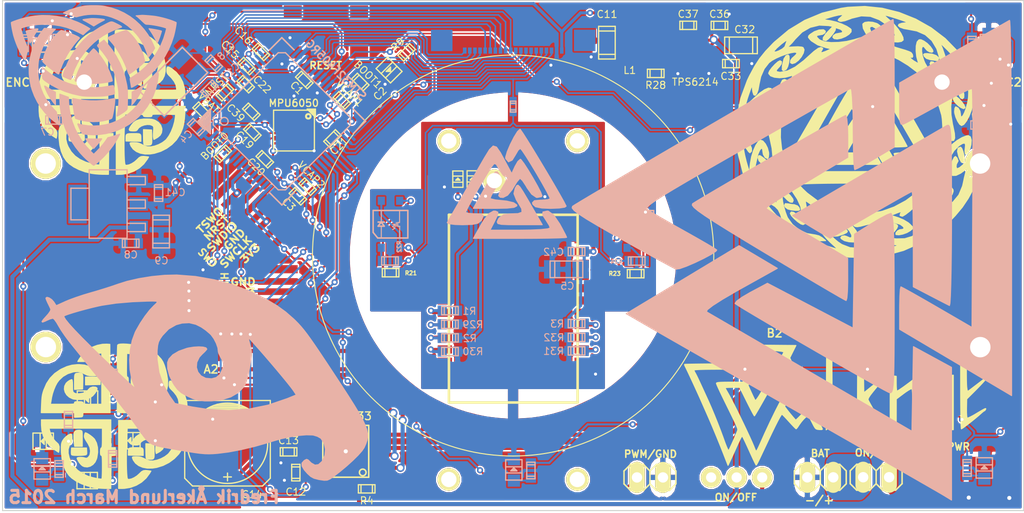
<source format=kicad_pcb>
(kicad_pcb (version 4) (host pcbnew "(2015-03-13 BZR 5510)-product")
  (layers (0 F.Cu signal) (31 B.Cu signal) (34 B.Paste user) (35 F.Paste user) (36 B.SilkS user) (37 F.SilkS user) (38 B.Mask user) (39 F.Mask user) (44 Edge.Cuts user))
  (net 0 "")
  (net 1 "Net-(D1-Pad1)")
  (net 2 "Net-(D2-Pad1)")
  (net 3 "Net-(R1-Pad2)")
  (net 4 "Net-(R2-Pad2)")
  (net 5 "Net-(R3-Pad2)")
  (net 6 ADC0)
  (net 7 ADC1)
  (net 8 ADC2)
  (net 9 ADC3)
  (net 10 ADC4)
  (net 11 ADC5)
  (net 12 ADC6)
  (net 13 ADC7)
  (net 14 ADC8)
  (net 15 ADC9)
  (net 16 ADC10)
  (net 17 ADC11)
  (net 18 ADC12)
  (net 19 ADC13)
  (net 20 "Net-(D3-Pad1)")
  (net 21 "Net-(D4-Pad1)")
  (net 22 "Net-(D5-Pad1)")
  (net 23 "Net-(D6-Pad1)")
  (net 24 "Net-(D7-Pad1)")
  (net 25 LED_LE)
  (net 26 SENS_NFET)
  (net 27 GND)
  (net 28 "Net-(C19-Pad1)")
  (net 29 "Net-(C21-Pad1)")
  (net 30 /PWM02)
  (net 31 /V_BATTERY)
  (net 32 /VDD33)
  (net 33 /VDD_B)
  (net 34 /ADC14)
  (net 35 /ADC15)
  (net 36 SPI2_MOSI)
  (net 37 /POWER_LED)
  (net 38 /USART6_TX)
  (net 39 /USART6_RX)
  (net 40 /NRST)
  (net 41 /SWCLK)
  (net 42 /SWDIO)
  (net 43 /PWM04)
  (net 44 "Net-(R29-Pad1)")
  (net 45 "Net-(R30-Pad1)")
  (net 46 "Net-(R31-Pad1)")
  (net 47 "Net-(R32-Pad1)")
  (net 48 "Net-(J1-Pad1)")
  (net 49 "Net-(J1-Pad2)")
  (net 50 "Net-(J1-Pad3)")
  (net 51 "Net-(J2-Pad1)")
  (net 52 "Net-(J2-Pad3)")
  (net 53 "Net-(O1-Pad2)")
  (net 54 "Net-(O2-Pad2)")
  (net 55 /BLUE_VDD)
  (net 56 "Net-(BLUETOOTH1-Pad2)")
  (net 57 "Net-(BLUETOOTH1-Pad3)")
  (net 58 "Net-(J3-Pad1)")
  (net 59 "Net-(J4-Pad1)")
  (net 60 "Net-(J5-Pad1)")
  (net 61 "Net-(J6-Pad1)")
  (net 62 "Net-(J7-Pad2)")
  (net 63 /TIM1_CH4)
  (net 64 /TIM1_CH1)
  (net 65 "Net-(C17-Pad2)")
  (net 66 "Net-(C18-Pad2)")
  (net 67 VCC33)
  (net 68 "Net-(C33-Pad2)")
  (net 69 "Net-(L1-Pad2)")
  (net 70 "Net-(R28-Pad1)")
  (net 71 "Net-(STM32F405-Pad31)")
  (net 72 "Net-(STM32F405-Pad47)")
  (net 73 "Net-(BOOT0-Pad2)")
  (net 74 /I2C2_SCL)
  (net 75 /I2C2_SDA)
  (net 76 "Net-(R34-Pad1)")
  (net 77 SPI2_CLK)
  (net 78 /TRACESWO)
  (net 79 "Net-(C10-Pad2)")
  (net 80 "Net-(C12-Pad1)")
  (net 81 "Net-(R4-Pad2)")
  (net 82 /TIM1_CH2)
  (net 83 /PMW01)
  (net 84 /PWM03)
  (net 85 /nFAULT)
  (net 86 /TIM1_CH3)
  (net 87 "Net-(D8-Pad1)")
  (net 88 "Net-(D9-Pad1)")
  (net 89 "Net-(D10-Pad1)")
  (net 90 "Net-(D11-Pad1)")
  (net 91 "Net-(D12-Pad1)")
  (net 92 "Net-(D13-Pad1)")
  (net 93 /TIM3_CH4)
  (net 94 "Net-(D14-Pad1)")
  (module lf_frame (layer F.Cu) (at 95.2 131.55)
    (fp_text reference REF** hide)
    (fp_text value lf_frame hide)
  )
  (module freaquency:walknut_c3 (layer F.Cu) (at 105.89 91.48)
    (fp_text reference G*** hide)
    (fp_text value LOGO hide)
  )
  (module freaquency:walknut_c3 (layer F.Cu) (at 106.12 122.27)
    (fp_text reference G*** hide)
    (fp_text value LOGO hide)
  )
  (module freaquency:eye (layer B.Cu) (at 114.95 117.88 350)
    (fp_text reference G*** hide)
    (fp_text value LOGO hide)
  )
  (module freaquency:tri (layer B.Cu) (at 104.13 89.94)
    (fp_text reference G*** hide)
    (fp_text value LOGO hide)
  )
  (module freaquency:walknut_logo (layer B.Cu) (at 172.09 106.68 270)
    (fp_text reference G*** hide)
    (fp_text value LOGO hide)
  )
  (module freaquency:drill_1.5mm (layer F.Cu) (at 151.49 128.5)
    (fp_text reference U12 hide)
    (fp_text value drill hide)
    (pad 1 thru_hole circle (at 0 0) (size 2.2 2.2) (drill 1.5) (layers *.Cu *.Mask F.SilkS))
  )
  (module freaquency:drill_1.5mm (layer F.Cu) (at 138.9 128.5)
    (fp_text reference U11 hide)
    (fp_text value drill hide)
    (pad 1 thru_hole circle (at 0 0) (size 2.2 2.2) (drill 1.5) (layers *.Cu *.Mask F.SilkS))
  )
  (module freaquency:walknut_c4 (layer F.Cu) (at 179.26 94.37)
    (fp_text reference G*** hide)
    (fp_text value LOGO hide)
  )
  (module freaquency:walknut_text (layer F.Cu) (at 177.13 121.08)
    (fp_text reference G*** hide)
    (fp_text value LOGO hide)
  )
  (module w_smd_resistors:r_0603 (layer F.Cu) (at 130.23 89.54 135)
    (fp_text reference R34 hide)
    (fp_text value BOOT1 (at -0.007071 1.053589 135) (layer F.SilkS) (effects (font (size 0.7 0.7) (thickness 0.1))))
    (pad 1 smd rect (at 0.75184 0 135) (size 0.89916 1.00076) (layers F.Cu F.Paste F.Mask) (net 76 "Net-(R34-Pad1)"))
    (pad 2 smd rect (at -0.75184 0 135) (size 0.89916 1.00076) (layers F.Cu F.Paste F.Mask) (net 27 GND))
  )
  (module w_smd_cap:c_1206 (layer B.Cu) (at 110.73 104.2 90)
    (fp_text reference C9 (at -2.85 0.03 180) (layer B.SilkS) (effects (font (size 0.7 0.7) (thickness 0.1)) (justify mirror)))
    (fp_text value 10uF hide)
    (pad 1 smd rect (at 1.397 0 90) (size 1.6002 1.8034) (layers B.Cu B.Paste B.Mask) (net 32 /VDD33))
    (pad 2 smd rect (at -1.397 0 90) (size 1.6002 1.8034) (layers B.Cu B.Paste B.Mask) (net 27 GND))
  )
  (module freaquency:drill_1.5mm (layer F.Cu) (at 143.36 99.21)
    (fp_text reference REF** hide)
    (fp_text value drill_1.5mm hide)
    (pad 1 thru_hole circle (at 0 0) (size 2.2 2.2) (drill 1.5) (layers *.Cu *.Mask F.SilkS))
  )
  (module freaquency:smd_pads_5 (layer F.Cu) (at 148.42 98.94)
    (fp_text reference BLUETOOTH1 hide)
    (fp_text value BLUETOOTH hide)
    (pad 1 smd rect (at -3 0) (size 1 2) (layers F.Cu F.Paste F.Mask) (net 27 GND))
    (pad 2 smd rect (at -1.5 0) (size 1 2) (layers F.Cu F.Paste F.Mask) (net 56 "Net-(BLUETOOTH1-Pad2)"))
    (pad 3 smd rect (at 0 0) (size 1 2) (layers F.Cu F.Paste F.Mask) (net 57 "Net-(BLUETOOTH1-Pad3)"))
    (pad 4 smd rect (at 1.5 0) (size 1 2) (layers F.Cu F.Paste F.Mask) (net 55 /BLUE_VDD))
    (pad 5 smd rect (at 3 0) (size 1 2) (layers F.Cu F.Paste F.Mask) (net 27 GND))
  )
  (module w_rf_modules:roving_rn-42 (layer F.Cu) (at 145.215 114.955 180)
    (fp_text reference RN-42 hide)
    (fp_text value Roving_RN-42 hide)
    (pad 1 smd rect (at -6.7 -3.2 180) (size 1.4 0.8) (layers F.Cu F.Paste F.Mask) (net 27 GND))
    (pad 2 smd rect (at -6.7 -2 180) (size 1.4 0.8) (layers F.Cu F.Paste F.Mask))
    (pad 3 smd rect (at -6.7 -0.8 180) (size 1.4 0.8) (layers F.Cu F.Paste F.Mask) (net 46 "Net-(R31-Pad1)"))
    (pad 4 smd rect (at -6.7 0.4 180) (size 1.4 0.8) (layers F.Cu F.Paste F.Mask) (net 47 "Net-(R32-Pad1)"))
    (pad 5 smd rect (at -6.7 1.6 180) (size 1.4 0.8) (layers F.Cu F.Paste F.Mask) (net 5 "Net-(R3-Pad2)"))
    (pad 6 smd rect (at -6.7 2.8 180) (size 1.4 0.8) (layers F.Cu F.Paste F.Mask))
    (pad 7 smd rect (at -6.7 4 180) (size 1.4 0.8) (layers F.Cu F.Paste F.Mask))
    (pad 8 smd rect (at -6.7 5.2 180) (size 1.4 0.8) (layers F.Cu F.Paste F.Mask))
    (pad 9 smd rect (at -6.7 6.4 180) (size 1.4 0.8) (layers F.Cu F.Paste F.Mask))
    (pad 10 smd rect (at -6.7 7.6 180) (size 1.4 0.8) (layers F.Cu F.Paste F.Mask))
    (pad 11 smd rect (at -6.7 8.8 180) (size 1.4 0.8) (layers F.Cu F.Paste F.Mask) (net 55 /BLUE_VDD))
    (pad 12 smd rect (at -6.7 10 180) (size 1.4 0.8) (layers F.Cu F.Paste F.Mask) (net 27 GND))
    (pad 13 smd rect (at 6.7 10 180) (size 1.4 0.8) (layers F.Cu F.Paste F.Mask) (net 56 "Net-(BLUETOOTH1-Pad2)"))
    (pad 14 smd rect (at 6.7 8.8 180) (size 1.4 0.8) (layers F.Cu F.Paste F.Mask) (net 57 "Net-(BLUETOOTH1-Pad3)"))
    (pad 15 smd rect (at 6.7 7.6 180) (size 1.4 0.8) (layers F.Cu F.Paste F.Mask))
    (pad 16 smd rect (at 6.7 6.4 180) (size 1.4 0.8) (layers F.Cu F.Paste F.Mask))
    (pad 17 smd rect (at 6.7 5.2 180) (size 1.4 0.8) (layers F.Cu F.Paste F.Mask))
    (pad 18 smd rect (at 6.7 4 180) (size 1.4 0.8) (layers F.Cu F.Paste F.Mask))
    (pad 19 smd rect (at 6.7 2.8 180) (size 1.4 0.8) (layers F.Cu F.Paste F.Mask) (net 3 "Net-(R1-Pad2)"))
    (pad 20 smd rect (at 6.7 1.6 180) (size 1.4 0.8) (layers F.Cu F.Paste F.Mask) (net 44 "Net-(R29-Pad1)"))
    (pad 21 smd rect (at 6.7 0.4 180) (size 1.4 0.8) (layers F.Cu F.Paste F.Mask) (net 4 "Net-(R2-Pad2)"))
    (pad 22 smd rect (at 6.7 -0.8 180) (size 1.4 0.8) (layers F.Cu F.Paste F.Mask) (net 45 "Net-(R30-Pad1)"))
    (pad 23 smd rect (at 6.7 -2 180) (size 1.4 0.8) (layers F.Cu F.Paste F.Mask))
    (pad 24 smd rect (at 6.7 -3.2 180) (size 1.4 0.8) (layers F.Cu F.Paste F.Mask))
    (pad 30 smd rect (at 4.1 12.8 180) (size 0.8 1.4) (layers F.Cu F.Paste F.Mask))
    (pad 28 smd rect (at 3.1 12.8 180) (size 0.8 1.4) (layers F.Cu F.Paste F.Mask) (net 27 GND))
    (pad 31 smd rect (at 1.8 12.8 180) (size 0.8 1.4) (layers F.Cu F.Paste F.Mask))
    (pad 32 smd rect (at 0.6 12.8 180) (size 0.8 1.4) (layers F.Cu F.Paste F.Mask))
    (pad 33 smd rect (at -0.6 12.8 180) (size 0.8 1.4) (layers F.Cu F.Paste F.Mask))
    (pad 34 smd rect (at -1.8 12.8 180) (size 0.8 1.4) (layers F.Cu F.Paste F.Mask))
    (pad 29 smd rect (at -3.1 12.8 180) (size 0.8 1.4) (layers F.Cu F.Paste F.Mask) (net 27 GND))
    (pad 35 smd rect (at -4.1 12.8 180) (size 0.8 1.4) (layers F.Cu F.Paste F.Mask))
  )
  (module w_smd_cap:c_0603 (layer F.Cu) (at 130.68 92.13 45)
    (fp_text reference C2 (at 2.071823 0.035355 225) (layer F.SilkS) (effects (font (size 0.7 0.7) (thickness 0.1))))
    (fp_text value 100n hide)
    (pad 1 smd rect (at 0.75184 0 45) (size 0.89916 1.00076) (layers F.Cu F.Paste F.Mask) (net 27 GND))
    (pad 2 smd rect (at -0.75184 0 45) (size 0.89916 1.00076) (layers F.Cu F.Paste F.Mask) (net 32 /VDD33))
  )
  (module freaquency:MicroJST_5p (layer F.Cu) (at 122.3 111.09 90)
    (fp_text reference BLUETOOTH0 hide)
    (fp_text value BLUETOOTH (at -0.04 -5.33 90) (layer F.SilkS) (effects (font (size 0.7 0.7))))
    (pad 1 smd rect (at -2 -0.15 90) (size 0.65 3.9) (layers F.Cu F.Paste F.Mask) (net 27 GND))
    (pad 2 smd rect (at -1 -0.15 90) (size 0.65 3.9) (layers F.Cu F.Paste F.Mask) (net 38 /USART6_TX))
    (pad 3 smd rect (at 0 -0.15 90) (size 0.65 3.9) (layers F.Cu F.Paste F.Mask) (net 39 /USART6_RX))
    (pad 4 smd rect (at 1 -0.15 90) (size 0.65 3.9) (layers F.Cu F.Paste F.Mask) (net 32 /VDD33))
    (pad 5 smd rect (at 2 -0.15 90) (size 0.65 3.9) (layers F.Cu F.Paste F.Mask) (net 27 GND))
    (pad 6 smd rect (at 3.2 -0.15 90) (size 0.8 3.9) (layers F.Cu F.Paste F.Mask))
    (pad 6 smd rect (at -3.2 -0.15 90) (size 0.8 3.9) (layers F.Cu F.Paste F.Mask))
  )
  (module freaquency:JST_Micro6Pin (layer F.Cu) (at 119.97 102.15 135)
    (fp_text reference SWD0 hide)
    (fp_text value SWD (at 0.042426 -6.590235 135) (layer F.SilkS) (effects (font (size 0.7 0.7))))
    (pad 1 smd rect (at -2.56 -0.05 135) (size 0.65 3.9) (layers F.Cu F.Paste F.Mask) (net 32 /VDD33))
    (pad 2 smd rect (at -1.5 -0.05 135) (size 0.65 3.9) (layers F.Cu F.Paste F.Mask) (net 41 /SWCLK))
    (pad 3 smd rect (at -0.5 -0.05 135) (size 0.65 3.9) (layers F.Cu F.Paste F.Mask) (net 27 GND))
    (pad 4 smd rect (at 0.5 -0.05 135) (size 0.65 3.9) (layers F.Cu F.Paste F.Mask) (net 42 /SWDIO))
    (pad 5 smd rect (at 1.5 -0.05 135) (size 0.65 3.9) (layers F.Cu F.Paste F.Mask) (net 40 /NRST))
    (pad 6 smd rect (at 2.5 -0.05 135) (size 0.65 3.9) (layers F.Cu F.Paste F.Mask) (net 78 /TRACESWO))
    (pad 7 smd rect (at 3.7 -0.05 135) (size 0.8 3.9) (layers F.Cu F.Paste F.Mask))
    (pad 7 smd rect (at -3.67 -0.05 135) (size 0.8 3.9) (layers F.Cu F.Paste F.Mask))
  )
  (module freaquency:smd_jst_FLZ_20pin (layer B.Cu) (at 149.96 86.46 180)
    (fp_text reference ADC/SPI2 hide)
    (fp_text value STRIP_CON hide)
    (pad 1 smd rect (at 0 0 90) (size 0.6 0.35) (layers B.Cu B.Paste B.Mask) (net 67 VCC33))
    (pad 2 smd rect (at 0.5 0 90) (size 0.6 0.35) (layers B.Cu B.Paste B.Mask) (net 27 GND))
    (pad 3 smd rect (at 1 0 90) (size 0.6 0.35) (layers B.Cu B.Paste B.Mask) (net 36 SPI2_MOSI))
    (pad 4 smd rect (at 1.5 0 90) (size 0.6 0.35) (layers B.Cu B.Paste B.Mask) (net 26 SENS_NFET))
    (pad 5 smd rect (at 2 0 90) (size 0.6 0.35) (layers B.Cu B.Paste B.Mask) (net 25 LED_LE))
    (pad 6 smd rect (at 2.5 0 90) (size 0.6 0.35) (layers B.Cu B.Paste B.Mask) (net 77 SPI2_CLK))
    (pad 7 smd rect (at 3 0 90) (size 0.6 0.35) (layers B.Cu B.Paste B.Mask) (net 15 ADC9))
    (pad 8 smd rect (at 3.5 0 90) (size 0.6 0.35) (layers B.Cu B.Paste B.Mask) (net 14 ADC8))
    (pad 9 smd rect (at 4 0 90) (size 0.6 0.35) (layers B.Cu B.Paste B.Mask) (net 13 ADC7))
    (pad 10 smd rect (at 4.5 0 90) (size 0.6 0.35) (layers B.Cu B.Paste B.Mask) (net 12 ADC6))
    (pad 11 smd rect (at 5 0 90) (size 0.6 0.35) (layers B.Cu B.Paste B.Mask) (net 16 ADC10))
    (pad 12 smd rect (at 5.5 0 90) (size 0.6 0.35) (layers B.Cu B.Paste B.Mask) (net 17 ADC11))
    (pad 13 smd rect (at 6 0 90) (size 0.6 0.35) (layers B.Cu B.Paste B.Mask) (net 18 ADC12))
    (pad 14 smd rect (at 6.5 0 90) (size 0.6 0.35) (layers B.Cu B.Paste B.Mask) (net 19 ADC13))
    (pad 15 smd rect (at 7 0 90) (size 0.6 0.35) (layers B.Cu B.Paste B.Mask) (net 6 ADC0))
    (pad 16 smd rect (at 7.5 0 90) (size 0.6 0.35) (layers B.Cu B.Paste B.Mask) (net 7 ADC1))
    (pad 17 smd rect (at 8 0 90) (size 0.6 0.35) (layers B.Cu B.Paste B.Mask) (net 11 ADC5))
    (pad 18 smd rect (at 8.5 0 90) (size 0.6 0.35) (layers B.Cu B.Paste B.Mask) (net 10 ADC4))
    (pad 19 smd rect (at 9 0 90) (size 0.6 0.35) (layers B.Cu B.Paste B.Mask) (net 9 ADC3))
    (pad 20 smd rect (at 9.5 0 90) (size 0.6 0.35) (layers B.Cu B.Paste B.Mask) (net 8 ADC2))
    (pad 21 smd rect (at -2.25 1 90) (size 2.1 2.1) (layers B.Cu B.Paste B.Mask))
    (pad 22 smd rect (at 11.75 1 90) (size 2.1 2.1) (layers B.Cu B.Paste B.Mask))
  )
  (module w_switch:switch_mmp122-r (layer F.Cu) (at 167.09 128.3 180)
    (fp_text reference SWITCH0 hide)
    (fp_text value ON/OFF (at 0.07 -1.96 180) (layer F.SilkS) (effects (font (size 0.7 0.7))))
    (pad 1 thru_hole circle (at -2.49936 0 180) (size 1.99898 1.99898) (drill 0.99822) (layers *.Cu *.Mask F.SilkS) (net 31 /V_BATTERY))
    (pad 2 thru_hole circle (at 0 0 180) (size 1.99898 1.99898) (drill 0.99822) (layers *.Cu *.Mask F.SilkS) (net 33 /VDD_B))
    (pad 3 thru_hole circle (at 2.49936 0 180) (size 1.99898 1.99898) (drill 0.99822) (layers *.Cu *.Mask F.SilkS))
  )
  (module freaquency:walknut_logo_mini (layer B.Cu) (at 144.82 99.25 180)
    (fp_text reference G*** hide)
    (fp_text value LOGO hide)
  )
  (module crf_1:pinhead-1X02 (layer F.Cu) (at 175.28 128.29 180)
    (fp_text reference BAT1 hide)
    (fp_text value BAT (at 0 2.35 180) (layer F.SilkS) (effects (font (size 0.7 0.7))))
    (pad 1 thru_hole oval (at -1.27 0 180) (size 1.524 3.048) (drill 1.016) (layers *.Cu *.Mask F.SilkS) (net 31 /V_BATTERY))
    (pad 2 thru_hole oval (at 1.27 0 180) (size 1.524 3.048) (drill 1.016) (layers *.Cu *.Mask F.SilkS) (net 27 GND))
  )
  (module crf_1:pinhead-1X02 (layer F.Cu) (at 180.75 128.28)
    (fp_text reference J7 hide)
    (fp_text value ON/OFF (at 0 -2.4) (layer F.SilkS) (effects (font (size 0.7 0.7))))
    (pad 1 thru_hole oval (at -1.27 0) (size 1.524 3.048) (drill 1.016) (layers *.Cu *.Mask F.SilkS) (net 31 /V_BATTERY))
    (pad 2 thru_hole oval (at 1.27 0) (size 1.524 3.048) (drill 1.016) (layers *.Cu *.Mask F.SilkS) (net 62 "Net-(J7-Pad2)"))
  )
  (module freaquency:Chrystal_3.5x6mm (layer B.Cu) (at 111.92 89.5 225)
    (fp_text reference MHZ8 hide)
    (fp_text value 8MHZ (at -0.06364 2.453661 225) (layer B.SilkS) (effects (font (size 0.5 0.5) (thickness 0.1)) (justify mirror)))
    (pad 1 smd rect (at -2.2 -1.2 225) (size 2 1.5) (layers B.Cu B.Paste B.Mask) (net 66 "Net-(C18-Pad2)"))
    (pad 2 smd rect (at 2.2 -1.2 225) (size 2 1.5) (layers B.Cu B.Paste B.Mask) (net 27 GND))
    (pad 3 smd rect (at 2.2 1.2 225) (size 2 1.5) (layers B.Cu B.Paste B.Mask) (net 65 "Net-(C17-Pad2)"))
    (pad 4 smd rect (at -2.2 1.2 225) (size 2 1.5) (layers B.Cu B.Paste B.Mask) (net 27 GND))
  )
  (module w_smd_lqfp:lqfp64 (layer B.Cu) (at 122.55 93.39 45)
    (fp_text reference STM32F405 hide)
    (fp_text value STM32F405RG (at 7.304413 0.190919 135) (layer B.SilkS) (effects (font (size 0.7493 0.7493) (thickness 0.14986)) (justify mirror)))
    (pad 4 smd rect (at -2.250439 -5.75056 45) (size 0.3 1.30048) (layers B.Cu B.Paste B.Mask))
    (pad 5 smd rect (at -1.75006 -5.75056 45) (size 0.3 1.30048) (layers B.Cu B.Paste B.Mask) (net 65 "Net-(C17-Pad2)"))
    (pad 6 smd rect (at -1.24968 -5.75056 45) (size 0.3 1.30048) (layers B.Cu B.Paste B.Mask) (net 66 "Net-(C18-Pad2)"))
    (pad 7 smd rect (at -0.7493 -5.75056 45) (size 0.3 1.30048) (layers B.Cu B.Paste B.Mask) (net 40 /NRST))
    (pad 8 smd rect (at -0.24892 -5.75056 45) (size 0.3 1.30048) (layers B.Cu B.Paste B.Mask) (net 16 ADC10))
    (pad 1 smd rect (at -3.749041 -5.75056 45) (size 0.3 1.30048) (layers B.Cu B.Paste B.Mask) (net 32 /VDD33))
    (pad 2 smd rect (at -3.251201 -5.75056 45) (size 0.3 1.30048) (layers B.Cu B.Paste B.Mask))
    (pad 3 smd rect (at -2.75082 -5.750559 45) (size 0.3 1.30048) (layers B.Cu B.Paste B.Mask))
    (pad 17 smd rect (at 5.75056 -3.749041 45) (size 1.30048 0.3) (layers B.Cu B.Paste B.Mask) (net 9 ADC3))
    (pad 18 smd rect (at 5.75056 -3.251201 45) (size 1.30048 0.3) (layers B.Cu B.Paste B.Mask) (net 27 GND))
    (pad 19 smd rect (at 5.750559 -2.75082 45) (size 1.30048 0.3) (layers B.Cu B.Paste B.Mask) (net 32 /VDD33))
    (pad 20 smd rect (at 5.75056 -2.250439 45) (size 1.30048 0.3) (layers B.Cu B.Paste B.Mask) (net 10 ADC4))
    (pad 21 smd rect (at 5.75056 -1.75006 45) (size 1.30048 0.3) (layers B.Cu B.Paste B.Mask) (net 11 ADC5))
    (pad 22 smd rect (at 5.75056 -1.24968 45) (size 1.30048 0.3) (layers B.Cu B.Paste B.Mask) (net 12 ADC6))
    (pad 23 smd rect (at 5.75056 -0.7493 45) (size 1.30048 0.3) (layers B.Cu B.Paste B.Mask) (net 13 ADC7))
    (pad 24 smd rect (at 5.75056 -0.24892 45) (size 1.30048 0.3) (layers B.Cu B.Paste B.Mask) (net 34 /ADC14))
    (pad 33 smd rect (at 3.749041 5.75056 45) (size 0.3 1.30048) (layers B.Cu B.Paste B.Mask) (net 25 LED_LE))
    (pad 34 smd rect (at 3.251201 5.75056 45) (size 0.3 1.30048) (layers B.Cu B.Paste B.Mask) (net 77 SPI2_CLK))
    (pad 35 smd rect (at 2.75082 5.750559 45) (size 0.3 1.30048) (layers B.Cu B.Paste B.Mask) (net 26 SENS_NFET))
    (pad 36 smd rect (at 2.250439 5.75056 45) (size 0.3 1.30048) (layers B.Cu B.Paste B.Mask) (net 36 SPI2_MOSI))
    (pad 37 smd rect (at 1.75006 5.75056 45) (size 0.3 1.30048) (layers B.Cu B.Paste B.Mask) (net 38 /USART6_TX))
    (pad 38 smd rect (at 1.24968 5.75056 45) (size 0.3 1.30048) (layers B.Cu B.Paste B.Mask) (net 39 /USART6_RX))
    (pad 39 smd rect (at 0.7493 5.75056 45) (size 0.3 1.30048) (layers B.Cu B.Paste B.Mask) (net 37 /POWER_LED))
    (pad 40 smd rect (at 0.24892 5.75056 45) (size 0.3 1.30048) (layers B.Cu B.Paste B.Mask) (net 93 /TIM3_CH4))
    (pad 49 smd rect (at -5.75056 3.749041 45) (size 1.30048 0.3) (layers B.Cu B.Paste B.Mask) (net 41 /SWCLK))
    (pad 50 smd rect (at -5.75056 3.251201 45) (size 1.30048 0.3) (layers B.Cu B.Paste B.Mask))
    (pad 51 smd rect (at -5.750559 2.75082 45) (size 1.30048 0.3) (layers B.Cu B.Paste B.Mask) (net 85 /nFAULT))
    (pad 52 smd rect (at -5.75056 2.250439 45) (size 1.30048 0.3) (layers B.Cu B.Paste B.Mask))
    (pad 53 smd rect (at -5.75056 1.75006 45) (size 1.30048 0.3) (layers B.Cu B.Paste B.Mask))
    (pad 54 smd rect (at -5.75056 1.24968 45) (size 1.30048 0.3) (layers B.Cu B.Paste B.Mask))
    (pad 55 smd rect (at -5.75056 0.7493 45) (size 1.30048 0.3) (layers B.Cu B.Paste B.Mask) (net 78 /TRACESWO))
    (pad 56 smd rect (at -5.75056 0.24892 45) (size 1.30048 0.3) (layers B.Cu B.Paste B.Mask))
    (pad 9 smd rect (at 0.24892 -5.75056 45) (size 0.3 1.30048) (layers B.Cu B.Paste B.Mask) (net 17 ADC11))
    (pad 10 smd rect (at 0.7493 -5.75056 45) (size 0.3 1.30048) (layers B.Cu B.Paste B.Mask) (net 18 ADC12))
    (pad 11 smd rect (at 1.24968 -5.75056 45) (size 0.3 1.30048) (layers B.Cu B.Paste B.Mask) (net 19 ADC13))
    (pad 25 smd rect (at 5.75056 0.24892 45) (size 1.30048 0.3) (layers B.Cu B.Paste B.Mask) (net 35 /ADC15))
    (pad 26 smd rect (at 5.75056 0.7493 45) (size 1.30048 0.3) (layers B.Cu B.Paste B.Mask) (net 14 ADC8))
    (pad 27 smd rect (at 5.75056 1.24968 45) (size 1.30048 0.3) (layers B.Cu B.Paste B.Mask) (net 15 ADC9))
    (pad 41 smd rect (at -0.24892 5.75056 45) (size 0.3 1.30048) (layers B.Cu B.Paste B.Mask) (net 64 /TIM1_CH1))
    (pad 42 smd rect (at -0.7493 5.75056 45) (size 0.3 1.30048) (layers B.Cu B.Paste B.Mask) (net 82 /TIM1_CH2))
    (pad 43 smd rect (at -1.24968 5.75056 45) (size 0.3 1.30048) (layers B.Cu B.Paste B.Mask) (net 86 /TIM1_CH3))
    (pad 57 smd rect (at -5.75056 -0.24892 45) (size 1.30048 0.3) (layers B.Cu B.Paste B.Mask))
    (pad 58 smd rect (at -5.75056 -0.7493 45) (size 1.30048 0.3) (layers B.Cu B.Paste B.Mask) (net 83 /PMW01))
    (pad 59 smd rect (at -5.75056 -1.24968 45) (size 1.30048 0.3) (layers B.Cu B.Paste B.Mask) (net 30 /PWM02))
    (pad 12 smd rect (at 1.75006 -5.75056 45) (size 0.3 1.30048) (layers B.Cu B.Paste B.Mask) (net 27 GND))
    (pad 13 smd rect (at 2.250439 -5.75056 45) (size 0.3 1.30048) (layers B.Cu B.Paste B.Mask) (net 32 /VDD33))
    (pad 14 smd rect (at 2.75082 -5.750559 45) (size 0.3 1.30048) (layers B.Cu B.Paste B.Mask) (net 6 ADC0))
    (pad 15 smd rect (at 3.251201 -5.75056 45) (size 0.3 1.30048) (layers B.Cu B.Paste B.Mask) (net 7 ADC1))
    (pad 16 smd rect (at 3.749041 -5.75056 45) (size 0.3 1.30048) (layers B.Cu B.Paste B.Mask) (net 8 ADC2))
    (pad 28 smd rect (at 5.75056 1.75006 45) (size 1.30048 0.3) (layers B.Cu B.Paste B.Mask) (net 76 "Net-(R34-Pad1)"))
    (pad 29 smd rect (at 5.75056 2.250439 45) (size 1.30048 0.3) (layers B.Cu B.Paste B.Mask) (net 74 /I2C2_SCL))
    (pad 30 smd rect (at 5.750559 2.75082 45) (size 1.30048 0.3) (layers B.Cu B.Paste B.Mask) (net 75 /I2C2_SDA))
    (pad 31 smd rect (at 5.75056 3.251201 45) (size 1.30048 0.3) (layers B.Cu B.Paste B.Mask) (net 71 "Net-(STM32F405-Pad31)"))
    (pad 32 smd rect (at 5.75056 3.749041 45) (size 1.30048 0.3) (layers B.Cu B.Paste B.Mask) (net 32 /VDD33))
    (pad 44 smd rect (at -1.75006 5.75056 45) (size 0.3 1.30048) (layers B.Cu B.Paste B.Mask) (net 63 /TIM1_CH4))
    (pad 45 smd rect (at -2.250439 5.75056 45) (size 0.3 1.30048) (layers B.Cu B.Paste B.Mask))
    (pad 46 smd rect (at -2.75082 5.750559 45) (size 0.3 1.30048) (layers B.Cu B.Paste B.Mask) (net 42 /SWDIO))
    (pad 47 smd rect (at -3.251201 5.75056 45) (size 0.3 1.30048) (layers B.Cu B.Paste B.Mask) (net 72 "Net-(STM32F405-Pad47)"))
    (pad 48 smd rect (at -3.749041 5.75056 45) (size 0.3 1.30048) (layers B.Cu B.Paste B.Mask) (net 32 /VDD33))
    (pad 60 smd rect (at -5.75056 -1.75006 45) (size 1.30048 0.3) (layers B.Cu B.Paste B.Mask) (net 73 "Net-(BOOT0-Pad2)"))
    (pad 61 smd rect (at -5.75056 -2.250439 45) (size 1.30048 0.3) (layers B.Cu B.Paste B.Mask) (net 84 /PWM03))
    (pad 62 smd rect (at -5.750559 -2.75082 45) (size 1.30048 0.3) (layers B.Cu B.Paste B.Mask) (net 43 /PWM04))
    (pad 63 smd rect (at -5.75056 -3.251201 45) (size 1.30048 0.3) (layers B.Cu B.Paste B.Mask) (net 27 GND))
    (pad 64 smd rect (at -5.75056 -3.749041 45) (size 1.30048 0.3) (layers B.Cu B.Paste B.Mask) (net 32 /VDD33))
  )
  (module w_smd_cap:c_0603 (layer F.Cu) (at 124.75 89.34 315)
    (fp_text reference C1 (at 0.028284 1.06066 495) (layer F.SilkS) (effects (font (size 0.7 0.7) (thickness 0.1))))
    (fp_text value 100n hide)
    (pad 1 smd rect (at 0.75184 0 315) (size 0.89916 1.00076) (layers F.Cu F.Paste F.Mask) (net 27 GND))
    (pad 2 smd rect (at -0.75184 0 315) (size 0.89916 1.00076) (layers F.Cu F.Paste F.Mask) (net 32 /VDD33))
  )
  (module w_smd_cap:c_0603 (layer F.Cu) (at 124.12 100.74 315)
    (fp_text reference C3 (at -0.070711 1.202082 495) (layer F.SilkS) (effects (font (size 0.7 0.7) (thickness 0.1))))
    (fp_text value 100n hide)
    (pad 1 smd rect (at 0.75184 0 315) (size 0.89916 1.00076) (layers F.Cu F.Paste F.Mask) (net 27 GND))
    (pad 2 smd rect (at -0.75184 0 315) (size 0.89916 1.00076) (layers F.Cu F.Paste F.Mask) (net 32 /VDD33))
  )
  (module w_smd_cap:c_0603 (layer B.Cu) (at 114.16 93.96 135)
    (fp_text reference C4 (at 0.035355 -1.350574 225) (layer B.SilkS) (effects (font (size 0.7 0.7) (thickness 0.1)) (justify mirror)))
    (fp_text value 100n hide)
    (pad 1 smd rect (at 0.75184 0 135) (size 0.89916 1.00076) (layers B.Cu B.Paste B.Mask) (net 27 GND))
    (pad 2 smd rect (at -0.75184 0 135) (size 0.89916 1.00076) (layers B.Cu B.Paste B.Mask) (net 32 /VDD33))
  )
  (module w_smd_cap:c_0603 (layer B.Cu) (at 107.75 105.35)
    (fp_text reference C8 (at 0.01 1.12 180) (layer B.SilkS) (effects (font (size 0.7 0.7) (thickness 0.1)) (justify mirror)))
    (fp_text value 100uF hide)
    (pad 1 smd rect (at 0.75184 0) (size 0.89916 1.00076) (layers B.Cu B.Paste B.Mask) (net 33 /VDD_B))
    (pad 2 smd rect (at -0.75184 0) (size 0.89916 1.00076) (layers B.Cu B.Paste B.Mask) (net 27 GND))
  )
  (module w_smd_cap:c_0603 (layer B.Cu) (at 115.45 90.2 225)
    (fp_text reference C17 (at -2.672864 -0.296985 405) (layer B.SilkS) (effects (font (size 0.7 0.7) (thickness 0.1)) (justify mirror)))
    (fp_text value 15p hide)
    (pad 1 smd rect (at 0.75184 0 225) (size 0.89916 1.00076) (layers B.Cu B.Paste B.Mask) (net 27 GND))
    (pad 2 smd rect (at -0.75184 0 225) (size 0.89916 1.00076) (layers B.Cu B.Paste B.Mask) (net 65 "Net-(C17-Pad2)"))
  )
  (module w_smd_cap:c_0603 (layer B.Cu) (at 115.88 87.73 135)
    (fp_text reference C18 (at -0.014142 1.725341 225) (layer B.SilkS) (effects (font (size 0.7 0.7) (thickness 0.1)) (justify mirror)))
    (fp_text value 15p hide)
    (pad 1 smd rect (at 0.75184 0 135) (size 0.89916 1.00076) (layers B.Cu B.Paste B.Mask) (net 27 GND))
    (pad 2 smd rect (at -0.75184 0 135) (size 0.89916 1.00076) (layers B.Cu B.Paste B.Mask) (net 66 "Net-(C18-Pad2)"))
  )
  (module w_smd_leds:Led_0603 (layer F.Cu) (at 139.79 99.06 90)
    (fp_text reference D1 hide)
    (fp_text value GREEN hide)
    (pad 1 smd rect (at -0.7493 0 90) (size 0.79756 0.79756) (layers F.Cu F.Paste F.Mask) (net 1 "Net-(D1-Pad1)"))
    (pad 2 smd rect (at 0.7493 0 90) (size 0.79756 0.79756) (layers F.Cu F.Paste F.Mask) (net 27 GND))
  )
  (module w_smd_leds:Led_0603 (layer F.Cu) (at 141.19 99.04 90)
    (fp_text reference D2 hide)
    (fp_text value BLUE hide)
    (pad 1 smd rect (at -0.7493 0 90) (size 0.79756 0.79756) (layers F.Cu F.Paste F.Mask) (net 2 "Net-(D2-Pad1)"))
    (pad 2 smd rect (at 0.7493 0 90) (size 0.79756 0.79756) (layers F.Cu F.Paste F.Mask) (net 27 GND))
  )
  (module w_smd_resistors:r_0603 (layer B.Cu) (at 139.01 111.95)
    (fp_text reference R1 (at 1.9 0.05 180) (layer B.SilkS) (effects (font (size 0.7 0.7) (thickness 0.1)) (justify mirror)))
    (fp_text value 510R hide)
    (pad 1 smd rect (at 0.75184 0) (size 0.89916 1.00076) (layers B.Cu B.Paste B.Mask) (net 1 "Net-(D1-Pad1)"))
    (pad 2 smd rect (at -0.75184 0) (size 0.89916 1.00076) (layers B.Cu B.Paste B.Mask) (net 3 "Net-(R1-Pad2)"))
  )
  (module w_smd_resistors:r_0603 (layer B.Cu) (at 139.01 114.62)
    (fp_text reference R2 (at 1.95184 0.05 180) (layer B.SilkS) (effects (font (size 0.7 0.7) (thickness 0.1)) (justify mirror)))
    (fp_text value 680R hide)
    (pad 1 smd rect (at 0.75184 0) (size 0.89916 1.00076) (layers B.Cu B.Paste B.Mask) (net 2 "Net-(D2-Pad1)"))
    (pad 2 smd rect (at -0.75184 0) (size 0.89916 1.00076) (layers B.Cu B.Paste B.Mask) (net 4 "Net-(R2-Pad2)"))
  )
  (module w_smd_resistors:r_0603 (layer B.Cu) (at 151.41 113.22 180)
    (fp_text reference R3 (at 1.89816 -0.025 180) (layer B.SilkS) (effects (font (size 0.7 0.7) (thickness 0.1)) (justify mirror)))
    (fp_text value 10k hide)
    (pad 1 smd rect (at 0.75184 0 180) (size 0.89916 1.00076) (layers B.Cu B.Paste B.Mask) (net 55 /BLUE_VDD))
    (pad 2 smd rect (at -0.75184 0 180) (size 0.89916 1.00076) (layers B.Cu B.Paste B.Mask) (net 5 "Net-(R3-Pad2)"))
  )
  (module w_smd_resistors:r_0603 (layer B.Cu) (at 106.03 118.51 90)
    (fp_text reference R5 hide)
    (fp_text value 510R hide)
    (pad 1 smd rect (at 0.75184 0 90) (size 0.89916 1.00076) (layers B.Cu B.Paste B.Mask) (net 63 /TIM1_CH4))
    (pad 2 smd rect (at -0.75184 0 90) (size 0.89916 1.00076) (layers B.Cu B.Paste B.Mask) (net 20 "Net-(D3-Pad1)"))
  )
  (module w_smd_resistors:r_0603 (layer B.Cu) (at 110.16 122.61 90)
    (fp_text reference R6 hide)
    (fp_text value 680R hide)
    (pad 1 smd rect (at 0.75184 0 90) (size 0.89916 1.00076) (layers B.Cu B.Paste B.Mask) (net 86 /TIM1_CH3))
    (pad 2 smd rect (at -0.75184 0 90) (size 0.89916 1.00076) (layers B.Cu B.Paste B.Mask) (net 21 "Net-(D4-Pad1)"))
  )
  (module w_smd_resistors:r_0603 (layer B.Cu) (at 105.98 126.48 90)
    (fp_text reference R7 hide)
    (fp_text value 680R hide)
    (pad 1 smd rect (at 0.75184 0 90) (size 0.89916 1.00076) (layers B.Cu B.Paste B.Mask) (net 82 /TIM1_CH2))
    (pad 2 smd rect (at -0.75184 0 90) (size 0.89916 1.00076) (layers B.Cu B.Paste B.Mask) (net 22 "Net-(D5-Pad1)"))
  )
  (module w_smd_resistors:r_0603 (layer B.Cu) (at 101.66 122.64 90)
    (fp_text reference R8 hide)
    (fp_text value 680R hide)
    (pad 1 smd rect (at 0.75184 0 90) (size 0.89916 1.00076) (layers B.Cu B.Paste B.Mask) (net 64 /TIM1_CH1))
    (pad 2 smd rect (at -0.75184 0 90) (size 0.89916 1.00076) (layers B.Cu B.Paste B.Mask) (net 23 "Net-(D6-Pad1)"))
  )
  (module w_smd_resistors:r_0603 (layer F.Cu) (at 134.77 86.63 45)
    (fp_text reference R9 (at -0.06364 -1.152584 45) (layer F.SilkS) (effects (font (size 0.7 0.7) (thickness 0.1))))
    (fp_text value 680R hide)
    (pad 1 smd rect (at 0.75184 0 45) (size 0.89916 1.00076) (layers F.Cu F.Paste F.Mask) (net 37 /POWER_LED))
    (pad 2 smd rect (at -0.75184 0 45) (size 0.89916 1.00076) (layers F.Cu F.Paste F.Mask) (net 24 "Net-(D7-Pad1)"))
  )
  (module w_smd_cap:c_0603 (layer F.Cu) (at 119.66 94.47 315)
    (fp_text reference C19 (at -0.014142 1.074802 495) (layer F.SilkS) (effects (font (size 0.7 0.7) (thickness 0.1))))
    (fp_text value 0.1uF hide)
    (pad 1 smd rect (at 0.75184 0 315) (size 0.89916 1.00076) (layers F.Cu F.Paste F.Mask) (net 28 "Net-(C19-Pad1)"))
    (pad 2 smd rect (at -0.75184 0 315) (size 0.89916 1.00076) (layers F.Cu F.Paste F.Mask) (net 27 GND))
  )
  (module w_smd_cap:c_0603 (layer F.Cu) (at 127.51 95.07 225)
    (fp_text reference C21 (at 0.06364 -0.982878 225) (layer F.SilkS) (effects (font (size 0.7 0.7) (thickness 0.1))))
    (fp_text value 2.2nF hide)
    (pad 1 smd rect (at 0.75184 0 225) (size 0.89916 1.00076) (layers F.Cu F.Paste F.Mask) (net 29 "Net-(C21-Pad1)"))
    (pad 2 smd rect (at -0.75184 0 225) (size 0.89916 1.00076) (layers F.Cu F.Paste F.Mask) (net 27 GND))
  )
  (module w_smd_cap:c_0603 (layer B.Cu) (at 190.84 93.75)
    (fp_text reference C6 (at -0.05 1.16) (layer B.SilkS) (effects (font (size 0.7 0.7) (thickness 0.1)) (justify mirror)))
    (fp_text value 100n hide)
    (pad 1 smd rect (at 0.75184 0) (size 0.89916 1.00076) (layers B.Cu B.Paste B.Mask) (net 67 VCC33))
    (pad 2 smd rect (at -0.75184 0) (size 0.89916 1.00076) (layers B.Cu B.Paste B.Mask) (net 27 GND))
  )
  (module w_smd_cap:c_0603 (layer B.Cu) (at 100.24 93.26)
    (fp_text reference C7 (at -0.64 1.18) (layer B.SilkS) (effects (font (size 0.7 0.7) (thickness 0.1)) (justify mirror)))
    (fp_text value 100n hide)
    (pad 1 smd rect (at 0.75184 0) (size 0.89916 1.00076) (layers B.Cu B.Paste B.Mask) (net 27 GND))
    (pad 2 smd rect (at -0.75184 0) (size 0.89916 1.00076) (layers B.Cu B.Paste B.Mask) (net 67 VCC33))
  )
  (module w_smd_cap:c_0603 (layer F.Cu) (at 120.88 97.11 315)
    (fp_text reference C20 (at -0.077782 1.138442 315) (layer F.SilkS) (effects (font (size 0.7 0.7) (thickness 0.1))))
    (fp_text value 0.1uF hide)
    (pad 1 smd rect (at 0.75184 0 315) (size 0.89916 1.00076) (layers F.Cu F.Paste F.Mask) (net 32 /VDD33))
    (pad 2 smd rect (at -0.75184 0 315) (size 0.89916 1.00076) (layers F.Cu F.Paste F.Mask) (net 27 GND))
  )
  (module w_smd_cap:c_0603 (layer B.Cu) (at 110.48 100.42 270)
    (fp_text reference C41 (at -0.06 -1.62 360) (layer B.SilkS) (effects (font (size 0.7 0.7) (thickness 0.1)) (justify mirror)))
    (fp_text value 100nF hide)
    (pad 1 smd rect (at 0.75184 0 270) (size 0.89916 1.00076) (layers B.Cu B.Paste B.Mask) (net 32 /VDD33))
    (pad 2 smd rect (at -0.75184 0 270) (size 0.89916 1.00076) (layers B.Cu B.Paste B.Mask) (net 27 GND))
  )
  (module w_smd_resistors:r_0603 (layer B.Cu) (at 139.01 113.29 180)
    (fp_text reference R29 (at -2.25 -0.025 180) (layer B.SilkS) (effects (font (size 0.7 0.7) (thickness 0.1)) (justify mirror)))
    (fp_text value 10k hide)
    (pad 1 smd rect (at 0.75184 0 180) (size 0.89916 1.00076) (layers B.Cu B.Paste B.Mask) (net 44 "Net-(R29-Pad1)"))
    (pad 2 smd rect (at -0.75184 0 180) (size 0.89916 1.00076) (layers B.Cu B.Paste B.Mask) (net 27 GND))
  )
  (module w_smd_resistors:r_0603 (layer B.Cu) (at 139.01 115.96 180)
    (fp_text reference R30 (at -2.25 0 180) (layer B.SilkS) (effects (font (size 0.7 0.7) (thickness 0.1)) (justify mirror)))
    (fp_text value 10k hide)
    (pad 1 smd rect (at 0.75184 0 180) (size 0.89916 1.00076) (layers B.Cu B.Paste B.Mask) (net 45 "Net-(R30-Pad1)"))
    (pad 2 smd rect (at -0.75184 0 180) (size 0.89916 1.00076) (layers B.Cu B.Paste B.Mask) (net 27 GND))
  )
  (module w_smd_resistors:r_0603 (layer B.Cu) (at 151.41 115.9)
    (fp_text reference R31 (at -2.25 0.025 180) (layer B.SilkS) (effects (font (size 0.7 0.7) (thickness 0.1)) (justify mirror)))
    (fp_text value 10k hide)
    (pad 1 smd rect (at 0.75184 0) (size 0.89916 1.00076) (layers B.Cu B.Paste B.Mask) (net 46 "Net-(R31-Pad1)"))
    (pad 2 smd rect (at -0.75184 0) (size 0.89916 1.00076) (layers B.Cu B.Paste B.Mask) (net 27 GND))
  )
  (module w_smd_resistors:r_0603 (layer B.Cu) (at 151.41 114.57)
    (fp_text reference R32 (at -2.225 0.025 180) (layer B.SilkS) (effects (font (size 0.7 0.7) (thickness 0.1)) (justify mirror)))
    (fp_text value 10k hide)
    (pad 1 smd rect (at 0.75184 0) (size 0.89916 1.00076) (layers B.Cu B.Paste B.Mask) (net 47 "Net-(R32-Pad1)"))
    (pad 2 smd rect (at -0.75184 0) (size 0.89916 1.00076) (layers B.Cu B.Paste B.Mask) (net 27 GND))
  )
  (module w_smd_resistors:r_0603 (layer F.Cu) (at 116.76 96.58 225)
    (fp_text reference BOOT0 (at 0.014142 1.088944 225) (layer F.SilkS) (effects (font (size 0.7 0.7) (thickness 0.1))))
    (fp_text value 10k hide)
    (pad 1 smd rect (at 0.75184 0 225) (size 0.89916 1.00076) (layers F.Cu F.Paste F.Mask) (net 27 GND))
    (pad 2 smd rect (at -0.75184 0 225) (size 0.89916 1.00076) (layers F.Cu F.Paste F.Mask) (net 73 "Net-(BOOT0-Pad2)"))
  )
  (module w_smd_qfn:qfn-24 (layer F.Cu) (at 123.74 94.3 180)
    (fp_text reference MPU6050 (at 0.02 2.69 180) (layer F.SilkS) (effects (font (size 0.7 0.7) (thickness 0.125))))
    (fp_text value MPU_6050 hide)
    (pad 1 smd rect (at -1.25 1.86 180) (size 0.23 0.48) (layers F.Cu F.Paste F.Mask) (net 27 GND))
    (pad 2 smd rect (at -0.75 1.86 180) (size 0.23 0.48) (layers F.Cu F.Paste F.Mask))
    (pad 3 smd rect (at -0.25 1.86 180) (size 0.23 0.48) (layers F.Cu F.Paste F.Mask))
    (pad 4 smd rect (at 0.25 1.86 180) (size 0.23 0.48) (layers F.Cu F.Paste F.Mask))
    (pad 6 smd rect (at 1.25 1.86 180) (size 0.23 0.48) (layers F.Cu F.Paste F.Mask))
    (pad 7 smd rect (at 1.86 1.25 180) (size 0.48 0.23) (layers F.Cu F.Paste F.Mask))
    (pad 8 smd rect (at 1.86 0.75 180) (size 0.48 0.23) (layers F.Cu F.Paste F.Mask) (net 32 /VDD33))
    (pad 9 smd rect (at 1.86 0.25 180) (size 0.48 0.23) (layers F.Cu F.Paste F.Mask) (net 27 GND))
    (pad 10 smd rect (at 1.86 -0.25 180) (size 0.48 0.23) (layers F.Cu F.Paste F.Mask) (net 28 "Net-(C19-Pad1)"))
    (pad 25 smd rect (at 0.65 0.65 180) (size 1.3 1.3) (layers F.Cu F.Paste F.Mask) (net 27 GND))
    (pad 25 smd rect (at -0.65 0.65 180) (size 1.3 1.3) (layers F.Cu F.Paste F.Mask) (net 27 GND))
    (pad 25 smd rect (at -0.65 -0.65 180) (size 1.3 1.3) (layers F.Cu F.Paste F.Mask) (net 27 GND))
    (pad 25 smd rect (at 0.65 -0.65 180) (size 1.3 1.3) (layers F.Cu F.Paste F.Mask) (net 27 GND))
    (pad 11 smd rect (at 1.86 -0.75 180) (size 0.48 0.23) (layers F.Cu F.Paste F.Mask) (net 27 GND))
    (pad 12 smd rect (at 1.86 -1.25 180) (size 0.48 0.23) (layers F.Cu F.Paste F.Mask))
    (pad 13 smd rect (at 1.25 -1.86 180) (size 0.23 0.48) (layers F.Cu F.Paste F.Mask) (net 32 /VDD33))
    (pad 14 smd rect (at 0.75 -1.86 180) (size 0.23 0.48) (layers F.Cu F.Paste F.Mask))
    (pad 15 smd rect (at 0.25 -1.86 180) (size 0.23 0.48) (layers F.Cu F.Paste F.Mask))
    (pad 16 smd rect (at -0.25 -1.86 180) (size 0.23 0.48) (layers F.Cu F.Paste F.Mask))
    (pad 17 smd rect (at -0.75 -1.86 180) (size 0.23 0.48) (layers F.Cu F.Paste F.Mask))
    (pad 18 smd rect (at -1.25 -1.86 180) (size 0.23 0.48) (layers F.Cu F.Paste F.Mask) (net 27 GND))
    (pad 19 smd rect (at -1.86 -1.25 180) (size 0.48 0.23) (layers F.Cu F.Paste F.Mask))
    (pad 20 smd rect (at -1.86 -0.75 180) (size 0.48 0.23) (layers F.Cu F.Paste F.Mask) (net 29 "Net-(C21-Pad1)"))
    (pad 5 smd rect (at 0.75 1.86 180) (size 0.23 0.48) (layers F.Cu F.Paste F.Mask))
    (pad 21 smd rect (at -1.86 -0.25 180) (size 0.48 0.23) (layers F.Cu F.Paste F.Mask))
    (pad 22 smd rect (at -1.86 0.25 180) (size 0.48 0.23) (layers F.Cu F.Paste F.Mask))
    (pad 23 smd rect (at -1.86 0.75 180) (size 0.48 0.23) (layers F.Cu F.Paste F.Mask) (net 74 /I2C2_SCL))
    (pad 24 smd rect (at -1.86 1.25 180) (size 0.48 0.23) (layers F.Cu F.Paste F.Mask) (net 75 /I2C2_SDA))
  )
  (module w_smd_cap:c_1206 (layer B.Cu) (at 150.42 107.9)
    (fp_text reference C5 (at 0.09 1.64) (layer B.SilkS) (effects (font (size 0.7 0.7) (thickness 0.1)) (justify mirror)))
    (fp_text value 10u hide)
    (pad 1 smd rect (at 1.397 0) (size 1.6002 1.8034) (layers B.Cu B.Paste B.Mask) (net 55 /BLUE_VDD))
    (pad 2 smd rect (at -1.397 0) (size 1.6002 1.8034) (layers B.Cu B.Paste B.Mask) (net 27 GND))
  )
  (module w_smd_cap:c_0603 (layer B.Cu) (at 151.41 106.16 180)
    (fp_text reference C42 (at 2.24816 -0.05 360) (layer B.SilkS) (effects (font (size 0.7 0.7) (thickness 0.1)) (justify mirror)))
    (fp_text value 100n hide)
    (pad 1 smd rect (at 0.75184 0 180) (size 0.89916 1.00076) (layers B.Cu B.Paste B.Mask) (net 27 GND))
    (pad 2 smd rect (at -0.75184 0 180) (size 0.89916 1.00076) (layers B.Cu B.Paste B.Mask) (net 55 /BLUE_VDD))
  )
  (module freaquency:smd_encoder_3pin_1mm (layer F.Cu) (at 97.02 91.77 90)
    (fp_text reference ENC1 (at 2.19 0.04 180) (layer F.SilkS) (effects (font (size 0.8 0.8))))
    (fp_text value ENC1 hide)
    (pad 1 smd rect (at -1 -0.05 90) (size 0.7 2) (layers F.Cu F.Paste F.Mask) (net 27 GND))
    (pad 2 smd rect (at 0 -0.05 90) (size 0.7 2) (layers F.Cu F.Paste F.Mask) (net 67 VCC33))
    (pad 3 smd rect (at 1 -0.05 90) (size 0.7 2) (layers F.Cu F.Paste F.Mask) (net 34 /ADC14))
  )
  (module freaquency:smd_encoder_3pin_1mm (layer F.Cu) (at 193.48 91.75 90)
    (fp_text reference ENC2 (at 2.18 -0.05 360) (layer F.SilkS) (effects (font (size 0.8 0.8))))
    (fp_text value ENC2 hide)
    (pad 1 smd rect (at -1 -0.05 90) (size 0.7 2) (layers F.Cu F.Paste F.Mask) (net 27 GND))
    (pad 2 smd rect (at 0 -0.05 90) (size 0.7 2) (layers F.Cu F.Paste F.Mask) (net 67 VCC33))
    (pad 3 smd rect (at 1 -0.05 90) (size 0.7 2) (layers F.Cu F.Paste F.Mask) (net 35 /ADC15))
  )
  (module w_smd_trans:sot223 (layer B.Cu) (at 105.54 101.5 270)
    (fp_text reference VDD33 hide)
    (fp_text value LM1117-SOT hide)
    (pad 1 smd rect (at -2.30124 -2.99974 270) (size 1.30048 1.80086) (layers B.Cu B.Paste B.Mask) (net 27 GND))
    (pad 2 smd rect (at 0 -2.99974 270) (size 1.30048 1.80086) (layers B.Cu B.Paste B.Mask) (net 32 /VDD33))
    (pad 3 smd rect (at 2.30124 -2.99974 270) (size 1.30048 1.80086) (layers B.Cu B.Paste B.Mask) (net 33 /VDD_B))
    (pad 4 smd rect (at 0 2.99974 270) (size 3.79984 1.80086) (layers B.Cu B.Paste B.Mask))
  )
  (module freaquency:smd_encoder_3pin_1mm (layer F.Cu) (at 133.32 110.22 180)
    (fp_text reference J1 hide)
    (fp_text value HEADER_3 hide)
    (pad 1 smd rect (at -1 -0.05 180) (size 0.7 2) (layers F.Cu F.Paste F.Mask) (net 48 "Net-(J1-Pad1)"))
    (pad 2 smd rect (at 0 -0.05 180) (size 0.7 2) (layers F.Cu F.Paste F.Mask) (net 49 "Net-(J1-Pad2)"))
    (pad 3 smd rect (at 1 -0.05 180) (size 0.7 2) (layers F.Cu F.Paste F.Mask) (net 50 "Net-(J1-Pad3)"))
  )
  (module freaquency:smd_encoder_3pin_1mm (layer F.Cu) (at 157.11 110.24 180)
    (fp_text reference J2 hide)
    (fp_text value HEADER_3 hide)
    (pad 1 smd rect (at -1 -0.05 180) (size 0.7 2) (layers F.Cu F.Paste F.Mask) (net 51 "Net-(J2-Pad1)"))
    (pad 2 smd rect (at 0 -0.05 180) (size 0.7 2) (layers F.Cu F.Paste F.Mask) (net 49 "Net-(J1-Pad2)"))
    (pad 3 smd rect (at 1 -0.05 180) (size 0.7 2) (layers F.Cu F.Paste F.Mask) (net 52 "Net-(J2-Pad3)"))
  )
  (module w_smd_resistors:r_0603 (layer F.Cu) (at 133.2 108.23)
    (fp_text reference R21 (at 1.99 0.04) (layer F.SilkS) (effects (font (size 0.4 0.4) (thickness 0.1))))
    (fp_text value 10k hide)
    (pad 1 smd rect (at 0.75184 0) (size 0.89916 1.00076) (layers F.Cu F.Paste F.Mask) (net 49 "Net-(J1-Pad2)"))
    (pad 2 smd rect (at -0.75184 0) (size 0.89916 1.00076) (layers F.Cu F.Paste F.Mask) (net 50 "Net-(J1-Pad3)"))
  )
  (module w_smd_resistors:r_0603 (layer B.Cu) (at 133.14 107.08 180)
    (fp_text reference R22 (at -0.91 1.39 450) (layer B.SilkS) (effects (font (size 0.4 0.4) (thickness 0.1)) (justify mirror)))
    (fp_text value 150R hide)
    (pad 1 smd rect (at 0.75184 0 180) (size 0.89916 1.00076) (layers B.Cu B.Paste B.Mask) (net 53 "Net-(O1-Pad2)"))
    (pad 2 smd rect (at -0.75184 0 180) (size 0.89916 1.00076) (layers B.Cu B.Paste B.Mask) (net 49 "Net-(J1-Pad2)"))
  )
  (module w_smd_resistors:r_0603 (layer F.Cu) (at 157.2 108.33 180)
    (fp_text reference R23 (at 2.05 0.01 180) (layer F.SilkS) (effects (font (size 0.4 0.4) (thickness 0.1))))
    (fp_text value 10k hide)
    (pad 1 smd rect (at 0.75184 0 180) (size 0.89916 1.00076) (layers F.Cu F.Paste F.Mask) (net 49 "Net-(J1-Pad2)"))
    (pad 2 smd rect (at -0.75184 0 180) (size 0.89916 1.00076) (layers F.Cu F.Paste F.Mask) (net 51 "Net-(J2-Pad1)"))
  )
  (module w_smd_resistors:r_0603 (layer B.Cu) (at 157.3 107.09)
    (fp_text reference R24 (at -1.99 0.07 180) (layer B.SilkS) (effects (font (size 0.4 0.4) (thickness 0.1)) (justify mirror)))
    (fp_text value 150R hide)
    (pad 1 smd rect (at 0.75184 0) (size 0.89916 1.00076) (layers B.Cu B.Paste B.Mask) (net 54 "Net-(O2-Pad2)"))
    (pad 2 smd rect (at -0.75184 0) (size 0.89916 1.00076) (layers B.Cu B.Paste B.Mask) (net 49 "Net-(J1-Pad2)"))
  )
  (module freaquency:smd_pads_2big (layer F.Cu) (at 188.82 128.28)
    (fp_text reference X-ROTOR_A10 hide)
    (fp_text value PWR (at 0 -2.99) (layer F.SilkS) (effects (font (size 0.7 0.7))))
    (pad 1 smd rect (at -3 0) (size 4 4) (layers F.Cu F.Paste F.Mask) (net 62 "Net-(J7-Pad2)"))
    (pad 2 smd rect (at 3 0) (size 4 4) (layers F.Cu F.Paste F.Mask) (net 27 GND))
  )
  (module freaquency:drill_1.5mm (layer F.Cu) (at 138.9 95.32)
    (fp_text reference U3 hide)
    (fp_text value drill hide)
    (pad 1 thru_hole circle (at 0 0) (size 2.2 2.2) (drill 1.5) (layers *.Cu *.Mask F.SilkS))
  )
  (module freaquency:drill_1.5mm (layer F.Cu) (at 151.49 95.31)
    (fp_text reference U4 hide)
    (fp_text value drill hide)
    (pad 1 thru_hole circle (at 0 0) (size 2.2 2.2) (drill 1.5) (layers *.Cu *.Mask F.SilkS))
  )
  (module freaquency:drill_1.5mm (layer F.Cu) (at 103.2 89.55)
    (fp_text reference U5 hide)
    (fp_text value drill hide)
    (pad 1 thru_hole circle (at 0 0) (size 2.2 2.2) (drill 1.5) (layers *.Cu *.Mask F.SilkS))
  )
  (module freaquency:drill_1.5mm (layer F.Cu) (at 187.2 89.55)
    (fp_text reference U6 hide)
    (fp_text value drill hide)
    (pad 1 thru_hole circle (at 0 0) (size 2.2 2.2) (drill 1.5) (layers *.Cu *.Mask F.SilkS))
  )
  (module freaquency:drill_2.0mm (layer F.Cu) (at 99.44 115.52)
    (fp_text reference U7 hide)
    (fp_text value drill hide)
    (pad 1 thru_hole circle (at 0 0) (size 3 3) (drill 2) (layers *.Cu *.Mask F.SilkS))
  )
  (module freaquency:drill_2.0mm (layer F.Cu) (at 99.42 97.53)
    (fp_text reference U8 hide)
    (fp_text value drill hide)
    (pad 1 thru_hole circle (at 0 0) (size 3 3) (drill 2) (layers *.Cu *.Mask F.SilkS))
  )
  (module freaquency:drill_2.0mm (layer F.Cu) (at 190.95 115.53)
    (fp_text reference U9 hide)
    (fp_text value drill hide)
    (pad 1 thru_hole circle (at 0 0) (size 3 3) (drill 2) (layers *.Cu *.Mask F.SilkS))
  )
  (module freaquency:drill_2.0mm (layer F.Cu) (at 190.93 97.53)
    (fp_text reference U10 hide)
    (fp_text value drill hide)
    (pad 1 thru_hole circle (at 0 0) (size 3 3) (drill 2) (layers *.Cu *.Mask F.SilkS))
  )
  (module w_smd_resistors:r_0402 (layer B.Cu) (at 145.2 91.95 270)
    (fp_text reference R36 hide)
    (fp_text value 0R hide)
    (pad 1 smd rect (at 0.54864 0 270) (size 0.8001 0.6985) (layers B.Cu B.Paste B.Mask) (net 49 "Net-(J1-Pad2)"))
    (pad 2 smd rect (at -0.54864 0 270) (size 0.8001 0.6985) (layers B.Cu B.Paste B.Mask) (net 36 SPI2_MOSI))
  )
  (module crf_1:pinhead-1X02 (layer F.Cu) (at 158.6 128.3)
    (fp_text reference PWM_A10 hide)
    (fp_text value PWM/GND (at 0.05 -2.29) (layer F.SilkS) (effects (font (size 0.7 0.7))))
    (pad 1 thru_hole oval (at -1.27 0) (size 1.524 3.048) (drill 1.016) (layers *.Cu *.Mask F.SilkS) (net 93 /TIM3_CH4))
    (pad 2 thru_hole oval (at 1.27 0) (size 1.524 3.048) (drill 1.016) (layers *.Cu *.Mask F.SilkS) (net 27 GND))
  )
  (module freaquency:smd_opto_ITR8307 (layer B.Cu) (at 133.19 103.48)
    (fp_text reference O1 hide)
    (fp_text value ITR8307/TR8 hide)
    (pad 1 smd rect (at -0.9 -2.3) (size 0.7 0.8) (layers B.Cu B.Paste B.Mask) (net 48 "Net-(J1-Pad1)"))
    (pad 2 smd rect (at -0.9 2.3) (size 0.7 0.8) (layers B.Cu B.Paste B.Mask) (net 53 "Net-(O1-Pad2)"))
    (pad 3 smd rect (at 0.9 -2.3) (size 0.7 0.8) (layers B.Cu B.Paste B.Mask) (net 50 "Net-(J1-Pad3)"))
    (pad 4 smd rect (at 0.9 2.3) (size 0.7 0.8) (layers B.Cu B.Paste B.Mask) (net 48 "Net-(J1-Pad1)"))
  )
  (module freaquency:smd_opto_ITR8307 (layer B.Cu) (at 157.26 103.49)
    (fp_text reference O2 hide)
    (fp_text value ITR8307/TR8 hide)
    (pad 1 smd rect (at -0.9 -2.3) (size 0.7 0.8) (layers B.Cu B.Paste B.Mask) (net 52 "Net-(J2-Pad3)"))
    (pad 2 smd rect (at -0.9 2.3) (size 0.7 0.8) (layers B.Cu B.Paste B.Mask) (net 54 "Net-(O2-Pad2)"))
    (pad 3 smd rect (at 0.9 -2.3) (size 0.7 0.8) (layers B.Cu B.Paste B.Mask) (net 51 "Net-(J2-Pad1)"))
    (pad 4 smd rect (at 0.9 2.3) (size 0.7 0.8) (layers B.Cu B.Paste B.Mask) (net 52 "Net-(J2-Pad3)"))
  )
  (module w_smd_cap:c_1206 (layer F.Cu) (at 167.515 85.945 180)
    (fp_text reference C32 (at -0.365 1.555 180) (layer F.SilkS) (effects (font (size 0.7 0.7) (thickness 0.1))))
    (fp_text value 10uF hide)
    (pad 1 smd rect (at 1.397 0 180) (size 1.6002 1.8034) (layers F.Cu F.Paste F.Mask) (net 33 /VDD_B))
    (pad 2 smd rect (at -1.397 0 180) (size 1.6002 1.8034) (layers F.Cu F.Paste F.Mask) (net 27 GND))
  )
  (module w_smd_cap:c_0603 (layer F.Cu) (at 166.525 87.735)
    (fp_text reference C33 (at -0.005 1.235) (layer F.SilkS) (effects (font (size 0.7 0.7) (thickness 0.1))))
    (fp_text value 3.3nF hide)
    (pad 1 smd rect (at 0.75184 0) (size 0.89916 1.00076) (layers F.Cu F.Paste F.Mask) (net 27 GND))
    (pad 2 smd rect (at -0.75184 0) (size 0.89916 1.00076) (layers F.Cu F.Paste F.Mask) (net 68 "Net-(C33-Pad2)"))
  )
  (module w_smd_cap:c_0603 (layer F.Cu) (at 165.405 83.995 180)
    (fp_text reference C36 (at -0.015 1.115 180) (layer F.SilkS) (effects (font (size 0.7 0.7) (thickness 0.1))))
    (fp_text value 100nF hide)
    (pad 1 smd rect (at 0.75184 0 180) (size 0.89916 1.00076) (layers F.Cu F.Paste F.Mask) (net 33 /VDD_B))
    (pad 2 smd rect (at -0.75184 0 180) (size 0.89916 1.00076) (layers F.Cu F.Paste F.Mask) (net 27 GND))
  )
  (module w_smd_cap:c_0603 (layer F.Cu) (at 162.345 83.985)
    (fp_text reference C37 (at -0.005 -1.105 180) (layer F.SilkS) (effects (font (size 0.7 0.7) (thickness 0.1))))
    (fp_text value 100n hide)
    (pad 1 smd rect (at 0.75184 0) (size 0.89916 1.00076) (layers F.Cu F.Paste F.Mask) (net 67 VCC33))
    (pad 2 smd rect (at -0.75184 0) (size 0.89916 1.00076) (layers F.Cu F.Paste F.Mask) (net 27 GND))
  )
  (module w_smd_cap:c_0603 (layer F.Cu) (at 119.56 92.46 135)
    (fp_text reference C39 (at 1.018234 -1.159655 315) (layer F.SilkS) (effects (font (size 0.7 0.7) (thickness 0.1))))
    (fp_text value 100n hide)
    (pad 1 smd rect (at 0.75184 0 135) (size 0.89916 1.00076) (layers F.Cu F.Paste F.Mask) (net 27 GND))
    (pad 2 smd rect (at -0.75184 0 135) (size 0.89916 1.00076) (layers F.Cu F.Paste F.Mask) (net 32 /VDD33))
  )
  (module w_smd_resistors:r_0603 (layer F.Cu) (at 159.165 88.695)
    (fp_text reference R28 (at -0.005 1.155 180) (layer F.SilkS) (effects (font (size 0.7 0.7) (thickness 0.1))))
    (fp_text value 100k hide)
    (pad 1 smd rect (at 0.75184 0) (size 0.89916 1.00076) (layers F.Cu F.Paste F.Mask) (net 70 "Net-(R28-Pad1)"))
    (pad 2 smd rect (at -0.75184 0) (size 0.89916 1.00076) (layers F.Cu F.Paste F.Mask) (net 67 VCC33))
  )
  (module w_smd_cap:c_0603 (layer F.Cu) (at 120.5 86.59 315)
    (fp_text reference C16 (at -2.361737 0.056569 495) (layer F.SilkS) (effects (font (size 0.7 0.7) (thickness 0.1))))
    (fp_text value 100n hide)
    (pad 1 smd rect (at 0.75184 0 315) (size 0.89916 1.00076) (layers F.Cu F.Paste F.Mask) (net 27 GND))
    (pad 2 smd rect (at -0.75184 0 315) (size 0.89916 1.00076) (layers F.Cu F.Paste F.Mask) (net 32 /VDD33))
  )
  (module w_smd_cap:c_1206 (layer F.Cu) (at 154.385 85.685 90)
    (fp_text reference C11 (at 2.785 0.015 180) (layer F.SilkS) (effects (font (size 0.7 0.7) (thickness 0.1))))
    (fp_text value 22uF hide)
    (pad 1 smd rect (at 1.397 0 90) (size 1.6002 1.8034) (layers F.Cu F.Paste F.Mask) (net 67 VCC33))
    (pad 2 smd rect (at -1.397 0 90) (size 1.6002 1.8034) (layers F.Cu F.Paste F.Mask) (net 27 GND))
  )
  (module w_smd_leds:Led_0805 (layer F.Cu) (at 103.52 120.62 180)
    (fp_text reference D3 hide)
    (fp_text value GREEN hide)
    (pad 1 smd rect (at -1.04902 0 180) (size 1.19888 1.19888) (layers F.Cu F.Paste F.Mask) (net 20 "Net-(D3-Pad1)"))
    (pad 2 smd rect (at 1.04902 0 180) (size 1.19888 1.19888) (layers F.Cu F.Paste F.Mask) (net 27 GND))
  )
  (module w_smd_leds:Led_0805 (layer F.Cu) (at 107.67 124.7 180)
    (fp_text reference D4 hide)
    (fp_text value ORANGE hide)
    (pad 1 smd rect (at -1.04902 0 180) (size 1.19888 1.19888) (layers F.Cu F.Paste F.Mask) (net 21 "Net-(D4-Pad1)"))
    (pad 2 smd rect (at 1.04902 0 180) (size 1.19888 1.19888) (layers F.Cu F.Paste F.Mask) (net 27 GND))
  )
  (module w_smd_leds:Led_0805 (layer F.Cu) (at 103.49 128.61 180)
    (fp_text reference D5 hide)
    (fp_text value RED hide)
    (pad 1 smd rect (at -1.04902 0 180) (size 1.19888 1.19888) (layers F.Cu F.Paste F.Mask) (net 22 "Net-(D5-Pad1)"))
    (pad 2 smd rect (at 1.04902 0 180) (size 1.19888 1.19888) (layers F.Cu F.Paste F.Mask) (net 27 GND))
  )
  (module w_smd_leds:Led_0805 (layer F.Cu) (at 99.18 124.75 180)
    (fp_text reference D6 hide)
    (fp_text value BLUE hide)
    (pad 1 smd rect (at -1.04902 0 180) (size 1.19888 1.19888) (layers F.Cu F.Paste F.Mask) (net 23 "Net-(D6-Pad1)"))
    (pad 2 smd rect (at 1.04902 0 180) (size 1.19888 1.19888) (layers F.Cu F.Paste F.Mask) (net 27 GND))
  )
  (module w_smd_leds:Led_0805 (layer F.Cu) (at 133.05 88.36 315)
    (fp_text reference D7 hide)
    (fp_text value RED hide)
    (pad 1 smd rect (at -1.04902 0 315) (size 1.19888 1.19888) (layers F.Cu F.Paste F.Mask) (net 24 "Net-(D7-Pad1)"))
    (pad 2 smd rect (at 1.04902 0 315) (size 1.19888 1.19888) (layers F.Cu F.Paste F.Mask) (net 27 GND))
  )
  (module w_smd_resistors:r_0603 (layer F.Cu) (at 116.97 90.54 45)
    (fp_text reference NRST1 hide)
    (fp_text value NRST (at -0.06364 -1.067731 45) (layer F.SilkS) (effects (font (size 0.7 0.7) (thickness 0.1))))
    (pad 1 smd rect (at 0.75184 0 45) (size 0.89916 1.00076) (layers F.Cu F.Paste F.Mask) (net 40 /NRST))
    (pad 2 smd rect (at -0.75184 0 45) (size 0.89916 1.00076) (layers F.Cu F.Paste F.Mask) (net 32 /VDD33))
  )
  (module w_smd_resistors:r_0603 (layer F.Cu) (at 114.69 92.35 315)
    (fp_text reference VBAT1 hide)
    (fp_text value VBAT (at -0.049497 -1.039447 315) (layer F.SilkS) (effects (font (size 0.7 0.7) (thickness 0.1))))
    (pad 1 smd rect (at 0.75184 0 315) (size 0.89916 1.00076) (layers F.Cu F.Paste F.Mask) (net 32 /VDD33))
    (pad 2 smd rect (at -0.75184 0 315) (size 0.89916 1.00076) (layers F.Cu F.Paste F.Mask) (net 27 GND))
  )
  (module w_smd_cap:c_0603 (layer F.Cu) (at 128.43 91.34 135)
    (fp_text reference VCAP1 (at -0.028284 1.046518 135) (layer F.SilkS) (effects (font (size 0.7 0.7) (thickness 0.1))))
    (fp_text value 2.2u hide)
    (pad 1 smd rect (at 0.75184 0 135) (size 0.89916 1.00076) (layers F.Cu F.Paste F.Mask) (net 27 GND))
    (pad 2 smd rect (at -0.75184 0 135) (size 0.89916 1.00076) (layers F.Cu F.Paste F.Mask) (net 71 "Net-(STM32F405-Pad31)"))
  )
  (module w_smd_cap:c_0603 (layer F.Cu) (at 125.07 99.8 315)
    (fp_text reference VCAP2 (at -0.551543 -1.074802 495) (layer F.SilkS) (effects (font (size 0.7 0.7) (thickness 0.1))))
    (fp_text value 2.2u hide)
    (pad 1 smd rect (at 0.75184 0 315) (size 0.89916 1.00076) (layers F.Cu F.Paste F.Mask) (net 27 GND))
    (pad 2 smd rect (at -0.75184 0 315) (size 0.89916 1.00076) (layers F.Cu F.Paste F.Mask) (net 72 "Net-(STM32F405-Pad47)"))
  )
  (module freaquency:VQFN-16 (layer F.Cu) (at 162.865 86.915)
    (fp_text reference U13 hide)
    (fp_text value TPS6214 (at 0.175 2.625) (layer F.SilkS) (effects (font (size 0.7 0.7) (thickness 0.1))))
    (pad 1 smd rect (at -1.475 -0.75) (size 0.85 0.28) (layers F.Cu F.Paste F.Mask) (net 69 "Net-(L1-Pad2)"))
    (pad 2 smd rect (at -1.475 -0.25) (size 0.85 0.28) (layers F.Cu F.Paste F.Mask) (net 69 "Net-(L1-Pad2)"))
    (pad 3 smd rect (at -1.475 0.25) (size 0.85 0.28) (layers F.Cu F.Paste F.Mask) (net 69 "Net-(L1-Pad2)"))
    (pad 4 smd rect (at -1.475 0.75) (size 0.85 0.28) (layers F.Cu F.Paste F.Mask) (net 70 "Net-(R28-Pad1)"))
    (pad 5 smd rect (at -0.75 1.475) (size 0.28 0.85) (layers F.Cu F.Paste F.Mask) (net 27 GND))
    (pad 6 smd rect (at -0.25 1.475) (size 0.28 0.85) (layers F.Cu F.Paste F.Mask) (net 27 GND))
    (pad 7 smd rect (at 0.25 1.475) (size 0.28 0.85) (layers F.Cu F.Paste F.Mask) (net 27 GND))
    (pad 8 smd rect (at 0.75 1.475) (size 0.28 0.85) (layers F.Cu F.Paste F.Mask) (net 27 GND))
    (pad 9 smd rect (at 1.475 0.75) (size 0.85 0.28) (layers F.Cu F.Paste F.Mask) (net 68 "Net-(C33-Pad2)"))
    (pad 10 smd rect (at 1.475 0.25) (size 0.85 0.28) (layers F.Cu F.Paste F.Mask) (net 33 /VDD_B))
    (pad 11 smd rect (at 1.475 -0.25) (size 0.85 0.28) (layers F.Cu F.Paste F.Mask) (net 33 /VDD_B))
    (pad 12 smd rect (at 1.475 -0.75) (size 0.85 0.28) (layers F.Cu F.Paste F.Mask) (net 33 /VDD_B))
    (pad 13 smd rect (at 0.75 -1.475) (size 0.28 0.85) (layers F.Cu F.Paste F.Mask) (net 33 /VDD_B))
    (pad 14 smd rect (at 0.25 -1.475) (size 0.28 0.85) (layers F.Cu F.Paste F.Mask) (net 67 VCC33))
    (pad 15 smd rect (at -0.25 -1.475) (size 0.28 0.85) (layers F.Cu F.Paste F.Mask) (net 27 GND))
    (pad 16 smd rect (at -0.75 -1.475) (size 0.28 0.85) (layers F.Cu F.Paste F.Mask) (net 27 GND))
    (pad 6 smd rect (at 0.425 0.425) (size 0.85 0.85) (layers F.Cu F.Paste F.Mask) (net 27 GND))
    (pad 6 smd rect (at 0.425 -0.425) (size 0.85 0.85) (layers F.Cu F.Paste F.Mask) (net 27 GND))
    (pad 6 smd rect (at -0.425 -0.425) (size 0.85 0.85) (layers F.Cu F.Paste F.Mask) (net 27 GND))
    (pad 6 smd rect (at -0.425 0.425) (size 0.85 0.85) (layers F.Cu F.Paste F.Mask) (net 27 GND))
  )
  (module freaquency:smd_inductor_4x4mm (layer F.Cu) (at 158.115 85.465)
    (fp_text reference L1 (at -1.495 2.925 180) (layer F.SilkS) (effects (font (size 0.7 0.7) (thickness 0.1))))
    (fp_text value 2.2uH hide)
    (pad 1 smd rect (at -1.5 0) (size 1.5 4) (layers F.Cu F.Paste F.Mask) (net 67 VCC33))
    (pad 2 smd rect (at 1.5 0) (size 1.5 4) (layers F.Cu F.Paste F.Mask) (net 69 "Net-(L1-Pad2)"))
  )
  (module w_smd_cap:c_0603 (layer F.Cu) (at 119.1 87.98 315)
    (fp_text reference C15 (at -2.305168 0 315) (layer F.SilkS) (effects (font (size 0.7 0.7) (thickness 0.1))))
    (fp_text value 100nF hide)
    (pad 1 smd rect (at 0.75184 0 315) (size 0.89916 1.00076) (layers F.Cu F.Paste F.Mask) (net 27 GND))
    (pad 2 smd rect (at -0.75184 0 315) (size 0.89916 1.00076) (layers F.Cu F.Paste F.Mask) (net 32 /VDD33))
  )
  (module w_smd_cap:c_0603 (layer F.Cu) (at 123.92 127.83 90)
    (fp_text reference C12 (at -1.89 0.01 180) (layer F.SilkS) (effects (font (size 0.7 0.7) (thickness 0.1))))
    (fp_text value 2.2uF hide)
    (pad 1 smd rect (at 0.75184 0 90) (size 0.89916 1.00076) (layers F.Cu F.Paste F.Mask) (net 80 "Net-(C12-Pad1)"))
    (pad 2 smd rect (at -0.75184 0 90) (size 0.89916 1.00076) (layers F.Cu F.Paste F.Mask) (net 27 GND))
  )
  (module w_smd_cap:c_0603 (layer F.Cu) (at 123.21 125.79)
    (fp_text reference C13 (at 0 -1.11) (layer F.SilkS) (effects (font (size 0.7 0.7) (thickness 0.1))))
    (fp_text value 0.1uF hide)
    (pad 1 smd rect (at 0.75184 0) (size 0.89916 1.00076) (layers F.Cu F.Paste F.Mask) (net 31 /V_BATTERY))
    (pad 2 smd rect (at -0.75184 0) (size 0.89916 1.00076) (layers F.Cu F.Paste F.Mask) (net 27 GND))
  )
  (module w_smd_cap:c_elec_8x6.7 (layer F.Cu) (at 117.23 124.95 270)
    (fp_text reference C14 (at 5.02 -2.41 360) (layer F.SilkS) (effects (font (size 0.7 0.7) (thickness 0.1))))
    (fp_text value 10uF hide)
    (pad 1 smd rect (at 3.05054 0 270) (size 4.0005 1.6002) (layers F.Cu F.Paste F.Mask) (net 31 /V_BATTERY))
    (pad 2 smd rect (at -3.05054 0 270) (size 4.0005 1.6002) (layers F.Cu F.Paste F.Mask) (net 27 GND))
  )
  (module freaquency:smd_pad_motorCon (layer F.Cu) (at 173.27 115.95 90)
    (fp_text reference J5 hide)
    (fp_text value B1 (at 1.79 -0.02 180) (layer F.SilkS) (effects (font (size 0.8 0.8))))
    (pad 1 smd rect (at 0 0 90) (size 2 2) (layers F.Cu F.Paste F.Mask) (net 60 "Net-(J5-Pad1)"))
  )
  (module freaquency:smd_pad_motorCon (layer F.Cu) (at 170.83 115.95 90)
    (fp_text reference J6 hide)
    (fp_text value B2 (at 1.79 -0.02 180) (layer F.SilkS) (effects (font (size 0.8 0.8))))
    (pad 1 smd rect (at 0 0 90) (size 2 2) (layers F.Cu F.Paste F.Mask) (net 61 "Net-(J6-Pad1)"))
  )
  (module w_smd_resistors:r_0603 (layer F.Cu) (at 130.86 129.42 180)
    (fp_text reference R4 (at -0.01 -1.16 180) (layer F.SilkS) (effects (font (size 0.7 0.7) (thickness 0.1))))
    (fp_text value 47k hide)
    (pad 1 smd rect (at 0.75184 0 180) (size 0.89916 1.00076) (layers F.Cu F.Paste F.Mask) (net 31 /V_BATTERY))
    (pad 2 smd rect (at -0.75184 0 180) (size 0.89916 1.00076) (layers F.Cu F.Paste F.Mask) (net 81 "Net-(R4-Pad2)"))
  )
  (module crf_1:SSOP17_W (layer F.Cu) (at 128.81 125.74 90)
    (fp_text reference U1 hide)
    (fp_text value DRV8833 (at 3.45 0 180) (layer F.SilkS) (effects (font (size 0.762 0.762) (thickness 0.127))))
    (pad 1 smd rect (at -2.2606 2.794 90) (size 0.4318 1.39954) (layers F.Cu F.Paste F.Mask) (net 81 "Net-(R4-Pad2)"))
    (pad 2 smd rect (at -1.6256 2.794 90) (size 0.4318 1.39954) (layers F.Cu F.Paste F.Mask) (net 58 "Net-(J3-Pad1)"))
    (pad 3 smd rect (at -0.9652 2.794 90) (size 0.4318 1.39954) (layers F.Cu F.Paste F.Mask) (net 27 GND))
    (pad 4 smd rect (at -0.3302 2.794 90) (size 0.4318 1.39954) (layers F.Cu F.Paste F.Mask) (net 59 "Net-(J4-Pad1)"))
    (pad 5 smd rect (at 0.3302 2.794 90) (size 0.4318 1.39954) (layers F.Cu F.Paste F.Mask) (net 60 "Net-(J5-Pad1)"))
    (pad 6 smd rect (at 0.9779 2.794 90) (size 0.4318 1.39954) (layers F.Cu F.Paste F.Mask) (net 27 GND))
    (pad 7 smd rect (at 1.6256 2.794 90) (size 0.4318 1.39954) (layers F.Cu F.Paste F.Mask) (net 61 "Net-(J6-Pad1)"))
    (pad 8 smd rect (at 2.2733 2.794 90) (size 0.4318 1.39954) (layers F.Cu F.Paste F.Mask) (net 85 /nFAULT))
    (pad 9 smd rect (at 2.2733 -2.794 90) (size 0.4318 1.39954) (layers F.Cu F.Paste F.Mask) (net 43 /PWM04))
    (pad 10 smd rect (at 1.6256 -2.794 90) (size 0.4318 1.39954) (layers F.Cu F.Paste F.Mask) (net 84 /PWM03))
    (pad 11 smd rect (at 0.9779 -2.794 90) (size 0.4318 1.39954) (layers F.Cu F.Paste F.Mask) (net 79 "Net-(C10-Pad2)"))
    (pad 12 smd rect (at 0.3302 -2.794 90) (size 0.4318 1.39954) (layers F.Cu F.Paste F.Mask) (net 31 /V_BATTERY))
    (pad 13 smd rect (at -0.3302 -2.794 90) (size 0.4318 1.39954) (layers F.Cu F.Paste F.Mask) (net 27 GND))
    (pad 14 smd rect (at -0.9779 -2.794 90) (size 0.4318 1.39954) (layers F.Cu F.Paste F.Mask) (net 80 "Net-(C12-Pad1)"))
    (pad 15 smd rect (at -1.6256 -2.794 90) (size 0.4318 1.39954) (layers F.Cu F.Paste F.Mask) (net 30 /PWM02))
    (pad 16 smd rect (at -2.2733 -2.794 90) (size 0.4318 1.39954) (layers F.Cu F.Paste F.Mask) (net 83 /PMW01))
    (pad 17 smd rect (at 0 0 90) (size 3.59918 2.94894) (layers F.Cu F.Paste F.Mask) (net 27 GND))
  )
  (module w_smd_cap:c_0603 (layer F.Cu) (at 123.85 122.81 90)
    (fp_text reference C10 (at 1.76 0 180) (layer F.SilkS) (effects (font (size 0.7 0.7) (thickness 0.1))))
    (fp_text value 10nF hide)
    (pad 1 smd rect (at 0.75184 0 90) (size 0.89916 1.00076) (layers F.Cu F.Paste F.Mask) (net 31 /V_BATTERY))
    (pad 2 smd rect (at -0.75184 0 90) (size 0.89916 1.00076) (layers F.Cu F.Paste F.Mask) (net 79 "Net-(C10-Pad2)"))
  )
  (module freaquency:smd_pad_motorCon (layer F.Cu) (at 118.07 115.9 90)
    (fp_text reference J3 hide)
    (fp_text value A1 (at -1.8 0.04 180) (layer F.SilkS) (effects (font (size 0.8 0.8))))
    (pad 1 smd rect (at 0 0 90) (size 2 2) (layers F.Cu F.Paste F.Mask) (net 58 "Net-(J3-Pad1)"))
  )
  (module freaquency:smd_pad_motorCon (layer F.Cu) (at 115.61 115.9 90)
    (fp_text reference J4 hide)
    (fp_text value A2 (at -1.8 0.01 180) (layer F.SilkS) (effects (font (size 0.8 0.8))))
    (pad 1 smd rect (at 0 0 90) (size 2 2) (layers F.Cu F.Paste F.Mask) (net 59 "Net-(J4-Pad1)"))
  )
  (module w_smd_leds:Led_0805 (layer B.Cu) (at 98.95 85.59 90)
    (fp_text reference D8 hide)
    (fp_text value GREEN hide)
    (pad 1 smd rect (at -1.04902 0 90) (size 1.19888 1.19888) (layers B.Cu B.Paste B.Mask) (net 87 "Net-(D8-Pad1)"))
    (pad 2 smd rect (at 1.04902 0 90) (size 1.19888 1.19888) (layers B.Cu B.Paste B.Mask) (net 27 GND))
  )
  (module w_smd_leds:Led_0805 (layer B.Cu) (at 191.76 85.88 90)
    (fp_text reference D10 hide)
    (fp_text value RED hide)
    (pad 1 smd rect (at -1.04902 0 90) (size 1.19888 1.19888) (layers B.Cu B.Paste B.Mask) (net 89 "Net-(D10-Pad1)"))
    (pad 2 smd rect (at 1.04902 0 90) (size 1.19888 1.19888) (layers B.Cu B.Paste B.Mask) (net 27 GND))
  )
  (module w_smd_leds:Led_0805 (layer B.Cu) (at 99.08 127.46 90)
    (fp_text reference D11 hide)
    (fp_text value BLUE hide)
    (pad 1 smd rect (at -1.04902 0 90) (size 1.19888 1.19888) (layers B.Cu B.Paste B.Mask) (net 90 "Net-(D11-Pad1)"))
    (pad 2 smd rect (at 1.04902 0 90) (size 1.19888 1.19888) (layers B.Cu B.Paste B.Mask) (net 27 GND))
  )
  (module w_smd_leds:Led_0805 (layer B.Cu) (at 145.27 127.56 90)
    (fp_text reference D12 hide)
    (fp_text value RED hide)
    (pad 1 smd rect (at -1.04902 0 90) (size 1.19888 1.19888) (layers B.Cu B.Paste B.Mask) (net 91 "Net-(D12-Pad1)"))
    (pad 2 smd rect (at 1.04902 0 90) (size 1.19888 1.19888) (layers B.Cu B.Paste B.Mask) (net 27 GND))
  )
  (module w_smd_leds:Led_0805 (layer B.Cu) (at 191.34 127.37 90)
    (fp_text reference D13 hide)
    (fp_text value RED hide)
    (pad 1 smd rect (at -1.04902 0 90) (size 1.19888 1.19888) (layers B.Cu B.Paste B.Mask) (net 92 "Net-(D13-Pad1)"))
    (pad 2 smd rect (at 1.04902 0 90) (size 1.19888 1.19888) (layers B.Cu B.Paste B.Mask) (net 27 GND))
  )
  (module w_smd_resistors:r_0603 (layer B.Cu) (at 100.55 85.68 90)
    (fp_text reference R10 hide)
    (fp_text value 510R hide)
    (pad 1 smd rect (at 0.75184 0 90) (size 0.89916 1.00076) (layers B.Cu B.Paste B.Mask) (net 67 VCC33))
    (pad 2 smd rect (at -0.75184 0 90) (size 0.89916 1.00076) (layers B.Cu B.Paste B.Mask) (net 87 "Net-(D8-Pad1)"))
  )
  (module w_smd_resistors:r_0603 (layer B.Cu) (at 190.13 85.88 90)
    (fp_text reference R12 hide)
    (fp_text value 680R hide)
    (pad 1 smd rect (at 0.75184 0 90) (size 0.89916 1.00076) (layers B.Cu B.Paste B.Mask) (net 67 VCC33))
    (pad 2 smd rect (at -0.75184 0 90) (size 0.89916 1.00076) (layers B.Cu B.Paste B.Mask) (net 89 "Net-(D10-Pad1)"))
  )
  (module w_smd_resistors:r_0603 (layer B.Cu) (at 100.74 127.47 90)
    (fp_text reference R13 hide)
    (fp_text value 680R hide)
    (pad 1 smd rect (at 0.75184 0 90) (size 0.89916 1.00076) (layers B.Cu B.Paste B.Mask) (net 67 VCC33))
    (pad 2 smd rect (at -0.75184 0 90) (size 0.89916 1.00076) (layers B.Cu B.Paste B.Mask) (net 90 "Net-(D11-Pad1)"))
  )
  (module w_smd_resistors:r_0603 (layer B.Cu) (at 146.94 127.62 90)
    (fp_text reference R14 hide)
    (fp_text value 680R hide)
    (pad 1 smd rect (at 0.75184 0 90) (size 0.89916 1.00076) (layers B.Cu B.Paste B.Mask) (net 67 VCC33))
    (pad 2 smd rect (at -0.75184 0 90) (size 0.89916 1.00076) (layers B.Cu B.Paste B.Mask) (net 91 "Net-(D12-Pad1)"))
  )
  (module w_smd_resistors:r_0603 (layer B.Cu) (at 189.66 127.37 90)
    (fp_text reference R15 hide)
    (fp_text value 680R hide)
    (pad 1 smd rect (at 0.75184 0 90) (size 0.89916 1.00076) (layers B.Cu B.Paste B.Mask) (net 67 VCC33))
    (pad 2 smd rect (at -0.75184 0 90) (size 0.89916 1.00076) (layers B.Cu B.Paste B.Mask) (net 92 "Net-(D13-Pad1)"))
  )
  (module w_smd_cap:c_0603 (layer F.Cu) (at 119.01 89.75 315)
    (fp_text reference C22 (at 1.159655 -1.117229 315) (layer F.SilkS) (effects (font (size 0.7 0.7) (thickness 0.1))))
    (fp_text value 100nF hide)
    (pad 1 smd rect (at 0.75184 0 315) (size 0.89916 1.00076) (layers F.Cu F.Paste F.Mask) (net 27 GND))
    (pad 2 smd rect (at -0.75184 0 315) (size 0.89916 1.00076) (layers F.Cu F.Paste F.Mask) (net 40 /NRST))
  )
  (module freaquency:smd_switch (layer F.Cu) (at 126.87 84.64)
    (fp_text reference SW1 hide)
    (fp_text value RESET (at -0.03 3.28) (layer F.SilkS) (effects (font (size 0.7 0.7))))
    (pad 1 smd rect (at -3.25 -2) (size 1.75 1.2) (layers F.Cu F.Paste F.Mask) (net 40 /NRST))
    (pad 2 smd rect (at -3.25 2) (size 1.75 1.2) (layers F.Cu F.Paste F.Mask) (net 27 GND))
    (pad 3 smd rect (at 3.25 -2) (size 1.75 1.2) (layers F.Cu F.Paste F.Mask))
    (pad 4 smd rect (at 3.25 2) (size 1.75 1.2) (layers F.Cu F.Paste F.Mask))
  )
  (module w_smd_leds:Led_0805 (layer F.Cu) (at 98.92 85.62 90)
    (fp_text reference D9 hide)
    (fp_text value RED hide)
    (pad 1 smd rect (at -1.04902 0 90) (size 1.19888 1.19888) (layers F.Cu F.Paste F.Mask) (net 88 "Net-(D9-Pad1)"))
    (pad 2 smd rect (at 1.04902 0 90) (size 1.19888 1.19888) (layers F.Cu F.Paste F.Mask) (net 27 GND))
  )
  (module w_smd_leds:Led_0805 (layer F.Cu) (at 191.76 85.88 90)
    (fp_text reference D14 hide)
    (fp_text value RED hide)
    (pad 1 smd rect (at -1.04902 0 90) (size 1.19888 1.19888) (layers F.Cu F.Paste F.Mask) (net 94 "Net-(D14-Pad1)"))
    (pad 2 smd rect (at 1.04902 0 90) (size 1.19888 1.19888) (layers F.Cu F.Paste F.Mask) (net 27 GND))
  )
  (module w_smd_resistors:r_0603 (layer B.Cu) (at 97.31 85.73 90)
    (fp_text reference R11 hide)
    (fp_text value 680R hide)
    (pad 1 smd rect (at 0.75184 0 90) (size 0.89916 1.00076) (layers B.Cu B.Paste B.Mask) (net 67 VCC33))
    (pad 2 smd rect (at -0.75184 0 90) (size 0.89916 1.00076) (layers B.Cu B.Paste B.Mask) (net 88 "Net-(D9-Pad1)"))
  )
  (module w_smd_resistors:r_0603 (layer B.Cu) (at 193.3 85.95 90)
    (fp_text reference R16 hide)
    (fp_text value 680R hide)
    (pad 1 smd rect (at 0.75184 0 90) (size 0.89916 1.00076) (layers B.Cu B.Paste B.Mask) (net 67 VCC33))
    (pad 2 smd rect (at -0.75184 0 90) (size 0.89916 1.00076) (layers B.Cu B.Paste B.Mask) (net 94 "Net-(D14-Pad1)"))
  )
  (gr_text -/+ (at 175.18 130.53) (layer F.SilkS) (effects (font (size 0.8 0.8))))
  (gr_line (start 195.2 81.55) (end 95.2 81.55) (angle 90) (layer Edge.Cuts) (width 0.1))
  (gr_line (start 195.2 131.55) (end 195.2 81.55) (angle 90) (layer Edge.Cuts) (width 0.1))
  (gr_line (start 95.2 131.55) (end 195.2 131.55) (angle 90) (layer Edge.Cuts) (width 0.1))
  (gr_line (start 95.2 81.55) (end 95.2 131.55) (angle 90) (layer Edge.Cuts) (width 0.1))
  (gr_text TSWO (at 115.51 103.1 45) (layer F.SilkS) (effects (font (size 0.7 0.8) (thickness 0.175))))
  (gr_text GND (at 118.75 113.14) (layer F.SilkS) (effects (font (size 0.7 0.8) (thickness 0.175))))
  (gr_text GND (at 118.75 109.13) (layer F.SilkS) (effects (font (size 0.7 0.8) (thickness 0.175))))
  (gr_text TX (at 119.22 112.15) (layer F.SilkS) (effects (font (size 0.7 0.8) (thickness 0.175))))
  (gr_text RX (at 119.13 111.17) (layer F.SilkS) (effects (font (size 0.7 0.8) (thickness 0.175))))
  (gr_text 3V3 (at 118.85 110.15) (layer F.SilkS) (effects (font (size 0.7 0.8) (thickness 0.175))))
  (gr_text 3V3 (at 119.46 106.35 45) (layer F.SilkS) (effects (font (size 0.7 0.8) (thickness 0.175))))
  (gr_text SWCLK (at 118.07 106.22 45) (layer F.SilkS) (effects (font (size 0.7 0.8) (thickness 0.175))))
  (gr_text GND (at 117.92 104.97 45) (layer F.SilkS) (effects (font (size 0.7 0.8) (thickness 0.175))))
  (gr_text SWDIO (at 116.72 104.71 45) (layer F.SilkS) (effects (font (size 0.7 0.8) (thickness 0.175))))
  (gr_text NRST (at 116.19 103.86 45) (layer F.SilkS) (effects (font (size 0.7 0.8) (thickness 0.175))))
  (gr_text "Fredrik Åkerlund March 2015" (at 109.05 130.23) (layer B.SilkS) (effects (font (size 1.2 1.2) (thickness 0.3)) (justify mirror)))
  (gr_text Ver2.0 (at 192.14 102.76 90) (layer F.SilkS) (effects (font (size 1 1) (thickness 0.1))))
  (segment (start 139.76184 106.44816) (end 141.1 105.11) (width 0.3) (layer B.Cu) (net 1))
  (segment (start 141.1 105.11) (end 141.1 102.09) (width 0.3) (layer B.Cu) (net 1))
  (segment (start 141.1 102.09) (end 139.82 100.81) (width 0.3) (layer B.Cu) (net 1))
  (segment (start 139.82 100.81) (end 139.8 100.81) (width 0.3) (layer B.Cu) (net 1))
  (via (at 139.8 100.81) (size 0.6) (drill 0.3) (layers F.Cu B.Cu) (net 1))
  (segment (start 139.8 100.81) (end 139.79 100.8) (width 0.3) (layer F.Cu) (net 1))
  (segment (start 139.79 100.8) (end 139.79 99.8093) (width 0.3) (layer F.Cu) (net 1))
  (segment (start 139.76184 111.95) (end 139.76184 106.44816) (width 0.3) (layer B.Cu) (net 1))
  (segment (start 141.19 99.7893) (end 141.19 100.45) (width 0.3) (layer F.Cu) (net 2))
  (segment (start 141.19 114.62) (end 139.76184 114.62) (width 0.3) (layer B.Cu) (net 2))
  (segment (start 142.000004 113.809996) (end 141.19 114.62) (width 0.3) (layer B.Cu) (net 2))
  (segment (start 142.000004 101.260004) (end 142.000004 113.809996) (width 0.3) (layer B.Cu) (net 2))
  (segment (start 141.51 100.77) (end 142.000004 101.260004) (width 0.3) (layer B.Cu) (net 2))
  (via (at 141.51 100.77) (size 0.6) (layers F.Cu B.Cu) (net 2))
  (segment (start 141.19 100.45) (end 141.51 100.77) (width 0.3) (layer F.Cu) (net 2))
  (segment (start 137.365 112.155) (end 137.16 111.95) (width 0.3) (layer F.Cu) (net 3))
  (via (at 137.16 111.95) (size 0.6) (drill 0.3) (layers F.Cu B.Cu) (net 3))
  (segment (start 137.16 111.95) (end 138.25816 111.95) (width 0.3) (layer B.Cu) (net 3))
  (segment (start 138.515 112.155) (end 137.365 112.155) (width 0.3) (layer F.Cu) (net 3))
  (segment (start 137.205 114.555) (end 137.15 114.61) (width 0.3) (layer F.Cu) (net 4))
  (via (at 137.15 114.61) (size 0.6) (drill 0.3) (layers F.Cu B.Cu) (net 4))
  (segment (start 137.15 114.61) (end 137.16 114.62) (width 0.3) (layer B.Cu) (net 4))
  (segment (start 137.16 114.62) (end 138.25816 114.62) (width 0.3) (layer B.Cu) (net 4))
  (segment (start 138.515 114.555) (end 137.205 114.555) (width 0.3) (layer F.Cu) (net 4))
  (segment (start 153.14 113.22) (end 153.27 113.35) (width 0.3) (layer B.Cu) (net 5))
  (via (at 153.27 113.35) (size 0.6) (drill 0.3) (layers F.Cu B.Cu) (net 5))
  (segment (start 153.27 113.35) (end 153.265 113.355) (width 0.3) (layer F.Cu) (net 5))
  (segment (start 153.265 113.355) (end 151.915 113.355) (width 0.3) (layer F.Cu) (net 5))
  (segment (start 152.16184 113.22) (end 153.14 113.22) (width 0.3) (layer B.Cu) (net 5))
  (segment (start 119.87 86.819753) (end 119.87 86.55) (width 0.15) (layer B.Cu) (net 6))
  (segment (start 119.87 86.55) (end 118.96 85.64) (width 0.15) (layer B.Cu) (net 6))
  (segment (start 118.96 85.64) (end 118.96 84.21501) (width 0.15) (layer B.Cu) (net 6))
  (segment (start 118.96 84.21501) (end 119.31 83.86501) (width 0.15) (layer B.Cu) (net 6))
  (segment (start 119.31 83.86501) (end 142.62501 83.86501) (width 0.15) (layer B.Cu) (net 6))
  (segment (start 142.62501 83.86501) (end 142.96 84.2) (width 0.15) (layer B.Cu) (net 6))
  (segment (start 142.96 84.2) (end 142.96 86.46) (width 0.15) (layer B.Cu) (net 6))
  (segment (start 120.428864 87.378617) (end 119.87 86.819753) (width 0.15) (layer B.Cu) (net 6))
  (segment (start 142.46 84.61) (end 142.46 86.46) (width 0.15) (layer B.Cu) (net 7))
  (segment (start 142.015012 84.165012) (end 142.46 84.61) (width 0.15) (layer B.Cu) (net 7))
  (segment (start 140.205012 84.165012) (end 142.015012 84.165012) (width 0.15) (layer B.Cu) (net 7))
  (segment (start 119.434264 84.165012) (end 140.205012 84.165012) (width 0.15) (layer B.Cu) (net 7))
  (segment (start 119.260002 84.339274) (end 119.434264 84.165012) (width 0.15) (layer B.Cu) (net 7))
  (segment (start 119.260002 85.515736) (end 119.260002 84.339274) (width 0.15) (layer B.Cu) (net 7))
  (segment (start 120.76906 87.024794) (end 119.260002 85.515736) (width 0.15) (layer B.Cu) (net 7))
  (segment (start 120.782686 87.024794) (end 120.76906 87.024794) (width 0.15) (layer B.Cu) (net 7))
  (segment (start 140.46 86.56) (end 140.46 86.46) (width 0.15) (layer B.Cu) (net 8))
  (segment (start 119.560004 85.09806) (end 119.560004 84.77501) (width 0.15) (layer B.Cu) (net 8))
  (segment (start 119.560004 84.77501) (end 119.87 84.465014) (width 0.15) (layer B.Cu) (net 8))
  (segment (start 119.87 84.465014) (end 135.935014 84.465014) (width 0.15) (layer B.Cu) (net 8))
  (segment (start 135.935014 84.465014) (end 136.76 85.29) (width 0.15) (layer B.Cu) (net 8))
  (segment (start 136.76 85.29) (end 136.76 86.68) (width 0.15) (layer B.Cu) (net 8))
  (segment (start 136.76 86.68) (end 136.92 86.84) (width 0.15) (layer B.Cu) (net 8))
  (segment (start 136.92 86.84) (end 140.18 86.84) (width 0.15) (layer B.Cu) (net 8))
  (segment (start 140.18 86.84) (end 140.46 86.56) (width 0.15) (layer B.Cu) (net 8))
  (segment (start 121.134712 86.672768) (end 119.560004 85.09806) (width 0.15) (layer B.Cu) (net 8))
  (segment (start 125.87304 84.765016) (end 133.69 84.765016) (width 0.15) (layer B.Cu) (net 9))
  (segment (start 133.69 84.765016) (end 135.81075 84.765016) (width 0.15) (layer B.Cu) (net 9))
  (segment (start 135.81075 84.765016) (end 136.459998 85.414264) (width 0.15) (layer B.Cu) (net 9))
  (segment (start 136.459998 85.414264) (end 136.459998 86.804264) (width 0.15) (layer B.Cu) (net 9))
  (segment (start 136.459998 86.804264) (end 136.795736 87.140002) (width 0.15) (layer B.Cu) (net 9))
  (segment (start 136.795736 87.140002) (end 140.679998 87.140002) (width 0.15) (layer B.Cu) (net 9))
  (segment (start 140.679998 87.140002) (end 140.96 86.86) (width 0.15) (layer B.Cu) (net 9))
  (segment (start 140.96 86.86) (end 140.96 86.46) (width 0.15) (layer B.Cu) (net 9))
  (segment (start 123.965288 86.672768) (end 125.87304 84.765016) (width 0.15) (layer B.Cu) (net 9))
  (segment (start 125.587398 87.17) (end 126.16 87.17) (width 0.15) (layer B.Cu) (net 10))
  (segment (start 126.16 87.17) (end 126.91 86.42) (width 0.15) (layer B.Cu) (net 10))
  (segment (start 126.91 86.42) (end 126.91 85.405018) (width 0.15) (layer B.Cu) (net 10))
  (segment (start 126.91 85.405018) (end 127.25 85.065018) (width 0.15) (layer B.Cu) (net 10))
  (segment (start 127.25 85.065018) (end 135.686486 85.065018) (width 0.15) (layer B.Cu) (net 10))
  (segment (start 135.686486 85.065018) (end 136.159996 85.538528) (width 0.15) (layer B.Cu) (net 10))
  (segment (start 136.159996 85.538528) (end 136.159996 86.928528) (width 0.15) (layer B.Cu) (net 10))
  (segment (start 136.159996 86.928528) (end 136.671472 87.440004) (width 0.15) (layer B.Cu) (net 10))
  (segment (start 136.671472 87.440004) (end 140.899996 87.440004) (width 0.15) (layer B.Cu) (net 10))
  (segment (start 140.899996 87.440004) (end 141.46 86.88) (width 0.15) (layer B.Cu) (net 10))
  (segment (start 141.46 86.88) (end 141.46 86.46) (width 0.15) (layer B.Cu) (net 10))
  (segment (start 125.024959 87.732439) (end 125.587398 87.17) (width 0.15) (layer B.Cu) (net 10))
  (segment (start 125.99504 87.470002) (end 126.284264 87.470002) (width 0.15) (layer B.Cu) (net 11))
  (segment (start 126.284264 87.470002) (end 127.210002 86.544264) (width 0.15) (layer B.Cu) (net 11))
  (segment (start 127.210002 86.544264) (end 127.210002 85.529282) (width 0.15) (layer B.Cu) (net 11))
  (segment (start 127.210002 85.529282) (end 127.374264 85.36502) (width 0.15) (layer B.Cu) (net 11))
  (segment (start 127.374264 85.36502) (end 135.562222 85.36502) (width 0.15) (layer B.Cu) (net 11))
  (segment (start 135.562222 85.36502) (end 135.859994 85.662792) (width 0.15) (layer B.Cu) (net 11))
  (segment (start 135.859994 85.662792) (end 135.859994 87.052792) (width 0.15) (layer B.Cu) (net 11))
  (segment (start 135.859994 87.052792) (end 136.547208 87.740006) (width 0.15) (layer B.Cu) (net 11))
  (segment (start 136.547208 87.740006) (end 141.119994 87.740006) (width 0.15) (layer B.Cu) (net 11))
  (segment (start 141.119994 87.740006) (end 141.96 86.9) (width 0.15) (layer B.Cu) (net 11))
  (segment (start 141.96 86.9) (end 141.96 86.46) (width 0.15) (layer B.Cu) (net 11))
  (segment (start 125.378781 88.086261) (end 125.99504 87.470002) (width 0.15) (layer B.Cu) (net 11))
  (segment (start 126.392686 87.78) (end 126.398532 87.78) (width 0.15) (layer B.Cu) (net 12))
  (segment (start 126.398532 87.78) (end 126.42 87.78) (width 0.15) (layer B.Cu) (net 12))
  (segment (start 126.42 87.78) (end 127.510004 86.689996) (width 0.15) (layer B.Cu) (net 12))
  (segment (start 127.510004 86.689996) (end 127.510004 85.825018) (width 0.15) (layer B.Cu) (net 12))
  (segment (start 127.510004 85.825018) (end 127.67 85.665022) (width 0.15) (layer B.Cu) (net 12))
  (segment (start 127.67 85.665022) (end 135.375014 85.665022) (width 0.15) (layer B.Cu) (net 12))
  (segment (start 135.375014 85.665022) (end 135.559992 85.85) (width 0.15) (layer B.Cu) (net 12))
  (segment (start 135.559992 85.85) (end 135.559992 87.177056) (width 0.15) (layer B.Cu) (net 12))
  (segment (start 135.559992 87.177056) (end 136.422944 88.040008) (width 0.15) (layer B.Cu) (net 12))
  (segment (start 136.422944 88.040008) (end 141.244258 88.040008) (width 0.15) (layer B.Cu) (net 12))
  (segment (start 141.244258 88.040008) (end 142.144266 87.14) (width 0.15) (layer B.Cu) (net 12))
  (segment (start 142.144266 87.14) (end 145.24 87.14) (width 0.15) (layer B.Cu) (net 12))
  (segment (start 145.24 87.14) (end 145.46 86.92) (width 0.15) (layer B.Cu) (net 12))
  (segment (start 145.46 86.92) (end 145.46 86.46) (width 0.15) (layer B.Cu) (net 12))
  (segment (start 125.732603 88.440083) (end 126.392686 87.78) (width 0.15) (layer B.Cu) (net 12))
  (segment (start 127.810006 87.070324) (end 127.810006 86.275018) (width 0.15) (layer B.Cu) (net 13))
  (segment (start 127.810006 86.275018) (end 128.12 85.965024) (width 0.15) (layer B.Cu) (net 13))
  (segment (start 128.12 85.965024) (end 134.855014 85.965024) (width 0.15) (layer B.Cu) (net 13))
  (segment (start 134.855014 85.965024) (end 135.25999 86.37) (width 0.15) (layer B.Cu) (net 13))
  (segment (start 135.25999 86.37) (end 135.25999 87.30132) (width 0.15) (layer B.Cu) (net 13))
  (segment (start 135.25999 87.30132) (end 136.29868 88.34001) (width 0.15) (layer B.Cu) (net 13))
  (segment (start 136.29868 88.34001) (end 141.368522 88.34001) (width 0.15) (layer B.Cu) (net 13))
  (segment (start 141.368522 88.34001) (end 142.26853 87.440002) (width 0.15) (layer B.Cu) (net 13))
  (segment (start 142.26853 87.440002) (end 145.459998 87.440002) (width 0.15) (layer B.Cu) (net 13))
  (segment (start 145.459998 87.440002) (end 145.96 86.94) (width 0.15) (layer B.Cu) (net 13))
  (segment (start 145.96 86.94) (end 145.96 86.46) (width 0.15) (layer B.Cu) (net 13))
  (segment (start 126.086425 88.793905) (end 127.810006 87.070324) (width 0.15) (layer B.Cu) (net 13))
  (segment (start 146.46 86.93) (end 145.649996 87.740004) (width 0.15) (layer B.Cu) (net 14))
  (segment (start 145.649996 87.740004) (end 142.392794 87.740004) (width 0.15) (layer B.Cu) (net 14))
  (segment (start 142.392794 87.740004) (end 141.492786 88.640012) (width 0.15) (layer B.Cu) (net 14))
  (segment (start 141.492786 88.640012) (end 136.174416 88.640012) (width 0.15) (layer B.Cu) (net 14))
  (segment (start 136.174416 88.640012) (end 134.684404 87.15) (width 0.15) (layer B.Cu) (net 14))
  (segment (start 134.684404 87.15) (end 129.84967 87.15) (width 0.15) (layer B.Cu) (net 14))
  (segment (start 129.84967 87.15) (end 127.146095 89.853575) (width 0.15) (layer B.Cu) (net 14))
  (segment (start 146.46 86.46) (end 146.46 86.93) (width 0.15) (layer B.Cu) (net 14))
  (segment (start 146.96 86.97) (end 145.889994 88.040006) (width 0.15) (layer B.Cu) (net 15))
  (segment (start 145.889994 88.040006) (end 142.517058 88.040006) (width 0.15) (layer B.Cu) (net 15))
  (segment (start 142.517058 88.040006) (end 141.61705 88.940014) (width 0.15) (layer B.Cu) (net 15))
  (segment (start 141.61705 88.940014) (end 136.050152 88.940014) (width 0.15) (layer B.Cu) (net 15))
  (segment (start 136.050152 88.940014) (end 134.56014 87.450002) (width 0.15) (layer B.Cu) (net 15))
  (segment (start 134.56014 87.450002) (end 130.257312 87.450002) (width 0.15) (layer B.Cu) (net 15))
  (segment (start 130.257312 87.450002) (end 127.499917 90.207397) (width 0.15) (layer B.Cu) (net 15))
  (segment (start 146.96 86.46) (end 146.96 86.97) (width 0.15) (layer B.Cu) (net 15))
  (segment (start 117.76573 88.957756) (end 117.76573 88.082794) (width 0.15) (layer B.Cu) (net 16))
  (segment (start 117.76573 88.082794) (end 116.849994 87.167058) (width 0.15) (layer B.Cu) (net 16))
  (segment (start 116.849994 87.167058) (end 116.849994 85.427208) (width 0.15) (layer B.Cu) (net 16))
  (segment (start 116.849994 85.427208) (end 117.759992 84.51721) (width 0.15) (layer B.Cu) (net 16))
  (segment (start 117.759992 84.51721) (end 117.759992 83.717954) (width 0.15) (layer B.Cu) (net 16))
  (segment (start 117.759992 83.717954) (end 118.812944 82.665002) (width 0.15) (layer B.Cu) (net 16))
  (segment (start 118.812944 82.665002) (end 144.175002 82.665002) (width 0.15) (layer B.Cu) (net 16))
  (segment (start 144.175002 82.665002) (end 144.96 83.45) (width 0.15) (layer B.Cu) (net 16))
  (segment (start 144.96 83.45) (end 144.96 86.46) (width 0.15) (layer B.Cu) (net 16))
  (segment (start 118.307727 89.499753) (end 117.76573 88.957756) (width 0.15) (layer B.Cu) (net 16))
  (segment (start 118.659753 89.147727) (end 118.571993 89.147727) (width 0.15) (layer B.Cu) (net 17))
  (segment (start 118.065732 88.553706) (end 118.065732 87.95853) (width 0.15) (layer B.Cu) (net 17))
  (segment (start 118.065732 87.95853) (end 117.149996 87.042794) (width 0.15) (layer B.Cu) (net 17))
  (segment (start 117.149996 87.042794) (end 117.149996 85.551472) (width 0.15) (layer B.Cu) (net 17))
  (segment (start 117.149996 85.551472) (end 118.059994 84.641474) (width 0.15) (layer B.Cu) (net 17))
  (segment (start 118.059994 84.641474) (end 118.059994 83.842218) (width 0.15) (layer B.Cu) (net 17))
  (segment (start 118.059994 83.842218) (end 118.937208 82.965004) (width 0.15) (layer B.Cu) (net 17))
  (segment (start 118.937208 82.965004) (end 143.775004 82.965004) (width 0.15) (layer B.Cu) (net 17))
  (segment (start 143.775004 82.965004) (end 144.46 83.65) (width 0.15) (layer B.Cu) (net 17))
  (segment (start 144.46 83.65) (end 144.46 86.46) (width 0.15) (layer B.Cu) (net 17))
  (segment (start 118.659753 89.147727) (end 118.065732 88.553706) (width 0.15) (layer B.Cu) (net 17))
  (segment (start 118.365734 88.146064) (end 118.365734 87.834266) (width 0.15) (layer B.Cu) (net 18))
  (segment (start 118.365734 87.834266) (end 117.449998 86.91853) (width 0.15) (layer B.Cu) (net 18))
  (segment (start 117.449998 86.91853) (end 117.449998 85.675736) (width 0.15) (layer B.Cu) (net 18))
  (segment (start 117.449998 85.675736) (end 118.359996 84.765738) (width 0.15) (layer B.Cu) (net 18))
  (segment (start 118.359996 84.765738) (end 118.359996 83.966482) (width 0.15) (layer B.Cu) (net 18))
  (segment (start 118.359996 83.966482) (end 119.061472 83.265006) (width 0.15) (layer B.Cu) (net 18))
  (segment (start 119.061472 83.265006) (end 143.365006 83.265006) (width 0.15) (layer B.Cu) (net 18))
  (segment (start 143.365006 83.265006) (end 143.96 83.86) (width 0.15) (layer B.Cu) (net 18))
  (segment (start 143.96 83.86) (end 143.96 86.46) (width 0.15) (layer B.Cu) (net 18))
  (segment (start 119.013575 88.793905) (end 118.365734 88.146064) (width 0.15) (layer B.Cu) (net 18))
  (segment (start 143.46 84.08) (end 143.46 86.46) (width 0.15) (layer B.Cu) (net 19))
  (segment (start 142.945008 83.565008) (end 143.46 84.08) (width 0.15) (layer B.Cu) (net 19))
  (segment (start 119.185736 83.565008) (end 142.945008 83.565008) (width 0.15) (layer B.Cu) (net 19))
  (segment (start 118.659998 84.090746) (end 119.185736 83.565008) (width 0.15) (layer B.Cu) (net 19))
  (segment (start 118.659998 84.890002) (end 118.659998 84.090746) (width 0.15) (layer B.Cu) (net 19))
  (segment (start 117.75 85.8) (end 118.659998 84.890002) (width 0.15) (layer B.Cu) (net 19))
  (segment (start 117.75 86.794266) (end 117.75 85.8) (width 0.15) (layer B.Cu) (net 19))
  (segment (start 119.367397 88.411663) (end 117.75 86.794266) (width 0.15) (layer B.Cu) (net 19))
  (segment (start 119.367397 88.440083) (end 119.367397 88.411663) (width 0.15) (layer B.Cu) (net 19))
  (segment (start 106.03 120.61) (end 106.02 120.62) (width 0.2) (layer B.Cu) (net 20))
  (via (at 106.02 120.62) (size 0.6) (drill 0.3) (layers F.Cu B.Cu) (net 20))
  (segment (start 106.02 120.62) (end 104.56902 120.62) (width 0.2) (layer F.Cu) (net 20))
  (segment (start 106.03 119.26184) (end 106.03 120.61) (width 0.2) (layer B.Cu) (net 20))
  (via (at 110.16 124.7) (size 0.6) (drill 0.3) (layers F.Cu B.Cu) (net 21))
  (segment (start 110.16 124.7) (end 110.16 123.36184) (width 0.2) (layer B.Cu) (net 21))
  (segment (start 108.71902 124.7) (end 110.16 124.7) (width 0.2) (layer F.Cu) (net 21))
  (via (at 105.98 128.61) (size 0.6) (drill 0.3) (layers F.Cu B.Cu) (net 22))
  (segment (start 105.98 128.61) (end 104.53902 128.61) (width 0.2) (layer F.Cu) (net 22))
  (segment (start 105.98 127.23184) (end 105.98 128.61) (width 0.2) (layer B.Cu) (net 22))
  (via (at 101.66 124.75) (size 0.6) (drill 0.3) (layers F.Cu B.Cu) (net 23))
  (segment (start 101.66 124.75) (end 101.66 123.39184) (width 0.2) (layer B.Cu) (net 23))
  (segment (start 100.22902 124.75) (end 101.66 124.75) (width 0.2) (layer F.Cu) (net 23))
  (segment (start 132.308231 87.618231) (end 133.781769 87.618231) (width 0.2) (layer F.Cu) (net 24))
  (segment (start 133.781769 87.618231) (end 134.238369 87.161631) (width 0.2) (layer F.Cu) (net 24))
  (segment (start 129.267232 94.805288) (end 129.639811 95.177867) (width 0.15) (layer B.Cu) (net 25))
  (segment (start 147.96 86.934266) (end 146.254256 88.64001) (width 0.15) (layer B.Cu) (net 25))
  (segment (start 146.254256 88.64001) (end 142.765586 88.64001) (width 0.15) (layer B.Cu) (net 25))
  (segment (start 142.765586 88.64001) (end 141.865578 89.540018) (width 0.15) (layer B.Cu) (net 25))
  (segment (start 141.865578 89.540018) (end 136.669982 89.540018) (width 0.15) (layer B.Cu) (net 25))
  (segment (start 136.669982 89.540018) (end 136.41 89.8) (width 0.15) (layer B.Cu) (net 25))
  (via (at 136.41 89.8) (size 0.6) (drill 0.3) (layers F.Cu B.Cu) (net 25))
  (segment (start 136.41 89.8) (end 134.66 89.8) (width 0.15) (layer F.Cu) (net 25))
  (segment (start 134.66 89.8) (end 133.65 90.81) (width 0.15) (layer F.Cu) (net 25))
  (via (at 133.65 90.81) (size 0.6) (drill 0.3) (layers F.Cu B.Cu) (net 25))
  (segment (start 133.65 90.81) (end 129.654712 94.805288) (width 0.15) (layer B.Cu) (net 25))
  (segment (start 129.654712 94.805288) (end 129.267232 94.805288) (width 0.15) (layer B.Cu) (net 25))
  (segment (start 147.96 86.46) (end 147.96 86.934266) (width 0.15) (layer B.Cu) (net 25))
  (segment (start 148.46 86.858532) (end 146.37852 88.940012) (width 0.15) (layer B.Cu) (net 26))
  (segment (start 146.37852 88.940012) (end 142.88985 88.940012) (width 0.15) (layer B.Cu) (net 26))
  (segment (start 142.88985 88.940012) (end 141.989842 89.84002) (width 0.15) (layer B.Cu) (net 26))
  (segment (start 141.989842 89.84002) (end 137.18 89.84002) (width 0.15) (layer B.Cu) (net 26))
  (segment (start 137.18 89.84002) (end 136.66002 90.36) (width 0.15) (layer B.Cu) (net 26))
  (segment (start 136.66002 90.36) (end 135.464266 90.36) (width 0.15) (layer B.Cu) (net 26))
  (segment (start 135.464266 90.36) (end 129.704266 96.12) (width 0.15) (layer B.Cu) (net 26))
  (segment (start 129.704266 96.12) (end 129.170247 96.12) (width 0.15) (layer B.Cu) (net 26))
  (segment (start 129.170247 96.12) (end 128.561383 95.511136) (width 0.15) (layer B.Cu) (net 26))
  (segment (start 148.46 86.46) (end 148.46 86.858532) (width 0.15) (layer B.Cu) (net 26))
  (segment (start 191.82 128.28) (end 189.82 130.28) (width 0.5) (layer F.Cu) (net 27))
  (via (at 189.82 130.28) (size 0.7) (drill 0.4) (layers F.Cu B.Cu) (net 27))
  (segment (start 191.82 128.28) (end 191.82 128.34) (width 0.5) (layer F.Cu) (net 27))
  (segment (start 191.82 128.34) (end 193.79 130.31) (width 0.5) (layer F.Cu) (net 27))
  (via (at 193.79 130.31) (size 0.7) (drill 0.4) (layers F.Cu B.Cu) (net 27))
  (segment (start 98.92 84.57098) (end 99.03902 84.57098) (width 0.2) (layer F.Cu) (net 27))
  (segment (start 99.03902 84.57098) (end 100.07 83.54) (width 0.2) (layer F.Cu) (net 27))
  (via (at 100.07 83.54) (size 0.6) (drill 0.3) (layers F.Cu B.Cu) (net 27))
  (segment (start 100.07 83.54) (end 99.06902 84.54098) (width 0.2) (layer B.Cu) (net 27))
  (segment (start 99.06902 84.54098) (end 98.95 84.54098) (width 0.2) (layer B.Cu) (net 27))
  (segment (start 123.62 86.64) (end 123.62 85.47) (width 0.2) (layer F.Cu) (net 27))
  (via (at 123.35 85.2) (size 0.6) (drill 0.3) (layers F.Cu B.Cu) (net 27))
  (segment (start 123.62 85.47) (end 123.35 85.2) (width 0.2) (layer F.Cu) (net 27))
  (via (at 128.81 125.74) (size 0.7) (drill 0.4) (layers F.Cu B.Cu) (net 27))
  (segment (start 128.81 125.74) (end 128.8 125.74) (width 0.2) (layer B.Cu) (net 27))
  (segment (start 117.23 121.89946) (end 116.53946 122.59) (width 0.2) (layer F.Cu) (net 27))
  (segment (start 116.53946 122.59) (end 115.78 122.59) (width 0.2) (layer F.Cu) (net 27))
  (via (at 115.78 122.59) (size 0.6) (drill 0.3) (layers F.Cu B.Cu) (net 27))
  (segment (start 163.29 87.34) (end 162.44 87.34) (width 0.15) (layer F.Cu) (net 27))
  (segment (start 163.29 86.49) (end 163.29 87.34) (width 0.15) (layer F.Cu) (net 27))
  (segment (start 162.44 87.34) (end 162.44 86.49) (width 0.15) (layer F.Cu) (net 27))
  (segment (start 163.115 88.39) (end 163.115 87.515) (width 0.15) (layer F.Cu) (net 27))
  (segment (start 163.115 87.515) (end 163.29 87.34) (width 0.15) (layer F.Cu) (net 27))
  (segment (start 124.651631 101.271631) (end 124.661631 101.271631) (width 0.2) (layer F.Cu) (net 27))
  (segment (start 124.661631 101.271631) (end 125.601631 100.331631) (width 0.2) (layer F.Cu) (net 27))
  (segment (start 124.99 92.44) (end 124.99 91.76) (width 0.2) (layer F.Cu) (net 27))
  (via (at 123.74 90.91) (size 0.6) (layers F.Cu B.Cu) (net 27))
  (segment (start 124.14 90.91) (end 123.74 90.91) (width 0.2) (layer F.Cu) (net 27))
  (segment (start 124.99 91.76) (end 124.14 90.91) (width 0.2) (layer F.Cu) (net 27))
  (segment (start 149.46 86.46) (end 149.46 87.33) (width 0.3) (layer B.Cu) (net 27))
  (via (at 148.9 87.89) (size 0.6) (layers F.Cu B.Cu) (net 27))
  (segment (start 149.46 87.33) (end 148.9 87.89) (width 0.3) (layer B.Cu) (net 27))
  (segment (start 111.212893 91.904163) (end 110.727056 92.39) (width 0.15) (layer B.Cu) (net 27))
  (segment (start 97.01 92.81) (end 96.97 92.77) (width 0.3) (layer F.Cu) (net 27))
  (segment (start 125.281631 89.871631) (end 126.02 90.61) (width 0.15) (layer F.Cu) (net 27))
  (via (at 126.02 90.61) (size 0.6) (layers F.Cu B.Cu) (net 27))
  (segment (start 124.317314 87.024794) (end 123.802108 87.54) (width 0.15) (layer B.Cu) (net 27))
  (via (at 122.56 87.77) (size 0.6) (layers F.Cu B.Cu) (net 27))
  (segment (start 122.79 87.54) (end 122.56 87.77) (width 0.15) (layer B.Cu) (net 27))
  (segment (start 122.95 87.54) (end 122.79 87.54) (width 0.15) (layer B.Cu) (net 27))
  (segment (start 123.802108 87.54) (end 122.95 87.54) (width 0.15) (layer B.Cu) (net 27))
  (segment (start 121.88 95.05) (end 121.51 95.05) (width 0.15) (layer F.Cu) (net 27))
  (segment (start 121.51 95.05) (end 120.348369 96.211631) (width 0.15) (layer F.Cu) (net 27))
  (segment (start 120.348369 96.211631) (end 120.348369 96.578369) (width 0.15) (layer F.Cu) (net 27))
  (segment (start 139.79 98.3107) (end 139.1493 98.3107) (width 0.3) (layer F.Cu) (net 27))
  (segment (start 140.76 113.29) (end 141.550002 112.499998) (width 0.3) (layer B.Cu) (net 27))
  (segment (start 141.550002 112.499998) (end 141.550002 101.670002) (width 0.3) (layer B.Cu) (net 27))
  (segment (start 141.550002 101.670002) (end 139.71 99.83) (width 0.3) (layer B.Cu) (net 27))
  (segment (start 139.71 99.83) (end 138.47 99.83) (width 0.3) (layer B.Cu) (net 27))
  (via (at 138.47 99.83) (size 0.6) (layers F.Cu B.Cu) (net 27))
  (segment (start 140.76 113.29) (end 139.76184 113.29) (width 0.3) (layer B.Cu) (net 27))
  (segment (start 138.47 98.99) (end 138.47 99.83) (width 0.3) (layer F.Cu) (net 27))
  (segment (start 139.1493 98.3107) (end 138.47 98.99) (width 0.3) (layer F.Cu) (net 27))
  (segment (start 148.31 100.78) (end 151.04 100.78) (width 0.3) (layer F.Cu) (net 27))
  (segment (start 151.42 100.4) (end 151.42 98.94) (width 0.3) (layer F.Cu) (net 27))
  (segment (start 151.04 100.78) (end 151.42 100.4) (width 0.3) (layer F.Cu) (net 27))
  (segment (start 145.42 100.3) (end 145.9 100.78) (width 0.3) (layer F.Cu) (net 27))
  (segment (start 145.9 100.78) (end 148.31 100.78) (width 0.3) (layer F.Cu) (net 27))
  (segment (start 142.5 100.73) (end 143.02 100.73) (width 0.3) (layer F.Cu) (net 27))
  (segment (start 142.115 101.115) (end 142.5 100.73) (width 0.3) (layer F.Cu) (net 27))
  (via (at 142.5 100.73) (size 0.6) (layers F.Cu B.Cu) (net 27))
  (segment (start 142.115 102.155) (end 142.115 101.115) (width 0.3) (layer F.Cu) (net 27))
  (segment (start 145.42 100.3) (end 145.42 98.94) (width 0.3) (layer F.Cu) (net 27))
  (segment (start 144.86 100.86) (end 145.42 100.3) (width 0.3) (layer F.Cu) (net 27))
  (segment (start 143.15 100.86) (end 144.86 100.86) (width 0.3) (layer F.Cu) (net 27))
  (segment (start 143.02 100.73) (end 143.15 100.86) (width 0.3) (layer F.Cu) (net 27))
  (segment (start 153.255 118.155) (end 153.27 118.17) (width 0.3) (layer F.Cu) (net 27))
  (via (at 153.27 118.17) (size 0.6) (drill 0.3) (layers F.Cu B.Cu) (net 27))
  (segment (start 153.27 118.17) (end 151.15 118.17) (width 0.3) (layer B.Cu) (net 27))
  (segment (start 151.15 118.17) (end 150.65816 117.67816) (width 0.3) (layer B.Cu) (net 27))
  (segment (start 150.65816 117.67816) (end 150.65816 115.9) (width 0.3) (layer B.Cu) (net 27))
  (segment (start 151.915 118.155) (end 153.255 118.155) (width 0.3) (layer F.Cu) (net 27))
  (segment (start 150.65816 114.57) (end 150.65816 115.9) (width 0.3) (layer B.Cu) (net 27))
  (segment (start 149.023 106.847) (end 149.023 107.9) (width 0.3) (layer B.Cu) (net 27))
  (segment (start 149.71 106.16) (end 149.023 106.847) (width 0.3) (layer B.Cu) (net 27))
  (segment (start 150.65816 106.16) (end 149.71 106.16) (width 0.3) (layer B.Cu) (net 27))
  (segment (start 149.87 114.57) (end 149.023 113.723) (width 0.3) (layer B.Cu) (net 27))
  (segment (start 149.023 113.723) (end 149.023 107.9) (width 0.3) (layer B.Cu) (net 27))
  (segment (start 150.65816 114.57) (end 149.87 114.57) (width 0.3) (layer B.Cu) (net 27))
  (segment (start 150.59816 115.96) (end 150.65816 115.9) (width 0.3) (layer B.Cu) (net 27))
  (segment (start 139.76184 115.96) (end 150.59816 115.96) (width 0.3) (layer B.Cu) (net 27))
  (segment (start 149.22 106.16) (end 148.31 105.25) (width 0.3) (layer B.Cu) (net 27))
  (segment (start 150.65816 106.16) (end 149.22 106.16) (width 0.3) (layer B.Cu) (net 27))
  (via (at 148.31 100.78) (size 0.6) (drill 0.3) (layers F.Cu B.Cu) (net 27))
  (segment (start 148.31 105.25) (end 148.31 100.78) (width 0.3) (layer B.Cu) (net 27))
  (segment (start 148.31 100.78) (end 148.315 100.785) (width 0.3) (layer F.Cu) (net 27))
  (segment (start 148.315 100.785) (end 148.315 102.155) (width 0.3) (layer F.Cu) (net 27))
  (segment (start 139.79 98.3107) (end 141.17 98.3107) (width 0.3) (layer F.Cu) (net 27))
  (segment (start 114.85 86.7) (end 115.348369 87.198369) (width 0.15) (layer B.Cu) (net 27))
  (segment (start 113.022944 86.7) (end 114.85 86.7) (width 0.15) (layer B.Cu) (net 27))
  (segment (start 112.627107 87.095837) (end 113.022944 86.7) (width 0.15) (layer B.Cu) (net 27))
  (segment (start 193.43 93.17) (end 193.93 93.67) (width 0.3) (layer F.Cu) (net 27))
  (via (at 193.93 93.67) (size 0.6) (drill 0.3) (layers F.Cu B.Cu) (net 27))
  (segment (start 193.43 92.75) (end 193.43 93.17) (width 0.3) (layer F.Cu) (net 27))
  (segment (start 114.918369 90.731631) (end 115.293739 90.731631) (width 0.15) (layer B.Cu) (net 27))
  (segment (start 113.716738 92.26) (end 113.14 92.26) (width 0.15) (layer F.Cu) (net 27))
  (via (at 113.14 92.26) (size 0.6) (drill 0.3) (layers F.Cu B.Cu) (net 27))
  (segment (start 114.158369 91.818369) (end 113.716738 92.26) (width 0.15) (layer F.Cu) (net 27))
  (segment (start 132.66 90.15) (end 132.66 89.76) (width 0.15) (layer F.Cu) (net 27))
  (via (at 132.66 89.76) (size 0.6) (drill 0.3) (layers F.Cu B.Cu) (net 27))
  (segment (start 131.211631 91.598369) (end 132.66 90.15) (width 0.15) (layer F.Cu) (net 27))
  (segment (start 125.59 96.16) (end 125.71 96.28) (width 0.15) (layer F.Cu) (net 27))
  (via (at 125.71 96.28) (size 0.6) (drill 0.3) (layers F.Cu B.Cu) (net 27))
  (segment (start 124.99 96.16) (end 125.59 96.16) (width 0.15) (layer F.Cu) (net 27))
  (segment (start 122.99 95.05) (end 123.09 94.95) (width 0.15) (layer F.Cu) (net 27))
  (segment (start 121.88 95.05) (end 122.99 95.05) (width 0.15) (layer F.Cu) (net 27))
  (segment (start 124.99 93.05) (end 124.39 93.65) (width 0.15) (layer F.Cu) (net 27))
  (segment (start 124.99 92.44) (end 124.99 93.05) (width 0.15) (layer F.Cu) (net 27))
  (segment (start 109.00914 99.66816) (end 110.48 99.66816) (width 0.5) (layer B.Cu) (net 27))
  (segment (start 108.53974 99.19876) (end 109.00914 99.66816) (width 0.5) (layer B.Cu) (net 27))
  (segment (start 122.69 94.05) (end 123.09 93.65) (width 0.15) (layer F.Cu) (net 27))
  (segment (start 121.88 94.05) (end 122.69 94.05) (width 0.15) (layer F.Cu) (net 27))
  (segment (start 124.99 95.55) (end 124.39 94.95) (width 0.15) (layer F.Cu) (net 27))
  (segment (start 124.99 96.16) (end 124.99 95.55) (width 0.15) (layer F.Cu) (net 27))
  (segment (start 162.44 85.765) (end 162.115 85.44) (width 0.3) (layer F.Cu) (net 27))
  (segment (start 162.44 86.49) (end 162.44 85.765) (width 0.3) (layer F.Cu) (net 27))
  (segment (start 162.615 85.44) (end 162.115 85.44) (width 0.3) (layer F.Cu) (net 27))
  (segment (start 161.59316 84.91816) (end 161.59316 83.985) (width 0.3) (layer F.Cu) (net 27))
  (segment (start 162.115 85.44) (end 161.59316 84.91816) (width 0.3) (layer F.Cu) (net 27))
  (segment (start 162.615 87.775) (end 162.615 88.39) (width 0.3) (layer F.Cu) (net 27))
  (segment (start 162.615 87.515) (end 162.615 87.775) (width 0.3) (layer F.Cu) (net 27))
  (segment (start 162.44 87.34) (end 162.615 87.515) (width 0.3) (layer F.Cu) (net 27))
  (segment (start 163.29 87.34) (end 163.115 87.515) (width 0.3) (layer F.Cu) (net 27))
  (segment (start 162.44 88.065) (end 162.44 87.95) (width 0.3) (layer F.Cu) (net 27))
  (segment (start 162.44 87.95) (end 162.615 87.775) (width 0.3) (layer F.Cu) (net 27))
  (segment (start 162.115 88.39) (end 162.44 88.065) (width 0.3) (layer F.Cu) (net 27))
  (segment (start 163.29 87.99) (end 163.29 87.34) (width 0.3) (layer F.Cu) (net 27))
  (segment (start 163.615 88.315) (end 163.29 87.99) (width 0.3) (layer F.Cu) (net 27))
  (segment (start 163.615 88.39) (end 163.615 88.315) (width 0.3) (layer F.Cu) (net 27))
  (segment (start 166.15684 83.08316) (end 166.36 82.88) (width 0.3) (layer F.Cu) (net 27))
  (via (at 166.36 82.88) (size 0.6) (drill 0.3) (layers F.Cu B.Cu) (net 27))
  (segment (start 166.15684 83.995) (end 166.15684 83.08316) (width 0.3) (layer F.Cu) (net 27))
  (segment (start 168.585 87.735) (end 168.912 87.408) (width 0.3) (layer F.Cu) (net 27))
  (segment (start 168.912 87.408) (end 168.912 85.945) (width 0.3) (layer F.Cu) (net 27))
  (segment (start 168.57 87.735) (end 168.585 87.735) (width 0.3) (layer F.Cu) (net 27))
  (segment (start 167.27684 87.735) (end 168.57 87.735) (width 0.3) (layer F.Cu) (net 27))
  (segment (start 168.57 87.735) (end 168.57 87.74) (width 0.3) (layer B.Cu) (net 27))
  (via (at 168.57 87.735) (size 0.6) (drill 0.3) (layers F.Cu B.Cu) (net 27))
  (segment (start 161.66 88.39) (end 161.33 88.72) (width 0.3) (layer F.Cu) (net 27))
  (via (at 161.33 88.72) (size 0.6) (drill 0.3) (layers F.Cu B.Cu) (net 27))
  (segment (start 162.115 88.39) (end 161.66 88.39) (width 0.3) (layer F.Cu) (net 27))
  (segment (start 164.06 88.39) (end 164.37 88.7) (width 0.3) (layer F.Cu) (net 27))
  (via (at 164.37 88.7) (size 0.6) (drill 0.3) (layers F.Cu B.Cu) (net 27))
  (segment (start 163.615 88.39) (end 164.06 88.39) (width 0.3) (layer F.Cu) (net 27))
  (segment (start 152.842 87.082) (end 152.84 87.08) (width 0.3) (layer F.Cu) (net 27))
  (via (at 152.84 87.08) (size 0.6) (drill 0.3) (layers F.Cu B.Cu) (net 27))
  (segment (start 154.385 87.082) (end 152.842 87.082) (width 0.3) (layer F.Cu) (net 27))
  (segment (start 128.4798 126.0702) (end 128.81 125.74) (width 0.4) (layer F.Cu) (net 27))
  (segment (start 126.016 126.0702) (end 128.4798 126.0702) (width 0.4) (layer F.Cu) (net 27))
  (segment (start 129.7879 124.7621) (end 128.81 125.74) (width 0.4) (layer F.Cu) (net 27))
  (segment (start 131.604 124.7621) (end 129.7879 124.7621) (width 0.4) (layer F.Cu) (net 27))
  (segment (start 129.7752 126.7052) (end 128.81 125.74) (width 0.4) (layer F.Cu) (net 27))
  (segment (start 131.604 126.7052) (end 129.7752 126.7052) (width 0.4) (layer F.Cu) (net 27))
  (segment (start 122.45816 126.86816) (end 122.46 126.87) (width 0.2) (layer F.Cu) (net 27))
  (via (at 122.46 126.87) (size 0.6) (drill 0.3) (layers F.Cu B.Cu) (net 27))
  (segment (start 122.45816 125.79) (end 122.45816 126.86816) (width 0.2) (layer F.Cu) (net 27))
  (segment (start 122.80184 128.58184) (end 122.8 128.58) (width 0.2) (layer F.Cu) (net 27))
  (via (at 122.8 128.58) (size 0.6) (drill 0.3) (layers F.Cu B.Cu) (net 27))
  (segment (start 123.92 128.58184) (end 122.80184 128.58184) (width 0.2) (layer F.Cu) (net 27))
  (segment (start 118.38 104.447107) (end 118.38 106.25) (width 0.2) (layer F.Cu) (net 27))
  (via (at 118.38 106.25) (size 0.6) (drill 0.3) (layers F.Cu B.Cu) (net 27))
  (segment (start 118.38 106.25) (end 116.68 107.95) (width 0.2) (layer B.Cu) (net 27))
  (segment (start 116.68 107.95) (end 114.83 107.95) (width 0.2) (layer B.Cu) (net 27))
  (via (at 114.83 107.95) (size 0.6) (drill 0.3) (layers F.Cu B.Cu) (net 27))
  (segment (start 120.288198 102.538909) (end 118.38 104.447107) (width 0.2) (layer F.Cu) (net 27))
  (segment (start 120.191631 95.001631) (end 120.643262 94.55) (width 0.15) (layer F.Cu) (net 28))
  (segment (start 120.643262 94.55) (end 121.88 94.55) (width 0.15) (layer F.Cu) (net 28))
  (segment (start 125.6 95.05) (end 126.426738 95.05) (width 0.15) (layer F.Cu) (net 29))
  (segment (start 126.426738 95.05) (end 126.978369 95.601631) (width 0.15) (layer F.Cu) (net 29))
  (segment (start 126.016 127.3656) (end 126.0116 127.37) (width 0.2) (layer F.Cu) (net 30))
  (segment (start 116.919998 97.252688) (end 116.919998 106.109998) (width 0.2) (layer B.Cu) (net 30))
  (segment (start 116.919998 106.109998) (end 116.92 106.11) (width 0.2) (layer B.Cu) (net 30))
  (via (at 116.92 106.11) (size 0.6) (drill 0.3) (layers F.Cu B.Cu) (net 30))
  (segment (start 116.92 106.11) (end 116.92 112.62) (width 0.2) (layer F.Cu) (net 30))
  (segment (start 116.92 112.62) (end 118.54 114.24) (width 0.2) (layer F.Cu) (net 30))
  (via (at 118.54 114.24) (size 0.6) (drill 0.3) (layers F.Cu B.Cu) (net 30))
  (segment (start 118.54 114.24) (end 118.54 127.52) (width 0.2) (layer B.Cu) (net 30))
  (segment (start 118.54 127.52) (end 121.08 130.06) (width 0.2) (layer B.Cu) (net 30))
  (segment (start 121.08 130.06) (end 124.05 130.06) (width 0.2) (layer B.Cu) (net 30))
  (segment (start 124.05 130.06) (end 124.89 129.22) (width 0.2) (layer B.Cu) (net 30))
  (via (at 124.89 129.22) (size 0.6) (drill 0.3) (layers F.Cu B.Cu) (net 30))
  (segment (start 124.89 129.22) (end 124.89 127.58) (width 0.2) (layer F.Cu) (net 30))
  (segment (start 124.89 127.58) (end 125.1044 127.3656) (width 0.2) (layer F.Cu) (net 30))
  (segment (start 125.1044 127.3656) (end 126.016 127.3656) (width 0.2) (layer F.Cu) (net 30))
  (segment (start 117.600083 96.572603) (end 116.919998 97.252688) (width 0.2) (layer B.Cu) (net 30))
  (segment (start 124.34204 125.4098) (end 123.96184 125.79) (width 0.4) (layer F.Cu) (net 31))
  (segment (start 126.016 125.4098) (end 124.34204 125.4098) (width 0.4) (layer F.Cu) (net 31))
  (segment (start 124.34204 125.4098) (end 123.96184 125.79) (width 0.4) (layer F.Cu) (net 31))
  (segment (start 118.36946 128.00054) (end 121.52 124.85) (width 0.4) (layer F.Cu) (net 31))
  (segment (start 122.76 124.85) (end 124.1 124.85) (width 0.4) (layer F.Cu) (net 31))
  (segment (start 121.52 124.85) (end 122.76 124.85) (width 0.4) (layer F.Cu) (net 31))
  (segment (start 124.1 124.85) (end 124.34204 125.09204) (width 0.4) (layer F.Cu) (net 31))
  (segment (start 124.34204 125.09204) (end 124.34204 125.4098) (width 0.4) (layer F.Cu) (net 31))
  (segment (start 117.23 128.00054) (end 118.36946 128.00054) (width 0.4) (layer F.Cu) (net 31))
  (segment (start 123.08184 122.05816) (end 122.76 122.38) (width 0.2) (layer F.Cu) (net 31))
  (segment (start 122.76 122.38) (end 122.76 124.85) (width 0.2) (layer F.Cu) (net 31))
  (segment (start 123.85 122.05816) (end 123.08184 122.05816) (width 0.2) (layer F.Cu) (net 31))
  (segment (start 169.67 130.91) (end 175.64 130.91) (width 0.4) (layer F.Cu) (net 31))
  (segment (start 130.13 130.91) (end 169.67 130.91) (width 0.4) (layer F.Cu) (net 31))
  (segment (start 118.8 130.91) (end 130.13 130.91) (width 0.4) (layer F.Cu) (net 31))
  (segment (start 175.64 130.91) (end 176.55 130) (width 0.4) (layer F.Cu) (net 31))
  (segment (start 176.55 130) (end 176.55 128.29) (width 0.4) (layer F.Cu) (net 31))
  (segment (start 117.23 129.34) (end 118.8 130.91) (width 0.4) (layer F.Cu) (net 31))
  (segment (start 117.23 128.00054) (end 117.23 129.34) (width 0.4) (layer F.Cu) (net 31))
  (segment (start 130.10816 130.88816) (end 130.13 130.91) (width 0.4) (layer F.Cu) (net 31))
  (segment (start 130.10816 129.42) (end 130.10816 130.88816) (width 0.4) (layer F.Cu) (net 31))
  (segment (start 169.58936 130.82936) (end 169.67 130.91) (width 0.4) (layer F.Cu) (net 31))
  (segment (start 169.58936 128.3) (end 169.58936 130.82936) (width 0.4) (layer F.Cu) (net 31))
  (segment (start 179.48 126.94) (end 179.48 128.28) (width 1.4) (layer B.Cu) (net 31))
  (segment (start 176.7 126.71) (end 179.25 126.71) (width 1.4) (layer B.Cu) (net 31))
  (segment (start 179.25 126.71) (end 179.48 126.94) (width 1.4) (layer B.Cu) (net 31))
  (segment (start 176.55 126.86) (end 176.7 126.71) (width 1.4) (layer B.Cu) (net 31))
  (segment (start 176.55 128.29) (end 176.55 126.86) (width 1.4) (layer B.Cu) (net 31))
  (segment (start 179.47 128.29) (end 179.48 128.28) (width 1.4) (layer B.Cu) (net 31))
  (segment (start 176.55 128.29) (end 179.47 128.29) (width 1.4) (layer B.Cu) (net 31))
  (segment (start 179.48 129.41) (end 179.48 128.28) (width 1.4) (layer B.Cu) (net 31))
  (segment (start 176.83 129.83) (end 179.06 129.83) (width 1.4) (layer B.Cu) (net 31))
  (segment (start 179.06 129.83) (end 179.48 129.41) (width 1.4) (layer B.Cu) (net 31))
  (segment (start 176.55 129.55) (end 176.83 129.83) (width 1.4) (layer B.Cu) (net 31))
  (segment (start 176.55 128.29) (end 176.55 129.55) (width 1.4) (layer B.Cu) (net 31))
  (segment (start 177.24 128.29) (end 178.04 129.09) (width 1.4) (layer B.Cu) (net 31))
  (segment (start 176.55 128.29) (end 177.24 128.29) (width 1.4) (layer B.Cu) (net 31))
  (segment (start 177.27 128.29) (end 178.06 127.5) (width 1.4) (layer B.Cu) (net 31))
  (segment (start 176.55 128.29) (end 177.27 128.29) (width 1.4) (layer B.Cu) (net 31))
  (segment (start 119.968369 86.058369) (end 119.31 86.716738) (width 0.15) (layer F.Cu) (net 32))
  (segment (start 119.31 86.967398) (end 120.075041 87.732439) (width 0.15) (layer B.Cu) (net 32))
  (segment (start 119.31 86.79) (end 119.31 86.967398) (width 0.15) (layer B.Cu) (net 32))
  (via (at 119.31 86.79) (size 0.6) (layers F.Cu B.Cu) (net 32))
  (segment (start 119.31 86.716738) (end 119.31 86.79) (width 0.15) (layer F.Cu) (net 32))
  (segment (start 124.218369 88.808369) (end 123.87 89.156738) (width 0.2) (layer F.Cu) (net 32))
  (segment (start 123.87 89.156738) (end 123.87 89.53) (width 0.2) (layer F.Cu) (net 32))
  (segment (start 127.75 93.41) (end 129.4 93.41) (width 0.2) (layer F.Cu) (net 32))
  (segment (start 123.87 89.53) (end 127.75 93.41) (width 0.2) (layer F.Cu) (net 32))
  (segment (start 122.8 99.48) (end 122.11 98.79) (width 0.2) (layer B.Cu) (net 32))
  (segment (start 122.11 98.34) (end 121.411631 97.641631) (width 0.2) (layer F.Cu) (net 32))
  (segment (start 122.11 98.38) (end 122.11 98.34) (width 0.2) (layer F.Cu) (net 32))
  (via (at 122.11 98.38) (size 0.6) (layers F.Cu B.Cu) (net 32))
  (segment (start 122.11 98.79) (end 122.11 98.38) (width 0.2) (layer B.Cu) (net 32))
  (segment (start 122.49 96.16) (end 122.49 96.563262) (width 0.2) (layer F.Cu) (net 32))
  (segment (start 122.49 96.563262) (end 121.411631 97.641631) (width 0.2) (layer F.Cu) (net 32))
  (segment (start 120.88 93.75) (end 121.69 94.56) (width 0.2) (layer B.Cu) (net 32))
  (segment (start 121.69 96.3) (end 121.69 97.363262) (width 0.2) (layer F.Cu) (net 32))
  (via (at 121.69 96.3) (size 0.6) (layers F.Cu B.Cu) (net 32))
  (segment (start 121.69 94.56) (end 121.69 96.3) (width 0.2) (layer B.Cu) (net 32))
  (segment (start 121.69 97.363262) (end 121.411631 97.641631) (width 0.2) (layer F.Cu) (net 32))
  (segment (start 120.091631 92.991631) (end 124.218369 88.864893) (width 0.2) (layer F.Cu) (net 32))
  (segment (start 124.218369 88.864893) (end 124.218369 88.808369) (width 0.2) (layer F.Cu) (net 32))
  (segment (start 120.88 93.75) (end 121.08 93.55) (width 0.2) (layer F.Cu) (net 32))
  (segment (start 121.08 93.55) (end 121.88 93.55) (width 0.2) (layer F.Cu) (net 32))
  (segment (start 116.12 93.42) (end 116.45 93.75) (width 0.2) (layer B.Cu) (net 32))
  (segment (start 120.85 93.75) (end 120.091631 92.991631) (width 0.2) (layer F.Cu) (net 32))
  (segment (start 120.88 93.75) (end 120.85 93.75) (width 0.2) (layer F.Cu) (net 32))
  (via (at 120.88 93.75) (size 0.6) (layers F.Cu B.Cu) (net 32))
  (segment (start 116.45 93.75) (end 120.88 93.75) (width 0.2) (layer B.Cu) (net 32))
  (segment (start 121.88 93.55) (end 120.65 93.55) (width 0.15) (layer F.Cu) (net 32))
  (segment (start 120.65 93.55) (end 120.091631 92.991631) (width 0.15) (layer F.Cu) (net 32))
  (segment (start 122.49 96.563262) (end 121.411631 97.641631) (width 0.15) (layer F.Cu) (net 32))
  (segment (start 123.56 88.17) (end 123.52 88.17) (width 0.15) (layer F.Cu) (net 32))
  (segment (start 123.52 88.17) (end 123.41 88.28) (width 0.15) (layer F.Cu) (net 32))
  (segment (start 123.41 88.28) (end 123.41 88.44) (width 0.15) (layer F.Cu) (net 32))
  (segment (start 123.41 88.44) (end 123.778369 88.808369) (width 0.15) (layer F.Cu) (net 32))
  (via (at 123.56 88.17) (size 0.6) (layers F.Cu B.Cu) (net 32))
  (segment (start 124.671136 87.378617) (end 123.879753 88.17) (width 0.15) (layer B.Cu) (net 32))
  (segment (start 123.879753 88.17) (end 123.56 88.17) (width 0.15) (layer B.Cu) (net 32))
  (segment (start 123.778369 88.808369) (end 124.218369 88.808369) (width 0.15) (layer F.Cu) (net 32))
  (segment (start 115.538056 95.1) (end 115.832768 94.805288) (width 0.3) (layer B.Cu) (net 32))
  (segment (start 115.27 95.1) (end 115.538056 95.1) (width 0.3) (layer B.Cu) (net 32))
  (segment (start 114.691631 94.521631) (end 115.27 95.1) (width 0.3) (layer B.Cu) (net 32))
  (segment (start 114.691631 94.491631) (end 114.691631 94.521631) (width 0.3) (layer B.Cu) (net 32))
  (segment (start 129.4 93.41) (end 129.4 92.10748) (width 0.15) (layer B.Cu) (net 32))
  (segment (start 129.4 92.10748) (end 129.267232 91.974712) (width 0.15) (layer B.Cu) (net 32))
  (segment (start 110.15184 101.5) (end 110.48 101.17184) (width 0.5) (layer B.Cu) (net 32))
  (segment (start 108.53974 101.5) (end 110.15184 101.5) (width 0.5) (layer B.Cu) (net 32))
  (segment (start 110.48 101.17184) (end 111.42816 101.17184) (width 0.5) (layer B.Cu) (net 32))
  (segment (start 115.048369 94.491631) (end 116.12 93.42) (width 0.5) (layer B.Cu) (net 32))
  (segment (start 114.691631 94.491631) (end 115.048369 94.491631) (width 0.5) (layer B.Cu) (net 32))
  (segment (start 129.4 93.41) (end 130.148369 92.661631) (width 0.5) (layer F.Cu) (net 32))
  (segment (start 123.138369 100.208369) (end 123.588369 100.208369) (width 0.15) (layer F.Cu) (net 32))
  (segment (start 111.42816 101.17184) (end 112.16 100.44) (width 0.5) (layer B.Cu) (net 32))
  (segment (start 112.16 100.44) (end 112.16 99.41) (width 0.5) (layer B.Cu) (net 32))
  (via (at 112.16 99.41) (size 0.6) (drill 0.3) (layers F.Cu B.Cu) (net 32))
  (segment (start 112.16 99.41) (end 116.12 95.45) (width 0.5) (layer F.Cu) (net 32))
  (segment (start 116.12 95.45) (end 116.12 93.42) (width 0.5) (layer F.Cu) (net 32))
  (via (at 116.12 93.42) (size 0.6) (drill 0.3) (layers F.Cu B.Cu) (net 32))
  (segment (start 115.76 93.42) (end 116.12 93.42) (width 0.15) (layer F.Cu) (net 32))
  (segment (start 115.221631 92.881631) (end 115.76 93.42) (width 0.15) (layer F.Cu) (net 32))
  (segment (start 116.43 93.11) (end 116.43 92.571944) (width 0.15) (layer B.Cu) (net 32))
  (segment (start 116.43 92.571944) (end 115.832768 91.974712) (width 0.15) (layer B.Cu) (net 32))
  (segment (start 116.12 93.42) (end 116.43 93.11) (width 0.15) (layer B.Cu) (net 32))
  (via (at 129.4 93.41) (size 0.6) (drill 0.3) (layers F.Cu B.Cu) (net 32))
  (via (at 122.8 99.48) (size 0.6) (drill 0.3) (layers F.Cu B.Cu) (net 32))
  (segment (start 122.8 99.48) (end 122.91 99.59) (width 0.2) (layer B.Cu) (net 32))
  (segment (start 122.91 99.59) (end 123.448056 99.59) (width 0.2) (layer B.Cu) (net 32))
  (segment (start 123.448056 99.59) (end 123.965288 100.107232) (width 0.2) (layer B.Cu) (net 32))
  (segment (start 122.86 99.48) (end 123.588369 100.208369) (width 0.2) (layer F.Cu) (net 32))
  (segment (start 122.8 99.48) (end 122.86 99.48) (width 0.2) (layer F.Cu) (net 32))
  (segment (start 116.438369 93.101631) (end 116.12 93.42) (width 0.2) (layer F.Cu) (net 32))
  (segment (start 110.73 101.42184) (end 110.48 101.17184) (width 0.7) (layer B.Cu) (net 32))
  (segment (start 110.73 102.803) (end 110.73 101.42184) (width 0.7) (layer B.Cu) (net 32))
  (segment (start 109.427 101.5) (end 110.73 102.803) (width 0.5) (layer B.Cu) (net 32))
  (segment (start 108.53974 101.5) (end 109.427 101.5) (width 0.5) (layer B.Cu) (net 32))
  (segment (start 119.226738 86.79) (end 119.31 86.79) (width 0.15) (layer F.Cu) (net 32))
  (segment (start 118.568369 87.448369) (end 119.226738 86.79) (width 0.15) (layer F.Cu) (net 32))
  (segment (start 120.812602 88.47) (end 123.26 88.47) (width 0.15) (layer B.Cu) (net 32))
  (segment (start 123.26 88.47) (end 123.56 88.17) (width 0.15) (layer B.Cu) (net 32))
  (segment (start 120.075041 87.732439) (end 120.812602 88.47) (width 0.15) (layer B.Cu) (net 32))
  (segment (start 123.23 102.510387) (end 123.23 100.566738) (width 0.2) (layer F.Cu) (net 32))
  (segment (start 123.23 100.566738) (end 123.588369 100.208369) (width 0.2) (layer F.Cu) (net 32))
  (segment (start 119.72 110.09) (end 118.57 108.94) (width 0.2) (layer F.Cu) (net 32))
  (segment (start 118.57 108.94) (end 118.57 108.18) (width 0.2) (layer F.Cu) (net 32))
  (via (at 118.57 108.18) (size 0.6) (drill 0.3) (layers F.Cu B.Cu) (net 32))
  (segment (start 118.57 108.18) (end 118.57 107.15) (width 0.2) (layer B.Cu) (net 32))
  (segment (start 118.57 107.15) (end 119.9 105.82) (width 0.2) (layer B.Cu) (net 32))
  (via (at 119.9 105.82) (size 0.6) (drill 0.3) (layers F.Cu B.Cu) (net 32))
  (segment (start 119.9 105.82) (end 119.920387 105.82) (width 0.2) (layer F.Cu) (net 32))
  (segment (start 119.920387 105.82) (end 121.744838 103.995549) (width 0.2) (layer F.Cu) (net 32))
  (segment (start 122.15 110.09) (end 119.72 110.09) (width 0.2) (layer F.Cu) (net 32))
  (segment (start 116.438369 91.071631) (end 116.438369 93.101631) (width 0.2) (layer F.Cu) (net 32))
  (segment (start 123.23 100.566738) (end 123.588369 100.208369) (width 0.3) (layer F.Cu) (net 32))
  (segment (start 123.23 102.510387) (end 123.23 100.566738) (width 0.3) (layer F.Cu) (net 32))
  (segment (start 121.744838 103.995549) (end 123.23 102.510387) (width 0.3) (layer F.Cu) (net 32))
  (segment (start 108.50184 103.83914) (end 108.53974 103.80124) (width 0.7) (layer B.Cu) (net 33))
  (segment (start 108.50184 105.35) (end 108.50184 103.83914) (width 0.7) (layer B.Cu) (net 33))
  (segment (start 165.073 86.99) (end 166.118 85.945) (width 0.3) (layer F.Cu) (net 33))
  (segment (start 165.02 86.99) (end 165.073 86.99) (width 0.3) (layer F.Cu) (net 33))
  (segment (start 164.845 87.165) (end 165.02 86.99) (width 0.3) (layer F.Cu) (net 33))
  (segment (start 164.34 87.165) (end 164.845 87.165) (width 0.3) (layer F.Cu) (net 33))
  (segment (start 165.398 86.665) (end 166.118 85.945) (width 0.3) (layer F.Cu) (net 33))
  (segment (start 164.34 86.665) (end 165.398 86.665) (width 0.3) (layer F.Cu) (net 33))
  (segment (start 165.898 86.165) (end 166.118 85.945) (width 0.3) (layer F.Cu) (net 33))
  (segment (start 164.34 86.165) (end 165.898 86.165) (width 0.3) (layer F.Cu) (net 33))
  (segment (start 165.613 85.44) (end 166.118 85.945) (width 0.3) (layer F.Cu) (net 33))
  (segment (start 164.9 85.44) (end 165.613 85.44) (width 0.3) (layer F.Cu) (net 33))
  (segment (start 163.615 85.44) (end 164.9 85.44) (width 0.3) (layer F.Cu) (net 33))
  (segment (start 164.845 85.385) (end 164.9 85.44) (width 0.3) (layer F.Cu) (net 33))
  (segment (start 164.65316 85.19316) (end 164.845 85.385) (width 0.3) (layer F.Cu) (net 33))
  (segment (start 164.65316 83.995) (end 164.65316 85.19316) (width 0.3) (layer F.Cu) (net 33))
  (segment (start 164.845 85.66) (end 164.34 86.165) (width 0.3) (layer F.Cu) (net 33))
  (segment (start 164.845 85.385) (end 164.845 85.66) (width 0.3) (layer F.Cu) (net 33))
  (segment (start 164.34 86.165) (end 164.34 86.665) (width 0.3) (layer F.Cu) (net 33))
  (segment (start 164.34 86.665) (end 164.34 87.165) (width 0.3) (layer F.Cu) (net 33))
  (segment (start 167.09 87.63) (end 164.845 85.385) (width 0.4) (layer B.Cu) (net 33))
  (segment (start 167.09 128.3) (end 167.09 87.63) (width 0.4) (layer B.Cu) (net 33))
  (via (at 164.845 85.385) (size 0.8) (drill 0.5) (layers F.Cu B.Cu) (net 33))
  (segment (start 167.09 129.81) (end 165.99 130.91) (width 0.4) (layer B.Cu) (net 33))
  (segment (start 165.99 130.91) (end 98.91 130.91) (width 0.4) (layer B.Cu) (net 33))
  (segment (start 98.91 130.91) (end 96.16 128.16) (width 0.4) (layer B.Cu) (net 33))
  (segment (start 96.16 128.16) (end 96.16 108.63) (width 0.4) (layer B.Cu) (net 33))
  (segment (start 96.16 108.63) (end 99.79 105) (width 0.4) (layer B.Cu) (net 33))
  (segment (start 99.79 105) (end 104.51 105) (width 0.4) (layer B.Cu) (net 33))
  (segment (start 104.51 105) (end 105.70876 103.80124) (width 0.4) (layer B.Cu) (net 33))
  (segment (start 105.70876 103.80124) (end 108.53974 103.80124) (width 0.4) (layer B.Cu) (net 33))
  (segment (start 167.09 128.3) (end 167.09 129.81) (width 0.4) (layer B.Cu) (net 33))
  (segment (start 126.440247 89.147727) (end 128.41 87.177974) (width 0.15) (layer B.Cu) (net 34))
  (segment (start 99.18 88.47) (end 96.97 90.68) (width 0.15) (layer F.Cu) (net 34))
  (via (at 99.18 88.47) (size 0.6) (drill 0.3) (layers F.Cu B.Cu) (net 34))
  (segment (start 101.27 88.47) (end 99.18 88.47) (width 0.15) (layer B.Cu) (net 34))
  (segment (start 102.51 87.23) (end 101.27 88.47) (width 0.2) (layer B.Cu) (net 34))
  (via (at 102.51 87.23) (size 0.6) (drill 0.3) (layers F.Cu B.Cu) (net 34))
  (segment (start 105.89 83.85) (end 102.51 87.23) (width 0.15) (layer F.Cu) (net 34))
  (segment (start 127.54 83.85) (end 105.89 83.85) (width 0.15) (layer F.Cu) (net 34))
  (segment (start 128.41 84.72) (end 127.54 83.85) (width 0.15) (layer F.Cu) (net 34))
  (segment (start 128.41 86.54) (end 128.41 84.72) (width 0.15) (layer F.Cu) (net 34))
  (via (at 128.41 86.54) (size 0.6) (drill 0.3) (layers F.Cu B.Cu) (net 34))
  (segment (start 128.41 87.177974) (end 128.41 86.54) (width 0.15) (layer B.Cu) (net 34))
  (segment (start 96.97 90.68) (end 96.97 90.77) (width 0.2) (layer F.Cu) (net 34))
  (segment (start 97.79 90.77) (end 96.97 90.77) (width 0.15) (layer F.Cu) (net 34))
  (segment (start 193.43 90.11) (end 193.43 90.75) (width 0.15) (layer F.Cu) (net 35))
  (segment (start 192.98 89.66) (end 193.43 90.11) (width 0.15) (layer F.Cu) (net 35))
  (segment (start 192.03 89.66) (end 192.98 89.66) (width 0.15) (layer F.Cu) (net 35))
  (via (at 192.03 89.66) (size 0.6) (drill 0.3) (layers F.Cu B.Cu) (net 35))
  (segment (start 190.24 91.45) (end 192.03 89.66) (width 0.15) (layer B.Cu) (net 35))
  (segment (start 180.91 91.45) (end 190.24 91.45) (width 0.15) (layer B.Cu) (net 35))
  (segment (start 180.41 91.95) (end 180.91 91.45) (width 0.15) (layer B.Cu) (net 35))
  (via (at 180.41 91.95) (size 0.6) (drill 0.3) (layers F.Cu B.Cu) (net 35))
  (segment (start 164.84 91.95) (end 180.41 91.95) (width 0.15) (layer F.Cu) (net 35))
  (segment (start 162.53 94.26) (end 164.84 91.95) (width 0.15) (layer F.Cu) (net 35))
  (via (at 162.53 94.26) (size 0.6) (drill 0.3) (layers F.Cu B.Cu) (net 35))
  (segment (start 158.65 94.26) (end 162.53 94.26) (width 0.15) (layer B.Cu) (net 35))
  (segment (start 155.02 90.63) (end 158.65 94.26) (width 0.15) (layer B.Cu) (net 35))
  (segment (start 150.59 90.63) (end 155.02 90.63) (width 0.15) (layer B.Cu) (net 35))
  (segment (start 149.47 89.51) (end 150.59 90.63) (width 0.15) (layer B.Cu) (net 35))
  (via (at 149.47 89.51) (size 0.6) (drill 0.3) (layers F.Cu B.Cu) (net 35))
  (segment (start 147.81 89.51) (end 149.47 89.51) (width 0.15) (layer F.Cu) (net 35))
  (segment (start 143.09 84.79) (end 147.81 89.51) (width 0.15) (layer F.Cu) (net 35))
  (segment (start 134.94 84.79) (end 143.09 84.79) (width 0.15) (layer F.Cu) (net 35))
  (segment (start 133.14 86.59) (end 134.94 84.79) (width 0.15) (layer F.Cu) (net 35))
  (via (at 133.14 86.59) (size 0.6) (drill 0.3) (layers F.Cu B.Cu) (net 35))
  (segment (start 129.702026 86.59) (end 133.14 86.59) (width 0.15) (layer B.Cu) (net 35))
  (segment (start 126.792273 89.499753) (end 129.702026 86.59) (width 0.15) (layer B.Cu) (net 35))
  (segment (start 126.792273 89.487727) (end 126.792273 89.499753) (width 0.15) (layer B.Cu) (net 35))
  (segment (start 126.792273 89.499753) (end 126.792273 89.497727) (width 0.15) (layer B.Cu) (net 35))
  (segment (start 145.2 91.40136) (end 145.21 91.39136) (width 0.15) (layer B.Cu) (net 36))
  (segment (start 129.758532 96.49) (end 128.832602 96.49) (width 0.15) (layer B.Cu) (net 36))
  (segment (start 135.58853 90.660002) (end 129.758532 96.49) (width 0.15) (layer B.Cu) (net 36))
  (segment (start 136.784284 90.660002) (end 135.58853 90.660002) (width 0.15) (layer B.Cu) (net 36))
  (segment (start 137.304264 90.140022) (end 136.784284 90.660002) (width 0.15) (layer B.Cu) (net 36))
  (segment (start 142.114106 90.140022) (end 137.304264 90.140022) (width 0.15) (layer B.Cu) (net 36))
  (segment (start 143.014114 89.240014) (end 142.114106 90.140022) (width 0.15) (layer B.Cu) (net 36))
  (segment (start 145.21 89.240014) (end 143.014114 89.240014) (width 0.15) (layer B.Cu) (net 36))
  (segment (start 128.832602 96.49) (end 128.207561 95.864959) (width 0.15) (layer B.Cu) (net 36))
  (segment (start 146.569986 89.240014) (end 145.21 89.240014) (width 0.15) (layer B.Cu) (net 36))
  (segment (start 148.96 86.85) (end 146.569986 89.240014) (width 0.15) (layer B.Cu) (net 36))
  (segment (start 148.96 86.46) (end 148.96 86.85) (width 0.15) (layer B.Cu) (net 36))
  (segment (start 145.2 89.250014) (end 145.21 89.240014) (width 0.15) (layer B.Cu) (net 36))
  (segment (start 145.2 91.40136) (end 145.2 89.250014) (width 0.15) (layer B.Cu) (net 36))
  (segment (start 128.98 98.76033) (end 128.98 98.91) (width 0.2) (layer B.Cu) (net 37))
  (via (at 128.98 98.91) (size 0.6) (drill 0.3) (layers F.Cu B.Cu) (net 37))
  (segment (start 128.98 98.91) (end 129.17 98.91) (width 0.2) (layer F.Cu) (net 37))
  (segment (start 129.17 98.91) (end 137.49 90.59) (width 0.2) (layer F.Cu) (net 37))
  (segment (start 137.49 90.59) (end 137.49 88.286738) (width 0.2) (layer F.Cu) (net 37))
  (segment (start 137.49 88.286738) (end 135.301631 86.098369) (width 0.2) (layer F.Cu) (net 37))
  (segment (start 127.146095 96.926425) (end 128.98 98.76033) (width 0.2) (layer B.Cu) (net 37))
  (segment (start 127.853739 96.218781) (end 129.910002 98.275044) (width 0.2) (layer B.Cu) (net 38))
  (segment (start 125.5 112.09) (end 122.15 112.09) (width 0.2) (layer F.Cu) (net 38))
  (segment (start 126.81 110.78) (end 125.5 112.09) (width 0.2) (layer F.Cu) (net 38))
  (via (at 126.81 110.78) (size 0.6) (drill 0.3) (layers F.Cu B.Cu) (net 38))
  (segment (start 126.81 110.07) (end 126.81 110.78) (width 0.2) (layer B.Cu) (net 38))
  (segment (start 127.72 109.16) (end 126.81 110.07) (width 0.2) (layer B.Cu) (net 38))
  (via (at 127.72 109.16) (size 0.6) (drill 0.3) (layers F.Cu B.Cu) (net 38))
  (segment (start 127.910002 108.969998) (end 127.72 109.16) (width 0.2) (layer F.Cu) (net 38))
  (segment (start 127.910002 101.419998) (end 127.910002 108.969998) (width 0.2) (layer F.Cu) (net 38))
  (segment (start 128.67 100.66) (end 127.910002 101.419998) (width 0.2) (layer F.Cu) (net 38))
  (via (at 128.67 100.66) (size 0.6) (drill 0.3) (layers F.Cu B.Cu) (net 38))
  (segment (start 129.910002 99.419998) (end 128.67 100.66) (width 0.2) (layer B.Cu) (net 38))
  (segment (start 129.910002 98.275044) (end 129.910002 99.419998) (width 0.2) (layer B.Cu) (net 38))
  (segment (start 127.499917 96.572603) (end 129.56 98.632686) (width 0.2) (layer B.Cu) (net 39))
  (segment (start 124.74 111.09) (end 122.15 111.09) (width 0.2) (layer F.Cu) (net 39))
  (segment (start 125.38 110.45) (end 124.74 111.09) (width 0.2) (layer F.Cu) (net 39))
  (segment (start 125.38 109.25) (end 125.38 110.45) (width 0.2) (layer F.Cu) (net 39))
  (via (at 125.38 109.25) (size 0.6) (drill 0.3) (layers F.Cu B.Cu) (net 39))
  (segment (start 125.38 108.95) (end 125.38 109.25) (width 0.2) (layer B.Cu) (net 39))
  (segment (start 126.43 107.9) (end 125.38 108.95) (width 0.2) (layer B.Cu) (net 39))
  (via (at 126.43 107.9) (size 0.6) (drill 0.3) (layers F.Cu B.Cu) (net 39))
  (segment (start 127.56 106.77) (end 126.43 107.9) (width 0.2) (layer F.Cu) (net 39))
  (segment (start 127.56 100.77) (end 127.56 106.77) (width 0.2) (layer F.Cu) (net 39))
  (segment (start 128.63 99.7) (end 127.56 100.77) (width 0.2) (layer F.Cu) (net 39))
  (via (at 128.63 99.7) (size 0.6) (drill 0.3) (layers F.Cu B.Cu) (net 39))
  (segment (start 129.03 99.7) (end 128.63 99.7) (width 0.2) (layer B.Cu) (net 39))
  (segment (start 129.55 99.18) (end 129.03 99.7) (width 0.2) (layer B.Cu) (net 39))
  (segment (start 129.56 99.18) (end 129.55 99.18) (width 0.2) (layer B.Cu) (net 39))
  (segment (start 129.56 98.632686) (end 129.56 99.18) (width 0.2) (layer B.Cu) (net 39))
  (segment (start 117.501631 90.008369) (end 117.688369 90.008369) (width 0.2) (layer F.Cu) (net 40))
  (segment (start 117.688369 90.008369) (end 118.478369 89.218369) (width 0.2) (layer F.Cu) (net 40))
  (segment (start 117.18 88.83) (end 115.06 86.71) (width 0.2) (layer F.Cu) (net 40))
  (segment (start 116.12 82.64) (end 123.62 82.64) (width 0.2) (layer F.Cu) (net 40))
  (segment (start 115.75 83.01) (end 116.12 82.64) (width 0.2) (layer F.Cu) (net 40))
  (via (at 115.75 83.01) (size 0.6) (drill 0.3) (layers F.Cu B.Cu) (net 40))
  (segment (start 115.06 83.7) (end 115.75 83.01) (width 0.2) (layer B.Cu) (net 40))
  (segment (start 115.06 84.61) (end 115.06 83.7) (width 0.2) (layer B.Cu) (net 40))
  (via (at 115.06 84.61) (size 0.6) (drill 0.3) (layers F.Cu B.Cu) (net 40))
  (segment (start 115.06 86.71) (end 115.06 84.61) (width 0.2) (layer F.Cu) (net 40))
  (via (at 117.18 88.83) (size 0.6) (drill 0.3) (layers F.Cu B.Cu) (net 40))
  (segment (start 117.18 89.07967) (end 117.18 88.83) (width 0.15) (layer B.Cu) (net 40))
  (segment (start 117.498369 89.148369) (end 117.18 88.83) (width 0.15) (layer F.Cu) (net 40))
  (segment (start 115.13 88.83) (end 117.18 88.83) (width 0.2) (layer F.Cu) (net 40))
  (segment (start 112.55 91.41) (end 115.13 88.83) (width 0.2) (layer F.Cu) (net 40))
  (segment (start 112.55 97.8) (end 112.55 91.41) (width 0.2) (layer F.Cu) (net 40))
  (via (at 112.55 97.8) (size 0.6) (drill 0.3) (layers F.Cu B.Cu) (net 40))
  (segment (start 112.55 98.27) (end 112.55 97.8) (width 0.2) (layer B.Cu) (net 40))
  (segment (start 113.46 99.18) (end 112.55 98.27) (width 0.2) (layer B.Cu) (net 40))
  (via (at 113.46 99.18) (size 0.6) (drill 0.3) (layers F.Cu B.Cu) (net 40))
  (segment (start 116.91 102.63) (end 113.46 99.18) (width 0.2) (layer F.Cu) (net 40))
  (segment (start 117.368679 102.63) (end 116.91 102.63) (width 0.2) (layer F.Cu) (net 40))
  (segment (start 117.498369 89.988369) (end 117.498369 89.148369) (width 0.15) (layer F.Cu) (net 40))
  (segment (start 117.953905 89.853575) (end 117.18 89.07967) (width 0.15) (layer B.Cu) (net 40))
  (segment (start 118.873984 101.124695) (end 117.368679 102.63) (width 0.2) (layer F.Cu) (net 40))
  (segment (start 121.011321 103.23) (end 120.995305 103.246016) (width 0.2) (layer F.Cu) (net 41))
  (segment (start 119.79 101.451944) (end 119.79 101.99) (width 0.3) (layer B.Cu) (net 41))
  (segment (start 119.79 101.99) (end 121.03 103.23) (width 0.3) (layer B.Cu) (net 41))
  (via (at 121.03 103.23) (size 0.6) (drill 0.3) (layers F.Cu B.Cu) (net 41))
  (segment (start 121.03 103.23) (end 121.011321 103.23) (width 0.2) (layer F.Cu) (net 41))
  (segment (start 121.134712 100.107232) (end 119.79 101.451944) (width 0.3) (layer B.Cu) (net 41))
  (segment (start 124.09 98.820247) (end 124.09 98.17) (width 0.3) (layer B.Cu) (net 42))
  (segment (start 124.09 98.17) (end 123.85 97.93) (width 0.3) (layer B.Cu) (net 42))
  (via (at 123.85 97.93) (size 0.6) (drill 0.3) (layers F.Cu B.Cu) (net 42))
  (segment (start 123.85 97.93) (end 123.482893 97.93) (width 0.3) (layer F.Cu) (net 42))
  (segment (start 123.482893 97.93) (end 119.581091 101.831802) (width 0.3) (layer F.Cu) (net 42))
  (segment (start 124.671136 99.401383) (end 124.09 98.820247) (width 0.3) (layer B.Cu) (net 42))
  (segment (start 115.889998 96.159755) (end 115.889998 106.010002) (width 0.2) (layer B.Cu) (net 43))
  (segment (start 115.889998 106.010002) (end 115.64 106.26) (width 0.2) (layer B.Cu) (net 43))
  (segment (start 115.64 106.26) (end 115.64 107.12) (width 0.2) (layer B.Cu) (net 43))
  (via (at 115.64 107.12) (size 0.6) (drill 0.3) (layers F.Cu B.Cu) (net 43))
  (segment (start 115.64 107.12) (end 115.64 113.31) (width 0.2) (layer F.Cu) (net 43))
  (segment (start 115.64 113.31) (end 116.56 114.23) (width 0.2) (layer F.Cu) (net 43))
  (via (at 116.56 114.23) (size 0.6) (drill 0.3) (layers F.Cu B.Cu) (net 43))
  (segment (start 116.56 114.23) (end 116.56 118.23) (width 0.2) (layer B.Cu) (net 43))
  (segment (start 116.56 118.23) (end 116.88 118.55) (width 0.2) (layer B.Cu) (net 43))
  (via (at 116.88 118.55) (size 0.6) (drill 0.3) (layers F.Cu B.Cu) (net 43))
  (segment (start 116.88 118.55) (end 123.83 118.55) (width 0.2) (layer F.Cu) (net 43))
  (segment (start 123.83 118.55) (end 126.016 120.736) (width 0.2) (layer F.Cu) (net 43))
  (segment (start 126.016 120.736) (end 126.016 123.4667) (width 0.2) (layer F.Cu) (net 43))
  (segment (start 116.538617 95.511136) (end 115.889998 96.159755) (width 0.2) (layer B.Cu) (net 43))
  (segment (start 138.20816 113.34) (end 138.25816 113.29) (width 0.3) (layer B.Cu) (net 44))
  (segment (start 137.14 113.34) (end 138.20816 113.34) (width 0.3) (layer B.Cu) (net 44))
  (via (at 137.14 113.34) (size 0.6) (drill 0.3) (layers F.Cu B.Cu) (net 44))
  (segment (start 138.5 113.34) (end 137.14 113.34) (width 0.3) (layer F.Cu) (net 44))
  (segment (start 138.515 113.355) (end 138.5 113.34) (width 0.3) (layer F.Cu) (net 44))
  (segment (start 137.35 115.96) (end 137.14 115.75) (width 0.3) (layer B.Cu) (net 45))
  (via (at 137.14 115.75) (size 0.6) (drill 0.3) (layers F.Cu B.Cu) (net 45))
  (segment (start 137.14 115.75) (end 137.145 115.755) (width 0.3) (layer F.Cu) (net 45))
  (segment (start 137.145 115.755) (end 138.515 115.755) (width 0.3) (layer F.Cu) (net 45))
  (segment (start 138.25816 115.96) (end 137.35 115.96) (width 0.3) (layer B.Cu) (net 45))
  (segment (start 153.14 115.9) (end 153.27 115.77) (width 0.3) (layer B.Cu) (net 46))
  (via (at 153.27 115.77) (size 0.6) (drill 0.3) (layers F.Cu B.Cu) (net 46))
  (segment (start 153.27 115.77) (end 153.255 115.755) (width 0.3) (layer F.Cu) (net 46))
  (segment (start 153.255 115.755) (end 151.915 115.755) (width 0.3) (layer F.Cu) (net 46))
  (segment (start 152.16184 115.9) (end 153.14 115.9) (width 0.3) (layer B.Cu) (net 46))
  (segment (start 153.275 114.555) (end 153.28 114.56) (width 0.3) (layer F.Cu) (net 47))
  (via (at 153.28 114.56) (size 0.6) (drill 0.3) (layers F.Cu B.Cu) (net 47))
  (segment (start 153.28 114.56) (end 153.27 114.57) (width 0.3) (layer B.Cu) (net 47))
  (segment (start 153.27 114.57) (end 152.16184 114.57) (width 0.3) (layer B.Cu) (net 47))
  (segment (start 151.915 114.555) (end 153.275 114.555) (width 0.3) (layer F.Cu) (net 47))
  (segment (start 134.09 105.78) (end 134.95 105.78) (width 0.2) (layer B.Cu) (net 48))
  (segment (start 135.02 110.27) (end 134.32 110.27) (width 0.2) (layer F.Cu) (net 48))
  (segment (start 135.58 109.71) (end 135.02 110.27) (width 0.2) (layer F.Cu) (net 48))
  (segment (start 135.58 106.41) (end 135.58 109.71) (width 0.2) (layer F.Cu) (net 48))
  (segment (start 134.95 105.78) (end 135.58 106.41) (width 0.2) (layer F.Cu) (net 48))
  (via (at 134.95 105.78) (size 0.6) (layers F.Cu B.Cu) (net 48))
  (segment (start 132.29 101.18) (end 132.29 102.52) (width 0.2) (layer B.Cu) (net 48))
  (segment (start 134.09 104.32) (end 134.09 105.78) (width 0.2) (layer B.Cu) (net 48))
  (segment (start 132.29 102.52) (end 134.09 104.32) (width 0.2) (layer B.Cu) (net 48))
  (segment (start 133.95184 108.23) (end 133.95184 108.01816) (width 0.2) (layer F.Cu) (net 49))
  (segment (start 133.95184 108.01816) (end 134.95 107.02) (width 0.2) (layer F.Cu) (net 49))
  (segment (start 134.89 107.08) (end 133.89184 107.08) (width 0.2) (layer B.Cu) (net 49))
  (segment (start 134.95 107.02) (end 134.89 107.08) (width 0.2) (layer B.Cu) (net 49))
  (via (at 134.95 107.02) (size 0.6) (layers F.Cu B.Cu) (net 49))
  (segment (start 133.32 110.27) (end 133.32 108.86184) (width 0.2) (layer F.Cu) (net 49))
  (segment (start 133.32 108.86184) (end 133.95184 108.23) (width 0.2) (layer F.Cu) (net 49))
  (segment (start 133.64 106.96) (end 133.59184 106.96) (width 0.15) (layer B.Cu) (net 49))
  (segment (start 133.60184 108.5) (end 133.66 108.5) (width 0.15) (layer F.Cu) (net 49))
  (segment (start 155.5 107.07) (end 156.52816 107.07) (width 0.2) (layer B.Cu) (net 49))
  (via (at 155.5 107.07) (size 0.6) (layers F.Cu B.Cu) (net 49))
  (segment (start 156.44816 108.33) (end 155.5 107.38184) (width 0.2) (layer F.Cu) (net 49))
  (segment (start 155.5 107.38184) (end 155.5 107.07) (width 0.2) (layer F.Cu) (net 49))
  (segment (start 156.52816 107.07) (end 156.54816 107.09) (width 0.2) (layer B.Cu) (net 49))
  (segment (start 157.11 110.29) (end 157.11 108.99184) (width 0.2) (layer F.Cu) (net 49))
  (segment (start 157.11 108.99184) (end 156.44816 108.33) (width 0.2) (layer F.Cu) (net 49))
  (segment (start 136.62 94.52) (end 136.62 105.35) (width 0.15) (layer B.Cu) (net 49))
  (segment (start 137.31 93.83) (end 136.62 94.52) (width 0.15) (layer B.Cu) (net 49))
  (segment (start 144.9 93.83) (end 137.31 93.83) (width 0.15) (layer B.Cu) (net 49))
  (segment (start 145.2 93.53) (end 144.9 93.83) (width 0.15) (layer B.Cu) (net 49))
  (segment (start 136.62 105.35) (end 134.95 107.02) (width 0.15) (layer B.Cu) (net 49))
  (segment (start 145.2 93.47) (end 145.2 93.53) (width 0.15) (layer B.Cu) (net 49))
  (segment (start 145.2 92.49864) (end 145.2 93.47) (width 0.15) (layer B.Cu) (net 49))
  (segment (start 154.73 107.07) (end 153.8 106.14) (width 0.15) (layer B.Cu) (net 49))
  (segment (start 153.8 106.14) (end 153.8 94.45) (width 0.15) (layer B.Cu) (net 49))
  (segment (start 153.8 94.45) (end 153.2 93.85) (width 0.15) (layer B.Cu) (net 49))
  (segment (start 153.2 93.85) (end 145.52 93.85) (width 0.15) (layer B.Cu) (net 49))
  (segment (start 145.52 93.85) (end 145.2 93.53) (width 0.15) (layer B.Cu) (net 49))
  (segment (start 155.5 107.07) (end 154.73 107.07) (width 0.15) (layer B.Cu) (net 49))
  (segment (start 132.44816 108.23) (end 132.44816 103.91184) (width 0.2) (layer F.Cu) (net 50))
  (segment (start 135.18 101.18) (end 134.09 101.18) (width 0.2) (layer B.Cu) (net 50))
  (via (at 135.18 101.18) (size 0.6) (layers F.Cu B.Cu) (net 50))
  (segment (start 132.44816 103.91184) (end 135.18 101.18) (width 0.2) (layer F.Cu) (net 50))
  (segment (start 132.32 110.27) (end 132.32 108.35816) (width 0.2) (layer F.Cu) (net 50))
  (segment (start 132.32 108.35816) (end 132.44816 108.23) (width 0.2) (layer F.Cu) (net 50))
  (segment (start 132.07816 108.58816) (end 132.07816 108.5) (width 0.15) (layer F.Cu) (net 50))
  (segment (start 158.11 110.29) (end 158.11 108.48816) (width 0.2) (layer F.Cu) (net 51))
  (segment (start 158.11 108.48816) (end 157.95184 108.33) (width 0.2) (layer F.Cu) (net 51))
  (segment (start 157.95184 108.33) (end 157.95184 102.49816) (width 0.2) (layer F.Cu) (net 51))
  (segment (start 158.16 102.29) (end 158.16 101.19) (width 0.2) (layer B.Cu) (net 51))
  (via (at 158.16 102.29) (size 0.6) (layers F.Cu B.Cu) (net 51))
  (segment (start 157.95184 102.49816) (end 158.16 102.29) (width 0.2) (layer F.Cu) (net 51))
  (segment (start 156.11 110.29) (end 154.91 109.09) (width 0.2) (layer F.Cu) (net 52))
  (segment (start 157.19 104.82) (end 158.16 105.79) (width 0.2) (layer B.Cu) (net 52))
  (segment (start 155.35 104.82) (end 157.19 104.82) (width 0.2) (layer B.Cu) (net 52))
  (via (at 155.35 104.82) (size 0.6) (layers F.Cu B.Cu) (net 52))
  (segment (start 154.91 105.26) (end 155.35 104.82) (width 0.2) (layer F.Cu) (net 52))
  (segment (start 154.91 109.09) (end 154.91 105.26) (width 0.2) (layer F.Cu) (net 52))
  (segment (start 156.36 101.19) (end 156.36 102.68) (width 0.2) (layer B.Cu) (net 52))
  (segment (start 158.16 104.48) (end 158.16 105.79) (width 0.2) (layer B.Cu) (net 52))
  (segment (start 156.36 102.68) (end 158.16 104.48) (width 0.2) (layer B.Cu) (net 52))
  (segment (start 132.38816 107.08) (end 132.29 106.98184) (width 0.2) (layer B.Cu) (net 53))
  (segment (start 132.29 106.98184) (end 132.29 105.78) (width 0.2) (layer B.Cu) (net 53))
  (segment (start 132.08816 105.62816) (end 131.99 105.53) (width 0.15) (layer B.Cu) (net 53))
  (segment (start 158.05184 107.09) (end 158.05184 107.04184) (width 0.2) (layer B.Cu) (net 54))
  (segment (start 158.05184 107.04184) (end 156.8 105.79) (width 0.2) (layer B.Cu) (net 54))
  (segment (start 156.8 105.79) (end 156.36 105.79) (width 0.2) (layer B.Cu) (net 54))
  (segment (start 153.06 106.16) (end 153.06 98.04) (width 0.4) (layer F.Cu) (net 55))
  (segment (start 149.92 97.4) (end 149.92 98.94) (width 0.4) (layer F.Cu) (net 55))
  (segment (start 150.1 97.22) (end 149.92 97.4) (width 0.4) (layer F.Cu) (net 55))
  (segment (start 152.24 97.22) (end 150.1 97.22) (width 0.4) (layer F.Cu) (net 55))
  (segment (start 153.06 98.04) (end 152.24 97.22) (width 0.4) (layer F.Cu) (net 55))
  (segment (start 151.915 106.155) (end 153.055 106.155) (width 0.4) (layer F.Cu) (net 55))
  (segment (start 153.06 106.16) (end 152.16184 106.16) (width 0.4) (layer B.Cu) (net 55))
  (via (at 153.06 106.16) (size 0.6) (layers F.Cu B.Cu) (net 55))
  (segment (start 153.055 106.155) (end 153.06 106.16) (width 0.4) (layer F.Cu) (net 55))
  (segment (start 150.65816 112.60184) (end 151.817 111.443) (width 0.3) (layer B.Cu) (net 55))
  (segment (start 151.817 111.443) (end 151.817 107.9) (width 0.3) (layer B.Cu) (net 55))
  (segment (start 150.65816 113.22) (end 150.65816 112.60184) (width 0.3) (layer B.Cu) (net 55))
  (segment (start 152.16184 107.55516) (end 151.817 107.9) (width 0.3) (layer B.Cu) (net 55))
  (segment (start 152.16184 106.16) (end 152.16184 107.55516) (width 0.3) (layer B.Cu) (net 55))
  (segment (start 138.515 104.955) (end 137.705 104.955) (width 0.3) (layer F.Cu) (net 56))
  (segment (start 146.92 97.84) (end 146.92 98.94) (width 0.3) (layer F.Cu) (net 56))
  (segment (start 146.62 97.54) (end 146.92 97.84) (width 0.3) (layer F.Cu) (net 56))
  (segment (start 138.96 97.54) (end 146.62 97.54) (width 0.3) (layer F.Cu) (net 56))
  (segment (start 137.59 98.91) (end 138.96 97.54) (width 0.3) (layer F.Cu) (net 56))
  (segment (start 137.59 104.84) (end 137.59 98.91) (width 0.3) (layer F.Cu) (net 56))
  (segment (start 137.705 104.955) (end 137.59 104.84) (width 0.3) (layer F.Cu) (net 56))
  (segment (start 138.515 106.155) (end 137.725 106.155) (width 0.3) (layer F.Cu) (net 57))
  (segment (start 148.42 97.72) (end 148.42 98.94) (width 0.3) (layer F.Cu) (net 57))
  (segment (start 147.789998 97.089998) (end 148.42 97.72) (width 0.3) (layer F.Cu) (net 57))
  (segment (start 138.773604 97.089998) (end 147.789998 97.089998) (width 0.3) (layer F.Cu) (net 57))
  (segment (start 137.139998 98.723604) (end 138.773604 97.089998) (width 0.3) (layer F.Cu) (net 57))
  (segment (start 137.139998 105.569998) (end 137.139998 98.723604) (width 0.3) (layer F.Cu) (net 57))
  (segment (start 137.725 106.155) (end 137.139998 105.569998) (width 0.3) (layer F.Cu) (net 57))
  (segment (start 134.38 122.71) (end 134.38 122.75) (width 0.4) (layer F.Cu) (net 58))
  (segment (start 129.7 115.9) (end 134.38 120.58) (width 0.4) (layer F.Cu) (net 58))
  (segment (start 134.38 120.58) (end 134.38 122.71) (width 0.4) (layer F.Cu) (net 58))
  (segment (start 118.07 115.9) (end 129.7 115.9) (width 0.4) (layer F.Cu) (net 58))
  (segment (start 131.6096 127.36) (end 131.604 127.3656) (width 0.4) (layer F.Cu) (net 58))
  (segment (start 134.38 127.15) (end 134.38 122.71) (width 0.4) (layer B.Cu) (net 58))
  (segment (start 134.38 127.15) (end 134.17 127.36) (width 0.4) (layer B.Cu) (net 58))
  (via (at 134.17 127.36) (size 0.8) (drill 0.5) (layers F.Cu B.Cu) (net 58))
  (segment (start 131.6096 127.36) (end 134.17 127.36) (width 0.4) (layer F.Cu) (net 58))
  (via (at 134.38 122.71) (size 0.8) (drill 0.5) (layers F.Cu B.Cu) (net 58))
  (segment (start 133.4602 126.0702) (end 133.59 126.2) (width 0.4) (layer F.Cu) (net 59))
  (via (at 133.59 126.2) (size 0.8) (drill 0.5) (layers F.Cu B.Cu) (net 59))
  (segment (start 133.59 126.2) (end 133.59 122.1) (width 0.4) (layer B.Cu) (net 59))
  (segment (start 133.59 122.1) (end 133.47 121.98) (width 0.4) (layer B.Cu) (net 59))
  (via (at 133.47 121.98) (size 0.8) (drill 0.5) (layers F.Cu B.Cu) (net 59))
  (segment (start 133.47 121.98) (end 129.19 117.7) (width 0.4) (layer F.Cu) (net 59))
  (segment (start 129.19 117.7) (end 116.23 117.7) (width 0.4) (layer F.Cu) (net 59))
  (segment (start 116.23 117.7) (end 115.61 117.08) (width 0.4) (layer F.Cu) (net 59))
  (segment (start 115.61 117.08) (end 115.61 115.9) (width 0.4) (layer F.Cu) (net 59))
  (segment (start 131.604 126.0702) (end 133.4602 126.0702) (width 0.4) (layer F.Cu) (net 59))
  (segment (start 165.1402 125.4098) (end 173.27 117.28) (width 0.4) (layer F.Cu) (net 60))
  (segment (start 173.27 117.28) (end 173.27 115.95) (width 0.4) (layer F.Cu) (net 60))
  (segment (start 131.604 125.4098) (end 165.1402 125.4098) (width 0.4) (layer F.Cu) (net 60))
  (segment (start 162.6656 124.1144) (end 170.83 115.95) (width 0.4) (layer F.Cu) (net 61))
  (segment (start 131.604 124.1144) (end 162.6656 124.1144) (width 0.4) (layer F.Cu) (net 61))
  (segment (start 182.02 128.28) (end 185.82 128.28) (width 1.4) (layer F.Cu) (net 62))
  (segment (start 182.02 127.76) (end 182.02 128.28) (width 1.4) (layer F.Cu) (net 62))
  (segment (start 183.72 126.98) (end 182.8 126.98) (width 1.4) (layer F.Cu) (net 62))
  (segment (start 182.8 126.98) (end 182.02 127.76) (width 1.4) (layer F.Cu) (net 62))
  (segment (start 185.02 128.28) (end 183.72 126.98) (width 1.4) (layer F.Cu) (net 62))
  (segment (start 185.82 128.28) (end 185.02 128.28) (width 1.4) (layer F.Cu) (net 62))
  (segment (start 182.02 128.89) (end 182.02 128.28) (width 1.4) (layer F.Cu) (net 62))
  (segment (start 182.72 129.59) (end 182.02 128.89) (width 1.4) (layer F.Cu) (net 62))
  (segment (start 184.51 129.59) (end 182.72 129.59) (width 1.4) (layer F.Cu) (net 62))
  (segment (start 185.82 128.28) (end 184.51 129.59) (width 1.4) (layer F.Cu) (net 62))
  (segment (start 126.13 99.444958) (end 126.13 99.74) (width 0.2) (layer B.Cu) (net 63))
  (segment (start 126.13 99.74) (end 124.95 100.92) (width 0.2) (layer B.Cu) (net 63))
  (segment (start 124.95 100.92) (end 124.95 102.49) (width 0.2) (layer B.Cu) (net 63))
  (via (at 124.95 102.49) (size 0.6) (drill 0.3) (layers F.Cu B.Cu) (net 63))
  (segment (start 124.95 102.49) (end 124.95 104.97) (width 0.2) (layer F.Cu) (net 63))
  (segment (start 124.95 104.97) (end 123.86 106.06) (width 0.2) (layer F.Cu) (net 63))
  (via (at 123.86 106.06) (size 0.6) (drill 0.3) (layers F.Cu B.Cu) (net 63))
  (segment (start 123.86 106.06) (end 120.74 109.18) (width 0.2) (layer B.Cu) (net 63))
  (segment (start 120.74 109.18) (end 113.42 109.18) (width 0.2) (layer B.Cu) (net 63))
  (via (at 113.42 109.18) (size 0.6) (drill 0.3) (layers F.Cu B.Cu) (net 63))
  (segment (start 113.42 109.18) (end 106 116.6) (width 0.2) (layer F.Cu) (net 63))
  (segment (start 106 116.6) (end 106 116.68) (width 0.2) (layer F.Cu) (net 63))
  (via (at 106 116.68) (size 0.6) (drill 0.3) (layers F.Cu B.Cu) (net 63))
  (segment (start 106 116.68) (end 106.03 116.71) (width 0.2) (layer B.Cu) (net 63))
  (segment (start 106.03 116.71) (end 106.03 117.75816) (width 0.2) (layer B.Cu) (net 63))
  (segment (start 125.378781 98.693739) (end 126.13 99.444958) (width 0.2) (layer B.Cu) (net 63))
  (segment (start 127.180006 98.372032) (end 127.180006 100.174928) (width 0.2) (layer B.Cu) (net 64))
  (segment (start 127.180006 100.174928) (end 126.9 100.454934) (width 0.2) (layer B.Cu) (net 64))
  (segment (start 126.9 100.454934) (end 126.9 104.29) (width 0.2) (layer B.Cu) (net 64))
  (via (at 126.9 104.29) (size 0.6) (drill 0.3) (layers F.Cu B.Cu) (net 64))
  (segment (start 126.9 104.29) (end 126.9 106.28) (width 0.2) (layer F.Cu) (net 64))
  (segment (start 126.9 106.28) (end 125.85 107.33) (width 0.2) (layer F.Cu) (net 64))
  (via (at 125.85 107.33) (size 0.6) (drill 0.3) (layers F.Cu B.Cu) (net 64))
  (segment (start 125.85 107.33) (end 121.23 111.95) (width 0.2) (layer B.Cu) (net 64))
  (segment (start 121.23 111.95) (end 113.46 111.95) (width 0.2) (layer B.Cu) (net 64))
  (via (at 113.46 111.95) (size 0.6) (drill 0.3) (layers F.Cu B.Cu) (net 64))
  (segment (start 113.46 111.95) (end 111.6 113.81) (width 0.2) (layer F.Cu) (net 64))
  (segment (start 111.6 113.81) (end 111.6 120.64) (width 0.2) (layer F.Cu) (net 64))
  (segment (start 111.6 120.64) (end 110.16 122.08) (width 0.2) (layer F.Cu) (net 64))
  (segment (start 110.16 122.08) (end 106.56 122.08) (width 0.2) (layer F.Cu) (net 64))
  (via (at 106.56 122.08) (size 0.6) (drill 0.3) (layers F.Cu B.Cu) (net 64))
  (segment (start 106.56 122.08) (end 106.36816 121.88816) (width 0.2) (layer B.Cu) (net 64))
  (segment (start 106.36816 121.88816) (end 101.66 121.88816) (width 0.2) (layer B.Cu) (net 64))
  (segment (start 126.440247 97.632273) (end 127.180006 98.372032) (width 0.2) (layer B.Cu) (net 64))
  (segment (start 115.573262 89.26) (end 115.3 89.26) (width 0.15) (layer B.Cu) (net 65))
  (segment (start 115.3 89.26) (end 115.3 89.28) (width 0.15) (layer B.Cu) (net 65))
  (segment (start 115.3 89.28) (end 114.18 90.4) (width 0.15) (layer B.Cu) (net 65))
  (segment (start 115.981631 89.668369) (end 115.573262 89.26) (width 0.15) (layer B.Cu) (net 65))
  (segment (start 113.53 90.4) (end 114.18 90.4) (width 0.15) (layer B.Cu) (net 65))
  (segment (start 113.16 90.03) (end 113.53 90.4) (width 0.15) (layer B.Cu) (net 65))
  (segment (start 109.692944 90.03) (end 113.16 90.03) (width 0.15) (layer B.Cu) (net 65))
  (segment (start 109.515837 90.207107) (end 109.692944 90.03) (width 0.15) (layer B.Cu) (net 65))
  (segment (start 116.353411 89.668369) (end 117.246261 90.561219) (width 0.15) (layer B.Cu) (net 65))
  (segment (start 115.981631 89.668369) (end 116.353411 89.668369) (width 0.15) (layer B.Cu) (net 65))
  (segment (start 114.855425 88.261631) (end 116.411631 88.261631) (width 0.15) (layer B.Cu) (net 66))
  (segment (start 114.324163 88.792893) (end 114.855425 88.261631) (width 0.15) (layer B.Cu) (net 66))
  (segment (start 116.411631 89.018945) (end 117.600083 90.207397) (width 0.15) (layer B.Cu) (net 66))
  (segment (start 116.411631 88.261631) (end 116.411631 89.018945) (width 0.15) (layer B.Cu) (net 66))
  (segment (start 146.94 126.86816) (end 148.73184 126.86816) (width 0.2) (layer B.Cu) (net 67))
  (segment (start 190.34 123.8) (end 190.34 124.19) (width 0.2) (layer B.Cu) (net 67))
  (segment (start 189.16 122.62) (end 190.34 123.8) (width 0.2) (layer B.Cu) (net 67))
  (via (at 189.16 122.62) (size 0.6) (drill 0.3) (layers F.Cu B.Cu) (net 67))
  (segment (start 184.23 117.69) (end 189.16 122.62) (width 0.2) (layer F.Cu) (net 67))
  (segment (start 179.9 117.69) (end 184.23 117.69) (width 0.2) (layer F.Cu) (net 67))
  (via (at 179.9 117.69) (size 0.6) (drill 0.3) (layers F.Cu B.Cu) (net 67))
  (segment (start 167.9 117.69) (end 179.9 117.69) (width 0.2) (layer B.Cu) (net 67))
  (via (at 167.9 117.69) (size 0.6) (drill 0.3) (layers F.Cu B.Cu) (net 67))
  (segment (start 162.49 123.1) (end 167.9 117.69) (width 0.2) (layer F.Cu) (net 67))
  (segment (start 156.91 123.1) (end 162.49 123.1) (width 0.2) (layer F.Cu) (net 67))
  (via (at 156.91 123.1) (size 0.6) (drill 0.3) (layers F.Cu B.Cu) (net 67))
  (segment (start 152.5 123.1) (end 156.91 123.1) (width 0.2) (layer B.Cu) (net 67))
  (segment (start 148.73184 126.86816) (end 152.5 123.1) (width 0.2) (layer B.Cu) (net 67))
  (segment (start 163.09684 83.29684) (end 164.21368 82.18) (width 0.2) (layer F.Cu) (net 67))
  (segment (start 190.13 83.44) (end 190.13 85.12816) (width 0.2) (layer B.Cu) (net 67))
  (segment (start 190.05 83.36) (end 190.13 83.44) (width 0.2) (layer B.Cu) (net 67))
  (via (at 190.05 83.36) (size 0.6) (drill 0.3) (layers F.Cu B.Cu) (net 67))
  (segment (start 190.05 82.88) (end 190.05 83.36) (width 0.2) (layer F.Cu) (net 67))
  (segment (start 189.35 82.18) (end 190.05 82.88) (width 0.2) (layer F.Cu) (net 67))
  (segment (start 164.21368 82.18) (end 189.35 82.18) (width 0.2) (layer F.Cu) (net 67))
  (segment (start 191.30184 91.87) (end 191.30184 89.30816) (width 0.2) (layer F.Cu) (net 67))
  (segment (start 193.71 87.88) (end 193.72 87.88) (width 0.2) (layer B.Cu) (net 67))
  (via (at 193.71 87.88) (size 0.6) (drill 0.3) (layers F.Cu B.Cu) (net 67))
  (segment (start 192.92 88.67) (end 193.71 87.88) (width 0.2) (layer F.Cu) (net 67))
  (segment (start 191.94 88.67) (end 192.92 88.67) (width 0.2) (layer F.Cu) (net 67))
  (segment (start 191.30184 89.30816) (end 191.94 88.67) (width 0.2) (layer F.Cu) (net 67))
  (segment (start 193.3 85.19816) (end 193.73816 85.19816) (width 0.2) (layer B.Cu) (net 67))
  (segment (start 193.73816 85.19816) (end 194.1 85.56) (width 0.2) (layer B.Cu) (net 67))
  (segment (start 194.1 87.5) (end 193.72 87.88) (width 0.2) (layer B.Cu) (net 67))
  (segment (start 194.1 85.56) (end 194.1 87.5) (width 0.2) (layer B.Cu) (net 67))
  (segment (start 193.72 87.88) (end 189.88 87.88) (width 0.2) (layer B.Cu) (net 67))
  (segment (start 189.88 87.88) (end 189.33 87.33) (width 0.2) (layer B.Cu) (net 67))
  (segment (start 189.33 87.33) (end 189.33 85.36) (width 0.2) (layer B.Cu) (net 67))
  (segment (start 189.33 85.36) (end 189.56184 85.12816) (width 0.2) (layer B.Cu) (net 67))
  (segment (start 189.56184 85.12816) (end 190.13 85.12816) (width 0.2) (layer B.Cu) (net 67))
  (segment (start 101.92 82.85) (end 97.83 82.85) (width 0.2) (layer B.Cu) (net 67))
  (segment (start 97.31 83.37) (end 97.31 84.97816) (width 0.2) (layer B.Cu) (net 67))
  (segment (start 97.83 82.85) (end 97.31 83.37) (width 0.2) (layer B.Cu) (net 67))
  (segment (start 191.30184 91.87) (end 191.30184 93.15184) (width 0.2) (layer F.Cu) (net 67))
  (segment (start 189.66 124.87) (end 189.66 126.61816) (width 0.2) (layer B.Cu) (net 67))
  (segment (start 190.34 124.19) (end 189.66 124.87) (width 0.2) (layer B.Cu) (net 67))
  (segment (start 192.53 124.19) (end 190.46 124.19) (width 0.2) (layer B.Cu) (net 67))
  (segment (start 190.46 124.19) (end 190.34 124.19) (width 0.2) (layer B.Cu) (net 67))
  (segment (start 192.91 123.81) (end 192.53 124.19) (width 0.2) (layer B.Cu) (net 67))
  (via (at 192.91 123.81) (size 0.6) (layers F.Cu B.Cu) (net 67))
  (segment (start 194.16 122.56) (end 192.91 123.81) (width 0.2) (layer F.Cu) (net 67))
  (segment (start 194.16 96.01) (end 194.16 122.56) (width 0.2) (layer F.Cu) (net 67))
  (segment (start 191.30184 93.15184) (end 194.16 96.01) (width 0.2) (layer F.Cu) (net 67))
  (segment (start 99.48816 91.71) (end 99.48816 93.22184) (width 0.2) (layer F.Cu) (net 67))
  (segment (start 101.73816 126.71816) (end 100.74 126.71816) (width 0.2) (layer B.Cu) (net 67))
  (segment (start 102.03 127.01) (end 101.73816 126.71816) (width 0.2) (layer B.Cu) (net 67))
  (via (at 102.03 127.01) (size 0.6) (layers F.Cu B.Cu) (net 67))
  (segment (start 97 127.01) (end 102.03 127.01) (width 0.2) (layer F.Cu) (net 67))
  (segment (start 96.13 126.14) (end 97 127.01) (width 0.2) (layer F.Cu) (net 67))
  (segment (start 96.13 123.95) (end 96.13 126.14) (width 0.2) (layer F.Cu) (net 67))
  (segment (start 96.68 123.4) (end 96.13 123.95) (width 0.2) (layer F.Cu) (net 67))
  (segment (start 97.23 123.4) (end 96.68 123.4) (width 0.2) (layer F.Cu) (net 67))
  (segment (start 97.23 122.77) (end 97.23 123.4) (width 0.2) (layer F.Cu) (net 67))
  (via (at 97.23 122.77) (size 0.6) (layers F.Cu B.Cu) (net 67))
  (segment (start 97.23 109.58) (end 97.23 122.77) (width 0.2) (layer B.Cu) (net 67))
  (via (at 97.23 109.58) (size 0.6) (layers F.Cu B.Cu) (net 67))
  (segment (start 97.23 95.48) (end 97.23 109.58) (width 0.2) (layer F.Cu) (net 67))
  (segment (start 99.48816 93.22184) (end 97.23 95.48) (width 0.2) (layer F.Cu) (net 67))
  (via (at 101.56 84.9) (size 0.6) (layers F.Cu B.Cu) (net 67))
  (segment (start 100.55 84.92816) (end 101.53184 84.92816) (width 0.2) (layer B.Cu) (net 67))
  (segment (start 101.53184 84.92816) (end 101.56 84.9) (width 0.2) (layer B.Cu) (net 67))
  (segment (start 96.97 91.77) (end 99.42816 91.77) (width 0.3) (layer F.Cu) (net 67))
  (segment (start 99.42816 91.77) (end 99.48816 91.71) (width 0.3) (layer F.Cu) (net 67))
  (via (at 101.92 82.85) (size 0.6) (layers F.Cu B.Cu) (net 67))
  (segment (start 99.48816 91.71) (end 99.48816 90.78184) (width 0.3) (layer F.Cu) (net 67))
  (segment (start 101.56 88.71) (end 99.48816 90.78184) (width 0.3) (layer F.Cu) (net 67))
  (segment (start 101.56 83.21) (end 101.56 84.9) (width 0.3) (layer F.Cu) (net 67))
  (segment (start 101.56 84.9) (end 101.56 88.71) (width 0.3) (layer F.Cu) (net 67))
  (segment (start 101.56 83.21) (end 101.92 82.85) (width 0.3) (layer F.Cu) (net 67))
  (segment (start 149.96 86.46) (end 149.96 84.61) (width 0.3) (layer B.Cu) (net 67))
  (segment (start 147.21 81.86) (end 102.91 81.86) (width 0.3) (layer B.Cu) (net 67))
  (segment (start 149.96 84.61) (end 147.21 81.86) (width 0.3) (layer B.Cu) (net 67))
  (segment (start 102.91 81.86) (end 101.92 82.85) (width 0.3) (layer B.Cu) (net 67))
  (segment (start 101.92 82.85) (end 101.91 82.86) (width 0.3) (layer B.Cu) (net 67))
  (segment (start 99.43908 91.75908) (end 99.48816 91.71) (width 0.15) (layer F.Cu) (net 67))
  (segment (start 99.42816 91.77) (end 99.43908 91.75908) (width 0.15) (layer F.Cu) (net 67))
  (segment (start 191.42184 91.75) (end 191.30184 91.87) (width 0.3) (layer F.Cu) (net 67))
  (segment (start 193.43 91.75) (end 191.42184 91.75) (width 0.3) (layer F.Cu) (net 67))
  (segment (start 163.115 84.00316) (end 163.09684 83.985) (width 0.3) (layer F.Cu) (net 67))
  (segment (start 163.115 85.44) (end 163.115 84.00316) (width 0.3) (layer F.Cu) (net 67))
  (segment (start 156.615 86.89684) (end 156.615 85.465) (width 0.3) (layer F.Cu) (net 67))
  (segment (start 158.41316 88.695) (end 156.615 86.89684) (width 0.3) (layer F.Cu) (net 67))
  (segment (start 154.385 82.845) (end 154.385 84.288) (width 0.3) (layer F.Cu) (net 67))
  (segment (start 163.09684 83.29684) (end 162.17 82.37) (width 0.3) (layer F.Cu) (net 67))
  (segment (start 162.17 82.37) (end 154.86 82.37) (width 0.3) (layer F.Cu) (net 67))
  (segment (start 154.86 82.37) (end 154.385 82.845) (width 0.3) (layer F.Cu) (net 67))
  (segment (start 163.09684 83.985) (end 163.09684 83.29684) (width 0.3) (layer F.Cu) (net 67))
  (segment (start 155.438 84.288) (end 154.385 84.288) (width 0.5) (layer F.Cu) (net 67))
  (segment (start 156.615 85.465) (end 155.438 84.288) (width 0.5) (layer F.Cu) (net 67))
  (segment (start 151.81 82.76) (end 152.73 82.76) (width 0.3) (layer B.Cu) (net 67))
  (via (at 152.73 82.76) (size 0.6) (drill 0.3) (layers F.Cu B.Cu) (net 67))
  (segment (start 152.73 82.76) (end 154.3 82.76) (width 0.3) (layer F.Cu) (net 67))
  (segment (start 154.3 82.76) (end 154.385 82.845) (width 0.3) (layer F.Cu) (net 67))
  (segment (start 149.96 84.61) (end 151.81 82.76) (width 0.3) (layer B.Cu) (net 67))
  (segment (start 99.48816 91.80816) (end 99.44 91.76) (width 0.254) (layer B.Cu) (net 67))
  (via (at 99.44 91.76) (size 0.6) (layers F.Cu B.Cu) (net 67))
  (segment (start 99.44 91.76) (end 99.43908 91.75908) (width 0.254) (layer F.Cu) (net 67))
  (segment (start 99.48816 93.26) (end 99.48816 91.80816) (width 0.254) (layer B.Cu) (net 67))
  (segment (start 191.33184 91.84) (end 191.42184 91.75) (width 0.2) (layer F.Cu) (net 67))
  (segment (start 191.31 91.84) (end 191.33184 91.84) (width 0.2) (layer F.Cu) (net 67))
  (via (at 191.31 91.84) (size 0.6) (layers F.Cu B.Cu) (net 67))
  (segment (start 191.31 93.46816) (end 191.31 91.84) (width 0.2) (layer B.Cu) (net 67))
  (segment (start 191.59184 93.75) (end 191.31 93.46816) (width 0.2) (layer B.Cu) (net 67))
  (segment (start 165.70316 87.665) (end 164.34 87.665) (width 0.3) (layer F.Cu) (net 68))
  (segment (start 165.77316 87.735) (end 165.70316 87.665) (width 0.3) (layer F.Cu) (net 68))
  (segment (start 160.69 85.465) (end 159.615 85.465) (width 0.3) (layer F.Cu) (net 69))
  (segment (start 161.39 86.165) (end 160.69 85.465) (width 0.3) (layer F.Cu) (net 69))
  (segment (start 161.39 86.665) (end 161.39 86.165) (width 0.3) (layer F.Cu) (net 69))
  (segment (start 161.39 87.165) (end 161.39 86.665) (width 0.3) (layer F.Cu) (net 69))
  (segment (start 160.815 86.665) (end 159.615 85.465) (width 0.3) (layer F.Cu) (net 69))
  (segment (start 161.39 86.665) (end 160.815 86.665) (width 0.3) (layer F.Cu) (net 69))
  (segment (start 159.615 86.125) (end 159.615 85.465) (width 0.3) (layer F.Cu) (net 69))
  (segment (start 160.655 87.165) (end 159.615 86.125) (width 0.3) (layer F.Cu) (net 69))
  (segment (start 161.39 87.165) (end 160.655 87.165) (width 0.3) (layer F.Cu) (net 69))
  (segment (start 160.36 88.695) (end 159.91684 88.695) (width 0.3) (layer F.Cu) (net 70))
  (segment (start 161.39 87.665) (end 160.36 88.695) (width 0.3) (layer F.Cu) (net 70))
  (segment (start 128.961631 91.871631) (end 128.961631 91.588369) (width 0.15) (layer F.Cu) (net 71))
  (segment (start 128.961631 91.588369) (end 129.7 90.85) (width 0.15) (layer F.Cu) (net 71))
  (via (at 129.7 90.85) (size 0.6) (layers F.Cu B.Cu) (net 71))
  (segment (start 129.7 90.85) (end 128.927314 91.622686) (width 0.15) (layer B.Cu) (net 71))
  (segment (start 128.927314 91.622686) (end 128.915206 91.622686) (width 0.15) (layer B.Cu) (net 71))
  (segment (start 128.915206 91.622686) (end 128.957314 91.622686) (width 0.15) (layer B.Cu) (net 71))
  (segment (start 124.17 98.9) (end 123.46 98.9) (width 0.15) (layer F.Cu) (net 72))
  (via (at 123.46 98.9) (size 0.6) (drill 0.3) (layers F.Cu B.Cu) (net 72))
  (segment (start 123.46 98.9) (end 123.462108 98.9) (width 0.15) (layer B.Cu) (net 72))
  (segment (start 123.462108 98.9) (end 124.317314 99.755206) (width 0.15) (layer B.Cu) (net 72))
  (segment (start 124.538369 99.268369) (end 124.17 98.9) (width 0.15) (layer F.Cu) (net 72))
  (segment (start 117.291631 96.048369) (end 118.15 95.19) (width 0.15) (layer F.Cu) (net 73))
  (segment (start 118.25 95.215042) (end 117.246261 96.218781) (width 0.15) (layer B.Cu) (net 73))
  (segment (start 118.25 95.19) (end 118.25 95.215042) (width 0.15) (layer B.Cu) (net 73))
  (via (at 118.25 95.19) (size 0.6) (layers F.Cu B.Cu) (net 73))
  (segment (start 118.15 95.19) (end 118.25 95.19) (width 0.15) (layer F.Cu) (net 73))
  (segment (start 126.03 93.55) (end 126.11 93.63) (width 0.15) (layer F.Cu) (net 74))
  (segment (start 126.11 93.63) (end 126.82 93.63) (width 0.15) (layer F.Cu) (net 74))
  (segment (start 126.82 93.63) (end 126.88 93.69) (width 0.15) (layer F.Cu) (net 74))
  (via (at 126.88 93.69) (size 0.6) (drill 0.3) (layers F.Cu B.Cu) (net 74))
  (segment (start 126.88 93.69) (end 126.94 93.75) (width 0.15) (layer B.Cu) (net 74))
  (segment (start 126.94 93.75) (end 127.07 93.75) (width 0.15) (layer B.Cu) (net 74))
  (segment (start 127.07 93.75) (end 127.96 92.86) (width 0.15) (layer B.Cu) (net 74))
  (segment (start 127.96 92.86) (end 127.96 92.68) (width 0.15) (layer B.Cu) (net 74))
  (via (at 127.96 92.68) (size 0.6) (drill 0.3) (layers F.Cu B.Cu) (net 74))
  (segment (start 127.96 92.68) (end 127.26 91.98) (width 0.15) (layer F.Cu) (net 74))
  (segment (start 127.26 91.98) (end 127.26 91.8) (width 0.15) (layer F.Cu) (net 74))
  (via (at 127.26 91.8) (size 0.6) (drill 0.3) (layers F.Cu B.Cu) (net 74))
  (segment (start 127.26 91.8) (end 127.54 91.52) (width 0.15) (layer B.Cu) (net 74))
  (segment (start 127.54 91.52) (end 127.602602 91.52) (width 0.15) (layer B.Cu) (net 74))
  (segment (start 127.602602 91.52) (end 128.207561 90.915041) (width 0.15) (layer B.Cu) (net 74))
  (segment (start 125.6 93.55) (end 126.03 93.55) (width 0.15) (layer F.Cu) (net 74))
  (segment (start 126.27 93.05) (end 126.31 93.09) (width 0.15) (layer F.Cu) (net 75))
  (via (at 126.31 93.09) (size 0.6) (drill 0.3) (layers F.Cu B.Cu) (net 75))
  (segment (start 126.31 93.09) (end 126.740247 93.09) (width 0.15) (layer B.Cu) (net 75))
  (segment (start 126.740247 93.09) (end 128.561383 91.268864) (width 0.15) (layer B.Cu) (net 75))
  (segment (start 125.6 93.05) (end 126.27 93.05) (width 0.15) (layer F.Cu) (net 75))
  (segment (start 129.481631 89.008369) (end 128.86 89.63) (width 0.2) (layer F.Cu) (net 76))
  (segment (start 128.784958 89.63) (end 128.86 89.63) (width 0.2) (layer B.Cu) (net 76))
  (via (at 128.86 89.63) (size 0.6) (layers F.Cu B.Cu) (net 76))
  (segment (start 128.784958 89.63) (end 127.853739 90.561219) (width 0.2) (layer B.Cu) (net 76))
  (segment (start 129.481631 89.008369) (end 129.698369 89.008369) (width 0.2) (layer F.Cu) (net 76))
  (segment (start 147.46 87.01) (end 146.129992 88.340008) (width 0.15) (layer B.Cu) (net 77))
  (segment (start 146.129992 88.340008) (end 142.641322 88.340008) (width 0.15) (layer B.Cu) (net 77))
  (segment (start 142.641322 88.340008) (end 141.741314 89.240016) (width 0.15) (layer B.Cu) (net 77))
  (segment (start 141.741314 89.240016) (end 136.159984 89.240016) (width 0.15) (layer B.Cu) (net 77))
  (segment (start 136.159984 89.240016) (end 129.74 95.66) (width 0.15) (layer B.Cu) (net 77))
  (segment (start 129.74 95.66) (end 129.417892 95.66) (width 0.15) (layer B.Cu) (net 77))
  (segment (start 129.417892 95.66) (end 128.915206 95.157314) (width 0.15) (layer B.Cu) (net 77))
  (segment (start 147.46 86.46) (end 147.46 87.01) (width 0.15) (layer B.Cu) (net 77))
  (segment (start 118.164466 100.42) (end 118.166878 100.417588) (width 0.2) (layer F.Cu) (net 78))
  (segment (start 117.74 99.25967) (end 117.74 100.01) (width 0.3) (layer B.Cu) (net 78))
  (segment (start 117.74 100.01) (end 118.15 100.42) (width 0.3) (layer B.Cu) (net 78))
  (via (at 118.15 100.42) (size 0.6) (drill 0.3) (layers F.Cu B.Cu) (net 78))
  (segment (start 118.15 100.42) (end 118.164466 100.42) (width 0.2) (layer F.Cu) (net 78))
  (segment (start 119.013575 97.986095) (end 117.74 99.25967) (width 0.3) (layer B.Cu) (net 78))
  (segment (start 124.01184 123.56184) (end 123.85 123.56184) (width 0.2) (layer F.Cu) (net 79))
  (segment (start 125.2121 124.7621) (end 124.01184 123.56184) (width 0.2) (layer F.Cu) (net 79))
  (segment (start 126.016 124.7621) (end 125.2121 124.7621) (width 0.2) (layer F.Cu) (net 79))
  (segment (start 124.28026 126.7179) (end 126.016 126.7179) (width 0.4) (layer F.Cu) (net 80))
  (segment (start 123.92 127.07816) (end 124.28026 126.7179) (width 0.4) (layer F.Cu) (net 80))
  (segment (start 131.604 129.41216) (end 131.604 128.0006) (width 0.4) (layer F.Cu) (net 81))
  (segment (start 131.61184 129.42) (end 131.604 129.41216) (width 0.4) (layer F.Cu) (net 81))
  (segment (start 126.830004 98.729674) (end 126.830004 100.029952) (width 0.2) (layer B.Cu) (net 82))
  (segment (start 126.830004 100.029952) (end 126.26 100.599956) (width 0.2) (layer B.Cu) (net 82))
  (segment (start 126.26 100.599956) (end 126.26 103.71) (width 0.2) (layer B.Cu) (net 82))
  (via (at 126.26 103.71) (size 0.6) (drill 0.3) (layers F.Cu B.Cu) (net 82))
  (segment (start 126.26 103.71) (end 126.26 105.75) (width 0.2) (layer F.Cu) (net 82))
  (segment (start 126.26 105.75) (end 125.27 106.74) (width 0.2) (layer F.Cu) (net 82))
  (via (at 125.27 106.74) (size 0.6) (drill 0.3) (layers F.Cu B.Cu) (net 82))
  (segment (start 125.27 106.74) (end 121.04 110.97) (width 0.2) (layer B.Cu) (net 82))
  (segment (start 121.04 110.97) (end 113.46 110.97) (width 0.2) (layer B.Cu) (net 82))
  (via (at 113.46 110.97) (size 0.6) (drill 0.3) (layers F.Cu B.Cu) (net 82))
  (segment (start 113.46 110.97) (end 110.78 113.65) (width 0.2) (layer F.Cu) (net 82))
  (segment (start 110.78 113.65) (end 110.78 119.22) (width 0.2) (layer F.Cu) (net 82))
  (via (at 110.78 119.22) (size 0.6) (drill 0.3) (layers F.Cu B.Cu) (net 82))
  (segment (start 110.78 119.22) (end 105.98 124.02) (width 0.2) (layer B.Cu) (net 82))
  (segment (start 105.98 124.02) (end 105.98 125.72816) (width 0.2) (layer B.Cu) (net 82))
  (segment (start 126.086425 97.986095) (end 126.830004 98.729674) (width 0.2) (layer B.Cu) (net 82))
  (segment (start 126.016 128.0133) (end 126.01 128.0193) (width 0.2) (layer F.Cu) (net 83))
  (segment (start 117.27 97.61033) (end 117.27 103.52) (width 0.2) (layer B.Cu) (net 83))
  (segment (start 117.27 103.52) (end 117.58 103.83) (width 0.2) (layer B.Cu) (net 83))
  (via (at 117.58 103.83) (size 0.6) (drill 0.3) (layers F.Cu B.Cu) (net 83))
  (segment (start 117.58 103.83) (end 117.58 112.4) (width 0.2) (layer F.Cu) (net 83))
  (segment (start 117.58 112.4) (end 119.46 114.28) (width 0.2) (layer F.Cu) (net 83))
  (via (at 119.46 114.28) (size 0.6) (drill 0.3) (layers F.Cu B.Cu) (net 83))
  (segment (start 119.46 114.28) (end 119.46 127.52) (width 0.2) (layer B.Cu) (net 83))
  (segment (start 119.46 127.52) (end 121.39 129.45) (width 0.2) (layer B.Cu) (net 83))
  (via (at 121.39 129.45) (size 0.6) (drill 0.3) (layers F.Cu B.Cu) (net 83))
  (segment (start 121.39 129.45) (end 122.14 130.2) (width 0.2) (layer F.Cu) (net 83))
  (segment (start 122.14 130.2) (end 125.21 130.2) (width 0.2) (layer F.Cu) (net 83))
  (segment (start 125.21 130.2) (end 126.016 129.394) (width 0.2) (layer F.Cu) (net 83))
  (segment (start 126.016 129.394) (end 126.016 128.0133) (width 0.2) (layer F.Cu) (net 83))
  (segment (start 117.953905 96.926425) (end 117.27 97.61033) (width 0.2) (layer B.Cu) (net 83))
  (segment (start 116.24 96.517398) (end 116.24 106.53) (width 0.2) (layer B.Cu) (net 84))
  (via (at 116.24 106.53) (size 0.6) (drill 0.3) (layers F.Cu B.Cu) (net 84))
  (segment (start 116.24 106.53) (end 116.24 112.82) (width 0.2) (layer F.Cu) (net 84))
  (segment (start 116.24 112.82) (end 117.66 114.24) (width 0.2) (layer F.Cu) (net 84))
  (via (at 117.66 114.24) (size 0.6) (drill 0.3) (layers F.Cu B.Cu) (net 84))
  (segment (start 117.66 114.24) (end 117.66 118.96) (width 0.2) (layer B.Cu) (net 84))
  (segment (start 117.66 118.96) (end 117.91 119.21) (width 0.2) (layer B.Cu) (net 84))
  (via (at 117.91 119.21) (size 0.6) (drill 0.3) (layers F.Cu B.Cu) (net 84))
  (segment (start 117.91 119.21) (end 123.62 119.21) (width 0.2) (layer F.Cu) (net 84))
  (segment (start 123.62 119.21) (end 124.83 120.42) (width 0.2) (layer F.Cu) (net 84))
  (segment (start 124.83 120.42) (end 124.83 123.72) (width 0.2) (layer F.Cu) (net 84))
  (segment (start 124.83 123.72) (end 125.2244 124.1144) (width 0.2) (layer F.Cu) (net 84))
  (segment (start 125.2244 124.1144) (end 126.016 124.1144) (width 0.2) (layer F.Cu) (net 84))
  (segment (start 116.892439 95.864959) (end 116.24 96.517398) (width 0.2) (layer B.Cu) (net 84))
  (segment (start 119.19 100.640247) (end 119.19 102.32) (width 0.2) (layer B.Cu) (net 85))
  (segment (start 119.19 102.32) (end 122.78 105.91) (width 0.2) (layer B.Cu) (net 85))
  (via (at 122.78 105.91) (size 0.6) (drill 0.3) (layers F.Cu B.Cu) (net 85))
  (segment (start 122.78 105.91) (end 123.72 106.85) (width 0.2) (layer F.Cu) (net 85))
  (segment (start 123.72 106.85) (end 124.52 106.85) (width 0.2) (layer F.Cu) (net 85))
  (segment (start 124.52 106.85) (end 128.52 110.85) (width 0.2) (layer F.Cu) (net 85))
  (segment (start 128.52 110.85) (end 128.52 115.07) (width 0.2) (layer F.Cu) (net 85))
  (via (at 128.52 115.07) (size 0.6) (drill 0.3) (layers F.Cu B.Cu) (net 85))
  (segment (start 128.52 115.07) (end 128.52 118.39) (width 0.2) (layer B.Cu) (net 85))
  (segment (start 128.52 118.39) (end 128.99 118.86) (width 0.2) (layer B.Cu) (net 85))
  (via (at 128.99 118.86) (size 0.6) (drill 0.3) (layers F.Cu B.Cu) (net 85))
  (segment (start 128.99 118.86) (end 131.604 121.474) (width 0.2) (layer F.Cu) (net 85))
  (segment (start 131.604 121.474) (end 131.604 123.4667) (width 0.2) (layer F.Cu) (net 85))
  (segment (start 120.428864 99.401383) (end 119.19 100.640247) (width 0.2) (layer B.Cu) (net 85))
  (segment (start 126.480002 99.087316) (end 126.480002 99.884976) (width 0.2) (layer B.Cu) (net 86))
  (segment (start 126.480002 99.884976) (end 125.57 100.794978) (width 0.2) (layer B.Cu) (net 86))
  (segment (start 125.57 100.794978) (end 125.57 103.1) (width 0.2) (layer B.Cu) (net 86))
  (via (at 125.57 103.1) (size 0.6) (drill 0.3) (layers F.Cu B.Cu) (net 86))
  (segment (start 125.57 103.1) (end 125.57 105.27) (width 0.2) (layer F.Cu) (net 86))
  (segment (start 125.57 105.27) (end 124.64 106.2) (width 0.2) (layer F.Cu) (net 86))
  (via (at 124.64 106.2) (size 0.6) (drill 0.3) (layers F.Cu B.Cu) (net 86))
  (segment (start 124.64 106.2) (end 120.81 110.03) (width 0.2) (layer B.Cu) (net 86))
  (segment (start 120.81 110.03) (end 113.45 110.03) (width 0.2) (layer B.Cu) (net 86))
  (via (at 113.45 110.03) (size 0.6) (drill 0.3) (layers F.Cu B.Cu) (net 86))
  (segment (start 113.45 110.03) (end 110.16 113.32) (width 0.2) (layer F.Cu) (net 86))
  (segment (start 110.16 113.32) (end 110.16 120.9) (width 0.2) (layer F.Cu) (net 86))
  (via (at 110.16 120.9) (size 0.6) (drill 0.3) (layers F.Cu B.Cu) (net 86))
  (segment (start 110.16 120.9) (end 110.16 121.85816) (width 0.2) (layer B.Cu) (net 86))
  (segment (start 125.732603 98.339917) (end 126.480002 99.087316) (width 0.2) (layer B.Cu) (net 86))
  (segment (start 100.55 86.43184) (end 100.34282 86.63902) (width 0.2) (layer B.Cu) (net 87))
  (segment (start 100.34282 86.63902) (end 98.95 86.63902) (width 0.2) (layer B.Cu) (net 87))
  (segment (start 97.31 86.48184) (end 97.31 87.67) (width 0.2) (layer B.Cu) (net 88))
  (segment (start 98.92 87.29) (end 98.92 86.66902) (width 0.2) (layer F.Cu) (net 88))
  (segment (start 98.32 87.89) (end 98.92 87.29) (width 0.2) (layer F.Cu) (net 88))
  (segment (start 97.53 87.89) (end 98.32 87.89) (width 0.2) (layer F.Cu) (net 88))
  (segment (start 97.31 87.67) (end 97.53 87.89) (width 0.2) (layer F.Cu) (net 88))
  (via (at 97.31 87.67) (size 0.6) (drill 0.3) (layers F.Cu B.Cu) (net 88))
  (segment (start 190.13 86.63184) (end 191.46282 86.63184) (width 0.2) (layer B.Cu) (net 89))
  (segment (start 191.46282 86.63184) (end 191.76 86.92902) (width 0.2) (layer B.Cu) (net 89))
  (segment (start 100.74 128.22184) (end 99.36718 128.22184) (width 0.2) (layer B.Cu) (net 90))
  (segment (start 99.36718 128.22184) (end 99.08 128.50902) (width 0.2) (layer B.Cu) (net 90))
  (segment (start 145.27 128.60902) (end 146.70282 128.60902) (width 0.2) (layer B.Cu) (net 91))
  (segment (start 146.70282 128.60902) (end 146.94 128.37184) (width 0.2) (layer B.Cu) (net 91))
  (segment (start 189.66 128.12184) (end 191.04282 128.12184) (width 0.2) (layer B.Cu) (net 92))
  (segment (start 191.04282 128.12184) (end 191.34 128.41902) (width 0.2) (layer B.Cu) (net 92))
  (segment (start 126.792273 97.280247) (end 127.99 98.477974) (width 0.2) (layer B.Cu) (net 93))
  (segment (start 155.51 130.12) (end 157.33 128.3) (width 0.2) (layer F.Cu) (net 93))
  (segment (start 144.48 130.12) (end 155.51 130.12) (width 0.2) (layer F.Cu) (net 93))
  (segment (start 141.96 127.6) (end 144.48 130.12) (width 0.2) (layer F.Cu) (net 93))
  (via (at 141.96 127.6) (size 0.6) (drill 0.3) (layers F.Cu B.Cu) (net 93))
  (segment (start 140.82 126.46) (end 141.96 127.6) (width 0.2) (layer B.Cu) (net 93))
  (segment (start 138.89 126.46) (end 140.82 126.46) (width 0.2) (layer B.Cu) (net 93))
  (segment (start 135.73 123.3) (end 138.89 126.46) (width 0.2) (layer B.Cu) (net 93))
  (via (at 135.73 123.3) (size 0.6) (drill 0.3) (layers F.Cu B.Cu) (net 93))
  (segment (start 135.73 121.293602) (end 135.73 123.3) (width 0.2) (layer F.Cu) (net 93))
  (segment (start 130.418199 115.981801) (end 135.73 121.293602) (width 0.2) (layer F.Cu) (net 93))
  (segment (start 130.418199 115.368199) (end 130.418199 115.981801) (width 0.2) (layer F.Cu) (net 93))
  (segment (start 129.09 114.04) (end 130.418199 115.368199) (width 0.2) (layer F.Cu) (net 93))
  (via (at 129.09 114.04) (size 0.6) (drill 0.3) (layers F.Cu B.Cu) (net 93))
  (segment (start 127.54 114.04) (end 129.09 114.04) (width 0.2) (layer B.Cu) (net 93))
  (segment (start 126.23 112.73) (end 127.54 114.04) (width 0.2) (layer B.Cu) (net 93))
  (segment (start 126.23 109.81) (end 126.23 112.73) (width 0.2) (layer B.Cu) (net 93))
  (segment (start 127.99 108.05) (end 126.23 109.81) (width 0.2) (layer B.Cu) (net 93))
  (segment (start 127.99 98.477974) (end 127.99 108.05) (width 0.2) (layer B.Cu) (net 93))
  (segment (start 193.3 86.70184) (end 193.3 86.88) (width 0.2) (layer B.Cu) (net 94))
  (segment (start 193.3 86.88) (end 192.88 87.3) (width 0.2) (layer B.Cu) (net 94))
  (via (at 192.88 87.3) (size 0.6) (drill 0.3) (layers F.Cu B.Cu) (net 94))
  (segment (start 192.88 87.3) (end 192.13098 87.3) (width 0.2) (layer F.Cu) (net 94))
  (segment (start 192.13098 87.3) (end 191.76 86.92902) (width 0.2) (layer F.Cu) (net 94))
  (zone (net 0) (net_name "") (layer F.Cu) (connect_pads (clearance 0.15)) (min_thickness 0.254)
    (keepout (tracks not_allowed) (vias not_allowed) (copperpour not_allowed))
    (fill (arc_segments 16) (thermal_gap 0.508) (thermal_bridge_width 0.508))
    (polygon (pts (xy 152.33 104.75) (xy 150.12 104.75) (xy 150.12 102.24) (xy 152.33 102.24)))
  )
  (zone (net 0) (net_name "") (layer F.Cu) (connect_pads (clearance 0.15)) (min_thickness 0.254)
    (keepout (tracks not_allowed) (vias not_allowed) (copperpour not_allowed))
    (fill (arc_segments 16) (thermal_gap 0.508) (thermal_bridge_width 0.508))
    (polygon (pts (xy 140.29 104.76) (xy 138.09 104.76) (xy 138.09 102.22) (xy 140.29 102.22)))
  )
  (zone (net 27) (net_name GND) (layer F.Cu) (connect_pads (clearance 0.15)) (min_thickness 0.254) (fill yes (arc_segments 16) (thermal_gap 0.508) (thermal_bridge_width 0.508))
    (polygon (pts (xy 195.2 131.55) (xy 95.2 131.55) (xy 95.2 81.55) (xy 195.2 81.55)))
  )
  (zone (net 27) (net_name GND) (layer B.Cu) (connect_pads (clearance 0.15)) (min_thickness 0.254) (fill yes (arc_segments 16) (thermal_gap 0.508) (thermal_bridge_width 0.508))
    (polygon (pts (xy 195.2 131.55) (xy 95.2 131.55) (xy 95.2 81.55) (xy 195.2 81.55)))
  )
  (zone (net 0) (net_name "") (layer F.Cu) (connect_pads (clearance 0.2)) (min_thickness 0.254)
    (keepout (tracks not_allowed) (vias not_allowed) (copperpour not_allowed))
    (fill (arc_segments 16) (thermal_gap 0.508) (thermal_bridge_width 0.508))
    (polygon (pts (xy 144.69 122.53) (xy 143.71 122.46) (xy 142.55 122.32) (xy 141.63 122.12) (xy 140.64 121.87) (xy 139.76 121.58) (xy 138.62 121.12) (xy 137.72 120.68) (xy 136.95 120.26) (xy 136.26 119.81) (xy 136.17 119.75) (xy 135.64 119.37) (xy 135.02 118.87) (xy 134.4 118.33) (xy 133.74 117.7) (xy 133 116.89) (xy 132.54 116.33) (xy 132.04 115.64) (xy 131.52 114.84) (xy 131.3 114.48) (xy 130.93 113.78) (xy 130.68 113.27) (xy 130.47 112.78) (xy 130.3 112.36) (xy 130.08 111.82) (xy 129.88 111.16) (xy 129.77 110.79) (xy 129.62 110.18) (xy 129.46 109.45) (xy 129.31 108.47) (xy 129.24 107.63) (xy 129.2 106.91) (xy 129.21 105.88) (xy 129.28 105.04) (xy 129.38 104.19) (xy 129.52 103.29) (xy 129.67 102.63) (xy 129.93 101.71) (xy 130.08 101.28) (xy 130.27 100.77) (xy 130.69 99.8) (xy 130.98 99.2) (xy 131.28 98.64) (xy 131.69 97.95) (xy 131.98 97.51) (xy 132.31 97.05) (xy 132.87 96.34) (xy 133.2 95.95) (xy 133.54 95.57) (xy 133.86 95.25) (xy 134.38 94.75) (xy 134.8 94.37) (xy 135.32 93.97) (xy 135.96 93.49) (xy 136.61 93.03) (xy 137.21 92.68) (xy 137.98 92.26) (xy 138.62 91.96) (xy 139.31 91.66) (xy 140.25 91.33) (xy 140.88 91.13) (xy 141.59 90.95) (xy 142.18 90.83) (xy 142.66 90.74) (xy 143.37 90.65) (xy 144.14 90.58) (xy 144.69 90.55) (xy 144.69 93.43) (xy 136.19 93.44) (xy 136.19 100.04) (xy 131.19 100.04) (xy 131.2 112.03) (xy 136.19 112.04) (xy 136.19 119.64) (xy 144.69 119.64) (xy 144.69 122.53)))
  )
  (zone (net 0) (net_name "") (layer F.Cu) (connect_pads (clearance 0.2)) (min_thickness 0.254)
    (keepout (tracks not_allowed) (vias not_allowed) (copperpour not_allowed))
    (fill (arc_segments 16) (thermal_gap 0.508) (thermal_bridge_width 0.508))
    (polygon (pts (xy 145.69 90.54) (xy 145.69 93.43) (xy 154.19 93.44) (xy 154.19 100.03) (xy 159.19 100.04) (xy 159.19 112.03) (xy 154.19 112.04) (xy 154.19 119.63) (xy 145.7 119.64) (xy 145.7 122.52) (xy 147.01 122.44) (xy 147.98 122.3) (xy 148.96 122.09) (xy 150.16 121.74) (xy 151.1 121.39) (xy 152.84 120.59) (xy 153.93 119.95) (xy 154.91 119.24) (xy 156.03 118.31) (xy 156.83 117.49) (xy 157.43 116.83) (xy 158 116.12) (xy 158.67 115.16) (xy 159.11 114.43) (xy 159.52 113.63) (xy 159.9 112.82) (xy 160.3 111.77) (xy 160.72 110.4) (xy 160.94 109.38) (xy 161.07 108.49) (xy 161.18 107.03) (xy 161.19 106.14) (xy 161.15 105.35) (xy 161.06 104.49) (xy 160.92 103.58) (xy 160.69 102.54) (xy 160.48 101.85) (xy 160.1 100.74) (xy 159.85 100.14) (xy 159.59 99.58) (xy 159.03 98.53) (xy 158.57 97.76) (xy 157.98 96.94) (xy 157.64 96.49) (xy 157.12 95.88) (xy 156.59 95.31) (xy 155.5 94.31) (xy 154.66 93.63) (xy 153.93 93.14) (xy 152.93 92.54) (xy 151.67 91.91) (xy 150.75 91.54) (xy 149.74 91.2) (xy 148.66 90.92) (xy 147.54 90.71) (xy 146.76 90.62) (xy 145.69 90.54)))
  )
  (zone (net 0) (net_name "") (layer B.Cu) (connect_pads (clearance 0.2)) (min_thickness 0.254)
    (keepout (tracks not_allowed) (vias not_allowed) (copperpour not_allowed))
    (fill (arc_segments 16) (thermal_gap 0.508) (thermal_bridge_width 0.508))
    (polygon (pts (xy 144.69 122.54) (xy 143.77 122.47) (xy 142.93 122.37) (xy 142.12 122.24) (xy 141.36 122.08) (xy 140.66 121.88) (xy 139.76 121.6) (xy 139.1 121.33) (xy 138.39 121.02) (xy 137.65 120.65) (xy 136.97 120.27) (xy 136.29 119.84) (xy 135.83 119.53) (xy 135.3 119.12) (xy 134.66 118.59) (xy 134.18 118.14) (xy 133.72 117.69) (xy 133.02 116.95) (xy 132.45 116.22) (xy 132.06 115.67) (xy 131.67 115.09) (xy 131.3 114.47) (xy 130.93 113.79) (xy 130.59 113.09) (xy 130.35 112.52) (xy 130.1 111.83) (xy 129.87 111.11) (xy 129.63 110.26) (xy 129.48 109.5) (xy 129.35 108.73) (xy 129.24 107.91) (xy 129.2 107.11) (xy 129.2 106.25) (xy 129.23 105.39) (xy 129.29 104.75) (xy 129.38 104.15) (xy 129.51 103.35) (xy 129.66 102.72) (xy 129.84 102.03) (xy 130.05 101.37) (xy 130.4 100.44) (xy 130.7 99.76) (xy 131.01 99.14) (xy 131.34 98.53) (xy 131.74 97.89) (xy 132.11 97.33) (xy 132.52 96.78) (xy 133.15 96.01) (xy 133.58 95.53) (xy 133.99 95.12) (xy 134.39 94.74) (xy 134.81 94.37) (xy 135.2 94.05) (xy 135.78 93.6) (xy 136.26 93.26) (xy 136.83 92.9) (xy 137.35 92.6) (xy 138.01 92.25) (xy 138.57 91.98) (xy 139.06 91.77) (xy 139.6 91.55) (xy 140.11 91.37) (xy 140.96 91.12) (xy 141.61 90.95) (xy 142.24 90.82) (xy 142.94 90.7) (xy 143.76 90.61) (xy 144.31 90.56) (xy 144.69 90.55) (xy 144.69 93.43) (xy 136.19 93.43) (xy 136.19 100.03) (xy 131.19 100.04) (xy 131.19 112.04) (xy 136.19 112.04) (xy 136.19 119.64) (xy 144.69 119.64)))
  )
  (zone (net 0) (net_name "") (layer B.Cu) (connect_pads (clearance 0.2)) (min_thickness 0.254)
    (keepout (tracks not_allowed) (vias not_allowed) (copperpour not_allowed))
    (fill (arc_segments 16) (thermal_gap 0.508) (thermal_bridge_width 0.508))
    (polygon (pts (xy 145.69 90.54) (xy 145.69 93.44) (xy 154.19 93.43) (xy 154.19 100.04) (xy 159.19 100.04) (xy 159.19 112.04) (xy 154.19 112.04) (xy 154.19 119.64) (xy 145.69 119.64) (xy 145.69 122.53) (xy 146.79 122.46) (xy 147.66 122.35) (xy 148.41 122.21) (xy 149.21 122.03) (xy 149.93 121.82) (xy 150.85 121.51) (xy 151.51 121.24) (xy 152.22 120.91) (xy 152.85 120.58) (xy 153.6 120.15) (xy 154.18 119.77) (xy 154.87 119.28) (xy 155.37 118.88) (xy 155.9 118.42) (xy 156.32 118.03) (xy 156.98 117.36) (xy 157.42 116.85) (xy 157.85 116.33) (xy 158.5 115.42) (xy 158.8 114.95) (xy 159.1 114.45) (xy 159.55 113.6) (xy 159.84 112.97) (xy 160.15 112.23) (xy 160.39 111.55) (xy 160.6 110.87) (xy 160.75 110.27) (xy 160.87 109.71) (xy 161.01 108.96) (xy 161.09 108.38) (xy 161.15 107.75) (xy 161.18 107.19) (xy 161.19 106.55) (xy 161.18 106.01) (xy 161.15 105.43) (xy 161.1 104.83) (xy 161.03 104.31) (xy 160.91 103.57) (xy 160.79 102.96) (xy 160.62 102.31) (xy 160.47 101.81) (xy 160.24 101.09) (xy 160 100.47) (xy 159.78 99.99) (xy 159.56 99.5) (xy 159.33 99.04) (xy 159.01 98.49) (xy 158.69 97.95) (xy 158.18 97.2) (xy 157.81 96.71) (xy 157.41 96.21) (xy 156.96 95.7) (xy 156.56 95.29) (xy 156.09 94.83) (xy 155.58 94.37) (xy 154.9 93.82) (xy 154.3 93.39) (xy 153.81 93.06) (xy 153.35 92.77) (xy 152.59 92.35) (xy 151.95 92.04) (xy 151.29 91.75) (xy 150.58 91.48) (xy 149.74 91.2) (xy 149 91) (xy 148.3 90.84) (xy 147.62 90.73) (xy 146.92 90.63) (xy 146.38 90.58) (xy 145.89 90.56) (xy 145.69 90.54)))
  )
)
</source>
